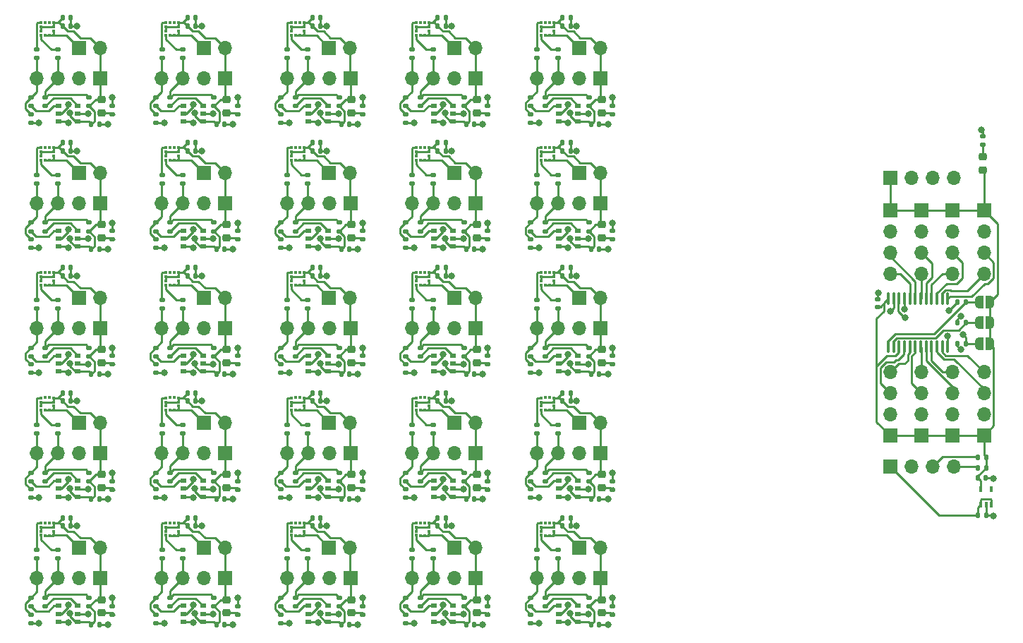
<source format=gbr>
%TF.GenerationSoftware,KiCad,Pcbnew,7.0.1*%
%TF.CreationDate,2025-01-23T23:42:58-05:00*%
%TF.ProjectId,Combined_Stencil2,436f6d62-696e-4656-945f-5374656e6369,rev?*%
%TF.SameCoordinates,Original*%
%TF.FileFunction,Copper,L1,Top*%
%TF.FilePolarity,Positive*%
%FSLAX46Y46*%
G04 Gerber Fmt 4.6, Leading zero omitted, Abs format (unit mm)*
G04 Created by KiCad (PCBNEW 7.0.1) date 2025-01-23 23:42:58*
%MOMM*%
%LPD*%
G01*
G04 APERTURE LIST*
G04 Aperture macros list*
%AMRoundRect*
0 Rectangle with rounded corners*
0 $1 Rounding radius*
0 $2 $3 $4 $5 $6 $7 $8 $9 X,Y pos of 4 corners*
0 Add a 4 corners polygon primitive as box body*
4,1,4,$2,$3,$4,$5,$6,$7,$8,$9,$2,$3,0*
0 Add four circle primitives for the rounded corners*
1,1,$1+$1,$2,$3*
1,1,$1+$1,$4,$5*
1,1,$1+$1,$6,$7*
1,1,$1+$1,$8,$9*
0 Add four rect primitives between the rounded corners*
20,1,$1+$1,$2,$3,$4,$5,0*
20,1,$1+$1,$4,$5,$6,$7,0*
20,1,$1+$1,$6,$7,$8,$9,0*
20,1,$1+$1,$8,$9,$2,$3,0*%
%AMFreePoly0*
4,1,19,0.500000,-0.750000,0.000000,-0.750000,0.000000,-0.744911,-0.071157,-0.744911,-0.207708,-0.704816,-0.327430,-0.627875,-0.420627,-0.520320,-0.479746,-0.390866,-0.500000,-0.250000,-0.500000,0.250000,-0.479746,0.390866,-0.420627,0.520320,-0.327430,0.627875,-0.207708,0.704816,-0.071157,0.744911,0.000000,0.744911,0.000000,0.750000,0.500000,0.750000,0.500000,-0.750000,0.500000,-0.750000,
$1*%
%AMFreePoly1*
4,1,19,0.000000,0.744911,0.071157,0.744911,0.207708,0.704816,0.327430,0.627875,0.420627,0.520320,0.479746,0.390866,0.500000,0.250000,0.500000,-0.250000,0.479746,-0.390866,0.420627,-0.520320,0.327430,-0.627875,0.207708,-0.704816,0.071157,-0.744911,0.000000,-0.744911,0.000000,-0.750000,-0.500000,-0.750000,-0.500000,0.750000,0.000000,0.750000,0.000000,0.744911,0.000000,0.744911,
$1*%
G04 Aperture macros list end*
%TA.AperFunction,ComponentPad*%
%ADD10R,1.700000X1.700000*%
%TD*%
%TA.AperFunction,ComponentPad*%
%ADD11O,1.700000X1.700000*%
%TD*%
%TA.AperFunction,SMDPad,CuDef*%
%ADD12FreePoly0,180.000000*%
%TD*%
%TA.AperFunction,SMDPad,CuDef*%
%ADD13FreePoly1,180.000000*%
%TD*%
%TA.AperFunction,SMDPad,CuDef*%
%ADD14RoundRect,0.135000X-0.135000X-0.185000X0.135000X-0.185000X0.135000X0.185000X-0.135000X0.185000X0*%
%TD*%
%TA.AperFunction,SMDPad,CuDef*%
%ADD15RoundRect,0.140000X-0.140000X-0.170000X0.140000X-0.170000X0.140000X0.170000X-0.140000X0.170000X0*%
%TD*%
%TA.AperFunction,SMDPad,CuDef*%
%ADD16RoundRect,0.135000X0.135000X0.185000X-0.135000X0.185000X-0.135000X-0.185000X0.135000X-0.185000X0*%
%TD*%
%TA.AperFunction,SMDPad,CuDef*%
%ADD17RoundRect,0.218750X-0.256250X0.218750X-0.256250X-0.218750X0.256250X-0.218750X0.256250X0.218750X0*%
%TD*%
%TA.AperFunction,SMDPad,CuDef*%
%ADD18RoundRect,0.100000X0.100000X-0.637500X0.100000X0.637500X-0.100000X0.637500X-0.100000X-0.637500X0*%
%TD*%
%TA.AperFunction,SMDPad,CuDef*%
%ADD19RoundRect,0.140000X-0.170000X0.140000X-0.170000X-0.140000X0.170000X-0.140000X0.170000X0.140000X0*%
%TD*%
%TA.AperFunction,SMDPad,CuDef*%
%ADD20R,0.400000X0.650000*%
%TD*%
%TA.AperFunction,SMDPad,CuDef*%
%ADD21RoundRect,0.135000X0.185000X-0.135000X0.185000X0.135000X-0.185000X0.135000X-0.185000X-0.135000X0*%
%TD*%
%TA.AperFunction,SMDPad,CuDef*%
%ADD22RoundRect,0.140000X0.140000X0.170000X-0.140000X0.170000X-0.140000X-0.170000X0.140000X-0.170000X0*%
%TD*%
%TA.AperFunction,SMDPad,CuDef*%
%ADD23RoundRect,0.135000X-0.185000X0.135000X-0.185000X-0.135000X0.185000X-0.135000X0.185000X0.135000X0*%
%TD*%
%TA.AperFunction,SMDPad,CuDef*%
%ADD24R,0.375000X0.350000*%
%TD*%
%TA.AperFunction,SMDPad,CuDef*%
%ADD25R,0.350000X0.375000*%
%TD*%
%TA.AperFunction,SMDPad,CuDef*%
%ADD26R,0.700000X0.510000*%
%TD*%
%TA.AperFunction,SMDPad,CuDef*%
%ADD27RoundRect,0.218750X0.256250X-0.218750X0.256250X0.218750X-0.256250X0.218750X-0.256250X-0.218750X0*%
%TD*%
%TA.AperFunction,ViaPad*%
%ADD28C,0.800000*%
%TD*%
%TA.AperFunction,Conductor*%
%ADD29C,0.250000*%
%TD*%
G04 APERTURE END LIST*
D10*
%TO.P,J4,1,Pin_1*%
%TO.N,N/C*%
X141880000Y-81750000D03*
D11*
%TO.P,J4,2,Pin_2*%
X141880000Y-79210000D03*
%TO.P,J4,3,Pin_3*%
X141880000Y-76670000D03*
%TO.P,J4,4,Pin_4*%
X141880000Y-74130000D03*
%TD*%
D12*
%TO.P,JP1,1,A*%
%TO.N,N/C*%
X146380000Y-70750000D03*
D13*
%TO.P,JP1,2,B*%
X145080000Y-70750000D03*
%TD*%
D14*
%TO.P,R7,1*%
%TO.N,N/C*%
X142470000Y-70750000D03*
%TO.P,R7,2*%
X143490000Y-70750000D03*
%TD*%
%TO.P,R6,1*%
%TO.N,N/C*%
X142480000Y-68250000D03*
%TO.P,R6,2*%
X143500000Y-68250000D03*
%TD*%
D15*
%TO.P,C2,1*%
%TO.N,N/C*%
X144900000Y-86880000D03*
%TO.P,C2,2*%
X145860000Y-86880000D03*
%TD*%
D10*
%TO.P,J10,1,Pin_1*%
%TO.N,N/C*%
X134380000Y-50875000D03*
D11*
%TO.P,J10,2,Pin_2*%
X136920000Y-50875000D03*
%TO.P,J10,3,Pin_3*%
X139460000Y-50875000D03*
%TO.P,J10,4,Pin_4*%
X142000000Y-50875000D03*
%TD*%
D10*
%TO.P,J6,1,Pin_1*%
%TO.N,N/C*%
X145630000Y-54750000D03*
D11*
%TO.P,J6,2,Pin_2*%
X145630000Y-57290000D03*
%TO.P,J6,3,Pin_3*%
X145630000Y-59830000D03*
%TO.P,J6,4,Pin_4*%
X145630000Y-62370000D03*
%TD*%
D10*
%TO.P,J9,1,Pin_1*%
%TO.N,N/C*%
X134380000Y-54750000D03*
D11*
%TO.P,J9,2,Pin_2*%
X134380000Y-57290000D03*
%TO.P,J9,3,Pin_3*%
X134380000Y-59830000D03*
%TO.P,J9,4,Pin_4*%
X134380000Y-62370000D03*
%TD*%
D16*
%TO.P,R1,1*%
%TO.N,N/C*%
X145900000Y-85630000D03*
%TO.P,R1,2*%
X144880000Y-85630000D03*
%TD*%
D10*
%TO.P,J1,1,Pin_1*%
%TO.N,N/C*%
X134380000Y-85500000D03*
D11*
%TO.P,J1,2,Pin_2*%
X136920000Y-85500000D03*
%TO.P,J1,3,Pin_3*%
X139460000Y-85500000D03*
%TO.P,J1,4,Pin_4*%
X142000000Y-85500000D03*
%TD*%
D12*
%TO.P,JP3,1,A*%
%TO.N,N/C*%
X146380000Y-65750000D03*
D13*
%TO.P,JP3,2,B*%
X145080000Y-65750000D03*
%TD*%
D12*
%TO.P,JP2,1,A*%
%TO.N,N/C*%
X146380000Y-68250000D03*
D13*
%TO.P,JP2,2,B*%
X145080000Y-68250000D03*
%TD*%
D17*
%TO.P,D1,1,K*%
%TO.N,N/C*%
X145480000Y-48342500D03*
%TO.P,D1,2,A*%
X145480000Y-49917500D03*
%TD*%
D18*
%TO.P,U6,1,A0*%
%TO.N,N/C*%
X134155000Y-71112500D03*
%TO.P,U6,2,A1*%
X134805000Y-71112500D03*
%TO.P,U6,3,~{RESET}*%
X135455000Y-71112500D03*
%TO.P,U6,4,SD0*%
X136105000Y-71112500D03*
%TO.P,U6,5,SC0*%
X136755000Y-71112500D03*
%TO.P,U6,6,SD1*%
X137405000Y-71112500D03*
%TO.P,U6,7,SC1*%
X138055000Y-71112500D03*
%TO.P,U6,8,SD2*%
X138705000Y-71112500D03*
%TO.P,U6,9,SC2*%
X139355000Y-71112500D03*
%TO.P,U6,10,SD3*%
X140005000Y-71112500D03*
%TO.P,U6,11,SC3*%
X140655000Y-71112500D03*
%TO.P,U6,12,GND*%
X141305000Y-71112500D03*
%TO.P,U6,13,SD4*%
X141305000Y-65387500D03*
%TO.P,U6,14,SC4*%
X140655000Y-65387500D03*
%TO.P,U6,15,SD5*%
X140005000Y-65387500D03*
%TO.P,U6,16,SC5*%
X139355000Y-65387500D03*
%TO.P,U6,17,SD6*%
X138705000Y-65387500D03*
%TO.P,U6,18,SC6*%
X138055000Y-65387500D03*
%TO.P,U6,19,SD7*%
X137405000Y-65387500D03*
%TO.P,U6,20,SC7*%
X136755000Y-65387500D03*
%TO.P,U6,21,A2*%
X136105000Y-65387500D03*
%TO.P,U6,22,SCL*%
X135455000Y-65387500D03*
%TO.P,U6,23,SDA*%
X134805000Y-65387500D03*
%TO.P,U6,24,VCC*%
X134155000Y-65387500D03*
%TD*%
D10*
%TO.P,J3,1,Pin_1*%
%TO.N,N/C*%
X138130000Y-81750000D03*
D11*
%TO.P,J3,2,Pin_2*%
X138130000Y-79210000D03*
%TO.P,J3,3,Pin_3*%
X138130000Y-76670000D03*
%TO.P,J3,4,Pin_4*%
X138130000Y-74130000D03*
%TD*%
D15*
%TO.P,C1,1*%
%TO.N,N/C*%
X144920000Y-91380000D03*
%TO.P,C1,2*%
X145880000Y-91380000D03*
%TD*%
D10*
%TO.P,J2,1,Pin_1*%
%TO.N,N/C*%
X134380000Y-81750000D03*
D11*
%TO.P,J2,2,Pin_2*%
X134380000Y-79210000D03*
%TO.P,J2,3,Pin_3*%
X134380000Y-76670000D03*
%TO.P,J2,4,Pin_4*%
X134380000Y-74130000D03*
%TD*%
D14*
%TO.P,R5,1*%
%TO.N,N/C*%
X142480000Y-65750000D03*
%TO.P,R5,2*%
X143500000Y-65750000D03*
%TD*%
D19*
%TO.P,C5,1*%
%TO.N,N/C*%
X132880000Y-65400000D03*
%TO.P,C5,2*%
X132880000Y-66360000D03*
%TD*%
D10*
%TO.P,J7,1,Pin_1*%
%TO.N,N/C*%
X141880000Y-54750000D03*
D11*
%TO.P,J7,2,Pin_2*%
X141880000Y-57290000D03*
%TO.P,J7,3,Pin_3*%
X141880000Y-59830000D03*
%TO.P,J7,4,Pin_4*%
X141880000Y-62370000D03*
%TD*%
D16*
%TO.P,R2,1*%
%TO.N,N/C*%
X145900000Y-84380000D03*
%TO.P,R2,2*%
X144880000Y-84380000D03*
%TD*%
D10*
%TO.P,J5,1,Pin_1*%
%TO.N,N/C*%
X145630000Y-81750000D03*
D11*
%TO.P,J5,2,Pin_2*%
X145630000Y-79210000D03*
%TO.P,J5,3,Pin_3*%
X145630000Y-76670000D03*
%TO.P,J5,4,Pin_4*%
X145630000Y-74130000D03*
%TD*%
D20*
%TO.P,U2,1,VIN*%
%TO.N,N/C*%
X145230000Y-90080000D03*
%TO.P,U2,2,GND*%
X145880000Y-90080000D03*
%TO.P,U2,3,EN*%
X146530000Y-90080000D03*
%TO.P,U2,4,NC*%
X146530000Y-88180000D03*
%TO.P,U2,5,VOUT*%
X145230000Y-88180000D03*
%TD*%
D10*
%TO.P,J8,1,Pin_1*%
%TO.N,N/C*%
X138130000Y-54750000D03*
D11*
%TO.P,J8,2,Pin_2*%
X138130000Y-57290000D03*
%TO.P,J8,3,Pin_3*%
X138130000Y-59830000D03*
%TO.P,J8,4,Pin_4*%
X138130000Y-62370000D03*
%TD*%
D21*
%TO.P,R3,1*%
%TO.N,N/C*%
X145480000Y-46910000D03*
%TO.P,R3,2*%
X145480000Y-45890000D03*
%TD*%
D10*
%TO.P,J1,1,Pin_1*%
%TO.N,N/C*%
X54600000Y-53900000D03*
D11*
%TO.P,J1,2,Pin_2*%
X52060000Y-53900000D03*
%TO.P,J1,3,Pin_3*%
X49520000Y-53900000D03*
%TO.P,J1,4,Pin_4*%
X46980000Y-53900000D03*
%TD*%
D10*
%TO.P,J1,1,Pin_1*%
%TO.N,N/C*%
X69600000Y-98900000D03*
D11*
%TO.P,J1,2,Pin_2*%
X67060000Y-98900000D03*
%TO.P,J1,3,Pin_3*%
X64520000Y-98900000D03*
%TO.P,J1,4,Pin_4*%
X61980000Y-98900000D03*
%TD*%
D10*
%TO.P,J1,1,Pin_1*%
%TO.N,N/C*%
X99600000Y-53900000D03*
D11*
%TO.P,J1,2,Pin_2*%
X97060000Y-53900000D03*
%TO.P,J1,3,Pin_3*%
X94520000Y-53900000D03*
%TO.P,J1,4,Pin_4*%
X91980000Y-53900000D03*
%TD*%
D21*
%TO.P,R4,1*%
%TO.N,N/C*%
X61260000Y-89260000D03*
%TO.P,R4,2*%
X61260000Y-88240000D03*
%TD*%
D22*
%TO.P,C2,1*%
%TO.N,N/C*%
X96030000Y-92650000D03*
%TO.P,C2,2*%
X95070000Y-92650000D03*
%TD*%
D10*
%TO.P,J1,1,Pin_1*%
%TO.N,N/C*%
X39600000Y-53900000D03*
D11*
%TO.P,J1,2,Pin_2*%
X37060000Y-53900000D03*
%TO.P,J1,3,Pin_3*%
X34520000Y-53900000D03*
%TO.P,J1,4,Pin_4*%
X31980000Y-53900000D03*
%TD*%
D10*
%TO.P,J1,1,Pin_1*%
%TO.N,N/C*%
X69600000Y-83900000D03*
D11*
%TO.P,J1,2,Pin_2*%
X67060000Y-83900000D03*
%TO.P,J1,3,Pin_3*%
X64520000Y-83900000D03*
%TO.P,J1,4,Pin_4*%
X61980000Y-83900000D03*
%TD*%
D21*
%TO.P,R4,1*%
%TO.N,N/C*%
X46260000Y-89260000D03*
%TO.P,R4,2*%
X46260000Y-88240000D03*
%TD*%
D10*
%TO.P,J1,1,Pin_1*%
%TO.N,N/C*%
X39600000Y-83900000D03*
D11*
%TO.P,J1,2,Pin_2*%
X37060000Y-83900000D03*
%TO.P,J1,3,Pin_3*%
X34520000Y-83900000D03*
%TO.P,J1,4,Pin_4*%
X31980000Y-83900000D03*
%TD*%
D23*
%TO.P,R2,1*%
%TO.N,N/C*%
X91250000Y-101240000D03*
%TO.P,R2,2*%
X91250000Y-102260000D03*
%TD*%
D21*
%TO.P,R6,1*%
%TO.N,N/C*%
X64500000Y-81510000D03*
%TO.P,R6,2*%
X64500000Y-80490000D03*
%TD*%
D23*
%TO.P,R2,1*%
%TO.N,N/C*%
X61250000Y-56240000D03*
%TO.P,R2,2*%
X61250000Y-57260000D03*
%TD*%
D24*
%TO.P,U2,1,SCL/SPC*%
%TO.N,N/C*%
X32487500Y-62250000D03*
%TO.P,U2,2,~{CS}*%
X32487500Y-62750000D03*
%TO.P,U2,3,SDO/SA0*%
X32487500Y-63250000D03*
%TO.P,U2,4,SDA/SDI/SDO*%
X32487500Y-63750000D03*
D25*
%TO.P,U2,5,NC*%
X33000000Y-63762500D03*
%TO.P,U2,6,GND*%
X33500000Y-63762500D03*
D24*
%TO.P,U2,7,RES*%
X34012500Y-63750000D03*
%TO.P,U2,8,GND*%
X34012500Y-63250000D03*
%TO.P,U2,9,Vdd*%
X34012500Y-62750000D03*
%TO.P,U2,10,Vdd_IO*%
X34012500Y-62250000D03*
D25*
%TO.P,U2,11,INT2*%
X33500000Y-62237500D03*
%TO.P,U2,12,INT1*%
X33000000Y-62237500D03*
%TD*%
D22*
%TO.P,C1,1*%
%TO.N,N/C*%
X54480000Y-104425000D03*
%TO.P,C1,2*%
X53520000Y-104425000D03*
%TD*%
D24*
%TO.P,U2,1,SCL/SPC*%
%TO.N,N/C*%
X32487500Y-32250000D03*
%TO.P,U2,2,~{CS}*%
X32487500Y-32750000D03*
%TO.P,U2,3,SDO/SA0*%
X32487500Y-33250000D03*
%TO.P,U2,4,SDA/SDI/SDO*%
X32487500Y-33750000D03*
D25*
%TO.P,U2,5,NC*%
X33000000Y-33762500D03*
%TO.P,U2,6,GND*%
X33500000Y-33762500D03*
D24*
%TO.P,U2,7,RES*%
X34012500Y-33750000D03*
%TO.P,U2,8,GND*%
X34012500Y-33250000D03*
%TO.P,U2,9,Vdd*%
X34012500Y-32750000D03*
%TO.P,U2,10,Vdd_IO*%
X34012500Y-32250000D03*
D25*
%TO.P,U2,11,INT2*%
X33500000Y-32237500D03*
%TO.P,U2,12,INT1*%
X33000000Y-32237500D03*
%TD*%
D22*
%TO.P,C2,1*%
%TO.N,N/C*%
X66030000Y-92650000D03*
%TO.P,C2,2*%
X65070000Y-92650000D03*
%TD*%
D21*
%TO.P,R5,1*%
%TO.N,N/C*%
X86050000Y-43260000D03*
%TO.P,R5,2*%
X86050000Y-42240000D03*
%TD*%
D24*
%TO.P,U2,1,SCL/SPC*%
%TO.N,N/C*%
X32487500Y-47250000D03*
%TO.P,U2,2,~{CS}*%
X32487500Y-47750000D03*
%TO.P,U2,3,SDO/SA0*%
X32487500Y-48250000D03*
%TO.P,U2,4,SDA/SDI/SDO*%
X32487500Y-48750000D03*
D25*
%TO.P,U2,5,NC*%
X33000000Y-48762500D03*
%TO.P,U2,6,GND*%
X33500000Y-48762500D03*
D24*
%TO.P,U2,7,RES*%
X34012500Y-48750000D03*
%TO.P,U2,8,GND*%
X34012500Y-48250000D03*
%TO.P,U2,9,Vdd*%
X34012500Y-47750000D03*
%TO.P,U2,10,Vdd_IO*%
X34012500Y-47250000D03*
D25*
%TO.P,U2,11,INT2*%
X33500000Y-47237500D03*
%TO.P,U2,12,INT1*%
X33000000Y-47237500D03*
%TD*%
D21*
%TO.P,R4,1*%
%TO.N,N/C*%
X46260000Y-59260000D03*
%TO.P,R4,2*%
X46260000Y-58240000D03*
%TD*%
%TO.P,R3,1*%
%TO.N,N/C*%
X98250000Y-42260000D03*
%TO.P,R3,2*%
X98250000Y-41240000D03*
%TD*%
%TO.P,R3,1*%
%TO.N,N/C*%
X98250000Y-102260000D03*
%TO.P,R3,2*%
X98250000Y-101240000D03*
%TD*%
D22*
%TO.P,C2,1*%
%TO.N,N/C*%
X51030000Y-32650000D03*
%TO.P,C2,2*%
X50070000Y-32650000D03*
%TD*%
D23*
%TO.P,R1,1*%
%TO.N,N/C*%
X63000000Y-71240000D03*
%TO.P,R1,2*%
X63000000Y-72260000D03*
%TD*%
D22*
%TO.P,C3,1*%
%TO.N,N/C*%
X81030000Y-46650000D03*
%TO.P,C3,2*%
X80070000Y-46650000D03*
%TD*%
D26*
%TO.P,U1,1,SCL*%
%TO.N,N/C*%
X94590000Y-72200000D03*
%TO.P,U1,2,GND*%
X94590000Y-73150000D03*
%TO.P,U1,3,GND*%
X94590000Y-74100000D03*
%TO.P,U1,4,VCC*%
X96910000Y-74100000D03*
%TO.P,U1,5,GND*%
X96910000Y-73150000D03*
%TO.P,U1,6,SDA*%
X96910000Y-72200000D03*
%TD*%
%TO.P,U1,1,SCL*%
%TO.N,N/C*%
X34590000Y-87200000D03*
%TO.P,U1,2,GND*%
X34590000Y-88150000D03*
%TO.P,U1,3,GND*%
X34590000Y-89100000D03*
%TO.P,U1,4,VCC*%
X36910000Y-89100000D03*
%TO.P,U1,5,GND*%
X36910000Y-88150000D03*
%TO.P,U1,6,SDA*%
X36910000Y-87200000D03*
%TD*%
D24*
%TO.P,U2,1,SCL/SPC*%
%TO.N,N/C*%
X32487500Y-77250000D03*
%TO.P,U2,2,~{CS}*%
X32487500Y-77750000D03*
%TO.P,U2,3,SDO/SA0*%
X32487500Y-78250000D03*
%TO.P,U2,4,SDA/SDI/SDO*%
X32487500Y-78750000D03*
D25*
%TO.P,U2,5,NC*%
X33000000Y-78762500D03*
%TO.P,U2,6,GND*%
X33500000Y-78762500D03*
D24*
%TO.P,U2,7,RES*%
X34012500Y-78750000D03*
%TO.P,U2,8,GND*%
X34012500Y-78250000D03*
%TO.P,U2,9,Vdd*%
X34012500Y-77750000D03*
%TO.P,U2,10,Vdd_IO*%
X34012500Y-77250000D03*
D25*
%TO.P,U2,11,INT2*%
X33500000Y-77237500D03*
%TO.P,U2,12,INT1*%
X33000000Y-77237500D03*
%TD*%
D21*
%TO.P,R7,1*%
%TO.N,N/C*%
X32000000Y-66510000D03*
%TO.P,R7,2*%
X32000000Y-65490000D03*
%TD*%
D24*
%TO.P,U2,1,SCL/SPC*%
%TO.N,N/C*%
X92487500Y-92250000D03*
%TO.P,U2,2,~{CS}*%
X92487500Y-92750000D03*
%TO.P,U2,3,SDO/SA0*%
X92487500Y-93250000D03*
%TO.P,U2,4,SDA/SDI/SDO*%
X92487500Y-93750000D03*
D25*
%TO.P,U2,5,NC*%
X93000000Y-93762500D03*
%TO.P,U2,6,GND*%
X93500000Y-93762500D03*
D24*
%TO.P,U2,7,RES*%
X94012500Y-93750000D03*
%TO.P,U2,8,GND*%
X94012500Y-93250000D03*
%TO.P,U2,9,Vdd*%
X94012500Y-92750000D03*
%TO.P,U2,10,Vdd_IO*%
X94012500Y-92250000D03*
D25*
%TO.P,U2,11,INT2*%
X93500000Y-92237500D03*
%TO.P,U2,12,INT1*%
X93000000Y-92237500D03*
%TD*%
D23*
%TO.P,R2,1*%
%TO.N,N/C*%
X61250000Y-86240000D03*
%TO.P,R2,2*%
X61250000Y-87260000D03*
%TD*%
%TO.P,R2,1*%
%TO.N,N/C*%
X76250000Y-56240000D03*
%TO.P,R2,2*%
X76250000Y-57260000D03*
%TD*%
D10*
%TO.P,J2,1,Pin_1*%
%TO.N,N/C*%
X37040000Y-35250000D03*
D11*
%TO.P,J2,2,Pin_2*%
X39580000Y-35250000D03*
%TD*%
D21*
%TO.P,R4,1*%
%TO.N,N/C*%
X31260000Y-44260000D03*
%TO.P,R4,2*%
X31260000Y-43240000D03*
%TD*%
%TO.P,R4,1*%
%TO.N,N/C*%
X91260000Y-89260000D03*
%TO.P,R4,2*%
X91260000Y-88240000D03*
%TD*%
D27*
%TO.P,D1,1,K*%
%TO.N,N/C*%
X54750000Y-58037500D03*
%TO.P,D1,2,A*%
X54750000Y-56462500D03*
%TD*%
D21*
%TO.P,R6,1*%
%TO.N,N/C*%
X94500000Y-81510000D03*
%TO.P,R6,2*%
X94500000Y-80490000D03*
%TD*%
D23*
%TO.P,R1,1*%
%TO.N,N/C*%
X78000000Y-56240000D03*
%TO.P,R1,2*%
X78000000Y-57260000D03*
%TD*%
D10*
%TO.P,J2,1,Pin_1*%
%TO.N,N/C*%
X97040000Y-35250000D03*
D11*
%TO.P,J2,2,Pin_2*%
X99580000Y-35250000D03*
%TD*%
D10*
%TO.P,J2,1,Pin_1*%
%TO.N,N/C*%
X67040000Y-80250000D03*
D11*
%TO.P,J2,2,Pin_2*%
X69580000Y-80250000D03*
%TD*%
D21*
%TO.P,R4,1*%
%TO.N,N/C*%
X46260000Y-44260000D03*
%TO.P,R4,2*%
X46260000Y-43240000D03*
%TD*%
D23*
%TO.P,R1,1*%
%TO.N,N/C*%
X78000000Y-41240000D03*
%TO.P,R1,2*%
X78000000Y-42260000D03*
%TD*%
D21*
%TO.P,R5,1*%
%TO.N,N/C*%
X71050000Y-58260000D03*
%TO.P,R5,2*%
X71050000Y-57240000D03*
%TD*%
D22*
%TO.P,C1,1*%
%TO.N,N/C*%
X39480000Y-44425000D03*
%TO.P,C1,2*%
X38520000Y-44425000D03*
%TD*%
D21*
%TO.P,R6,1*%
%TO.N,N/C*%
X79500000Y-96510000D03*
%TO.P,R6,2*%
X79500000Y-95490000D03*
%TD*%
D10*
%TO.P,J2,1,Pin_1*%
%TO.N,N/C*%
X82040000Y-95250000D03*
D11*
%TO.P,J2,2,Pin_2*%
X84580000Y-95250000D03*
%TD*%
D22*
%TO.P,C3,1*%
%TO.N,N/C*%
X36030000Y-61650000D03*
%TO.P,C3,2*%
X35070000Y-61650000D03*
%TD*%
D21*
%TO.P,R4,1*%
%TO.N,N/C*%
X76260000Y-104260000D03*
%TO.P,R4,2*%
X76260000Y-103240000D03*
%TD*%
D22*
%TO.P,C3,1*%
%TO.N,N/C*%
X36030000Y-91650000D03*
%TO.P,C3,2*%
X35070000Y-91650000D03*
%TD*%
%TO.P,C2,1*%
%TO.N,N/C*%
X51030000Y-92650000D03*
%TO.P,C2,2*%
X50070000Y-92650000D03*
%TD*%
%TO.P,C3,1*%
%TO.N,N/C*%
X96030000Y-76650000D03*
%TO.P,C3,2*%
X95070000Y-76650000D03*
%TD*%
%TO.P,C2,1*%
%TO.N,N/C*%
X36030000Y-62650000D03*
%TO.P,C2,2*%
X35070000Y-62650000D03*
%TD*%
%TO.P,C1,1*%
%TO.N,N/C*%
X84480000Y-89425000D03*
%TO.P,C1,2*%
X83520000Y-89425000D03*
%TD*%
D21*
%TO.P,R4,1*%
%TO.N,N/C*%
X31260000Y-74260000D03*
%TO.P,R4,2*%
X31260000Y-73240000D03*
%TD*%
D27*
%TO.P,D1,1,K*%
%TO.N,N/C*%
X99750000Y-73037500D03*
%TO.P,D1,2,A*%
X99750000Y-71462500D03*
%TD*%
D26*
%TO.P,U1,1,SCL*%
%TO.N,N/C*%
X34590000Y-57200000D03*
%TO.P,U1,2,GND*%
X34590000Y-58150000D03*
%TO.P,U1,3,GND*%
X34590000Y-59100000D03*
%TO.P,U1,4,VCC*%
X36910000Y-59100000D03*
%TO.P,U1,5,GND*%
X36910000Y-58150000D03*
%TO.P,U1,6,SDA*%
X36910000Y-57200000D03*
%TD*%
D22*
%TO.P,C2,1*%
%TO.N,N/C*%
X81030000Y-62650000D03*
%TO.P,C2,2*%
X80070000Y-62650000D03*
%TD*%
D21*
%TO.P,R4,1*%
%TO.N,N/C*%
X31260000Y-59260000D03*
%TO.P,R4,2*%
X31260000Y-58240000D03*
%TD*%
D27*
%TO.P,D1,1,K*%
%TO.N,N/C*%
X69750000Y-73037500D03*
%TO.P,D1,2,A*%
X69750000Y-71462500D03*
%TD*%
D23*
%TO.P,R2,1*%
%TO.N,N/C*%
X91250000Y-86240000D03*
%TO.P,R2,2*%
X91250000Y-87260000D03*
%TD*%
D24*
%TO.P,U2,1,SCL/SPC*%
%TO.N,N/C*%
X77487500Y-47250000D03*
%TO.P,U2,2,~{CS}*%
X77487500Y-47750000D03*
%TO.P,U2,3,SDO/SA0*%
X77487500Y-48250000D03*
%TO.P,U2,4,SDA/SDI/SDO*%
X77487500Y-48750000D03*
D25*
%TO.P,U2,5,NC*%
X78000000Y-48762500D03*
%TO.P,U2,6,GND*%
X78500000Y-48762500D03*
D24*
%TO.P,U2,7,RES*%
X79012500Y-48750000D03*
%TO.P,U2,8,GND*%
X79012500Y-48250000D03*
%TO.P,U2,9,Vdd*%
X79012500Y-47750000D03*
%TO.P,U2,10,Vdd_IO*%
X79012500Y-47250000D03*
D25*
%TO.P,U2,11,INT2*%
X78500000Y-47237500D03*
%TO.P,U2,12,INT1*%
X78000000Y-47237500D03*
%TD*%
D21*
%TO.P,R6,1*%
%TO.N,N/C*%
X49500000Y-36510000D03*
%TO.P,R6,2*%
X49500000Y-35490000D03*
%TD*%
%TO.P,R4,1*%
%TO.N,N/C*%
X46260000Y-74260000D03*
%TO.P,R4,2*%
X46260000Y-73240000D03*
%TD*%
D22*
%TO.P,C3,1*%
%TO.N,N/C*%
X66030000Y-31650000D03*
%TO.P,C3,2*%
X65070000Y-31650000D03*
%TD*%
D24*
%TO.P,U2,1,SCL/SPC*%
%TO.N,N/C*%
X47487500Y-77250000D03*
%TO.P,U2,2,~{CS}*%
X47487500Y-77750000D03*
%TO.P,U2,3,SDO/SA0*%
X47487500Y-78250000D03*
%TO.P,U2,4,SDA/SDI/SDO*%
X47487500Y-78750000D03*
D25*
%TO.P,U2,5,NC*%
X48000000Y-78762500D03*
%TO.P,U2,6,GND*%
X48500000Y-78762500D03*
D24*
%TO.P,U2,7,RES*%
X49012500Y-78750000D03*
%TO.P,U2,8,GND*%
X49012500Y-78250000D03*
%TO.P,U2,9,Vdd*%
X49012500Y-77750000D03*
%TO.P,U2,10,Vdd_IO*%
X49012500Y-77250000D03*
D25*
%TO.P,U2,11,INT2*%
X48500000Y-77237500D03*
%TO.P,U2,12,INT1*%
X48000000Y-77237500D03*
%TD*%
D21*
%TO.P,R6,1*%
%TO.N,N/C*%
X94500000Y-36510000D03*
%TO.P,R6,2*%
X94500000Y-35490000D03*
%TD*%
D22*
%TO.P,C3,1*%
%TO.N,N/C*%
X81030000Y-31650000D03*
%TO.P,C3,2*%
X80070000Y-31650000D03*
%TD*%
D21*
%TO.P,R3,1*%
%TO.N,N/C*%
X83250000Y-102260000D03*
%TO.P,R3,2*%
X83250000Y-101240000D03*
%TD*%
%TO.P,R6,1*%
%TO.N,N/C*%
X49500000Y-51510000D03*
%TO.P,R6,2*%
X49500000Y-50490000D03*
%TD*%
D24*
%TO.P,U2,1,SCL/SPC*%
%TO.N,N/C*%
X92487500Y-77250000D03*
%TO.P,U2,2,~{CS}*%
X92487500Y-77750000D03*
%TO.P,U2,3,SDO/SA0*%
X92487500Y-78250000D03*
%TO.P,U2,4,SDA/SDI/SDO*%
X92487500Y-78750000D03*
D25*
%TO.P,U2,5,NC*%
X93000000Y-78762500D03*
%TO.P,U2,6,GND*%
X93500000Y-78762500D03*
D24*
%TO.P,U2,7,RES*%
X94012500Y-78750000D03*
%TO.P,U2,8,GND*%
X94012500Y-78250000D03*
%TO.P,U2,9,Vdd*%
X94012500Y-77750000D03*
%TO.P,U2,10,Vdd_IO*%
X94012500Y-77250000D03*
D25*
%TO.P,U2,11,INT2*%
X93500000Y-77237500D03*
%TO.P,U2,12,INT1*%
X93000000Y-77237500D03*
%TD*%
D23*
%TO.P,R2,1*%
%TO.N,N/C*%
X91250000Y-56240000D03*
%TO.P,R2,2*%
X91250000Y-57260000D03*
%TD*%
D10*
%TO.P,J2,1,Pin_1*%
%TO.N,N/C*%
X37040000Y-80250000D03*
D11*
%TO.P,J2,2,Pin_2*%
X39580000Y-80250000D03*
%TD*%
D22*
%TO.P,C1,1*%
%TO.N,N/C*%
X54480000Y-89425000D03*
%TO.P,C1,2*%
X53520000Y-89425000D03*
%TD*%
D21*
%TO.P,R4,1*%
%TO.N,N/C*%
X31260000Y-89260000D03*
%TO.P,R4,2*%
X31260000Y-88240000D03*
%TD*%
D22*
%TO.P,C3,1*%
%TO.N,N/C*%
X96030000Y-91650000D03*
%TO.P,C3,2*%
X95070000Y-91650000D03*
%TD*%
D26*
%TO.P,U1,1,SCL*%
%TO.N,N/C*%
X49590000Y-42200000D03*
%TO.P,U1,2,GND*%
X49590000Y-43150000D03*
%TO.P,U1,3,GND*%
X49590000Y-44100000D03*
%TO.P,U1,4,VCC*%
X51910000Y-44100000D03*
%TO.P,U1,5,GND*%
X51910000Y-43150000D03*
%TO.P,U1,6,SDA*%
X51910000Y-42200000D03*
%TD*%
D21*
%TO.P,R5,1*%
%TO.N,N/C*%
X41050000Y-73260000D03*
%TO.P,R5,2*%
X41050000Y-72240000D03*
%TD*%
D10*
%TO.P,J2,1,Pin_1*%
%TO.N,N/C*%
X67040000Y-50250000D03*
D11*
%TO.P,J2,2,Pin_2*%
X69580000Y-50250000D03*
%TD*%
D22*
%TO.P,C2,1*%
%TO.N,N/C*%
X81030000Y-47650000D03*
%TO.P,C2,2*%
X80070000Y-47650000D03*
%TD*%
D21*
%TO.P,R7,1*%
%TO.N,N/C*%
X77000000Y-36510000D03*
%TO.P,R7,2*%
X77000000Y-35490000D03*
%TD*%
D27*
%TO.P,D1,1,K*%
%TO.N,N/C*%
X54750000Y-103037500D03*
%TO.P,D1,2,A*%
X54750000Y-101462500D03*
%TD*%
D21*
%TO.P,R3,1*%
%TO.N,N/C*%
X68250000Y-87260000D03*
%TO.P,R3,2*%
X68250000Y-86240000D03*
%TD*%
D23*
%TO.P,R2,1*%
%TO.N,N/C*%
X46250000Y-86240000D03*
%TO.P,R2,2*%
X46250000Y-87260000D03*
%TD*%
D22*
%TO.P,C1,1*%
%TO.N,N/C*%
X39480000Y-104425000D03*
%TO.P,C1,2*%
X38520000Y-104425000D03*
%TD*%
D10*
%TO.P,J1,1,Pin_1*%
%TO.N,N/C*%
X54600000Y-38900000D03*
D11*
%TO.P,J1,2,Pin_2*%
X52060000Y-38900000D03*
%TO.P,J1,3,Pin_3*%
X49520000Y-38900000D03*
%TO.P,J1,4,Pin_4*%
X46980000Y-38900000D03*
%TD*%
D10*
%TO.P,J1,1,Pin_1*%
%TO.N,N/C*%
X99600000Y-98900000D03*
D11*
%TO.P,J1,2,Pin_2*%
X97060000Y-98900000D03*
%TO.P,J1,3,Pin_3*%
X94520000Y-98900000D03*
%TO.P,J1,4,Pin_4*%
X91980000Y-98900000D03*
%TD*%
D10*
%TO.P,J1,1,Pin_1*%
%TO.N,N/C*%
X84600000Y-83900000D03*
D11*
%TO.P,J1,2,Pin_2*%
X82060000Y-83900000D03*
%TO.P,J1,3,Pin_3*%
X79520000Y-83900000D03*
%TO.P,J1,4,Pin_4*%
X76980000Y-83900000D03*
%TD*%
D10*
%TO.P,J1,1,Pin_1*%
%TO.N,N/C*%
X84600000Y-38900000D03*
D11*
%TO.P,J1,2,Pin_2*%
X82060000Y-38900000D03*
%TO.P,J1,3,Pin_3*%
X79520000Y-38900000D03*
%TO.P,J1,4,Pin_4*%
X76980000Y-38900000D03*
%TD*%
D10*
%TO.P,J1,1,Pin_1*%
%TO.N,N/C*%
X54600000Y-68900000D03*
D11*
%TO.P,J1,2,Pin_2*%
X52060000Y-68900000D03*
%TO.P,J1,3,Pin_3*%
X49520000Y-68900000D03*
%TO.P,J1,4,Pin_4*%
X46980000Y-68900000D03*
%TD*%
D10*
%TO.P,J1,1,Pin_1*%
%TO.N,N/C*%
X54600000Y-83900000D03*
D11*
%TO.P,J1,2,Pin_2*%
X52060000Y-83900000D03*
%TO.P,J1,3,Pin_3*%
X49520000Y-83900000D03*
%TO.P,J1,4,Pin_4*%
X46980000Y-83900000D03*
%TD*%
D10*
%TO.P,J1,1,Pin_1*%
%TO.N,N/C*%
X84600000Y-98900000D03*
D11*
%TO.P,J1,2,Pin_2*%
X82060000Y-98900000D03*
%TO.P,J1,3,Pin_3*%
X79520000Y-98900000D03*
%TO.P,J1,4,Pin_4*%
X76980000Y-98900000D03*
%TD*%
D10*
%TO.P,J1,1,Pin_1*%
%TO.N,N/C*%
X39600000Y-68900000D03*
D11*
%TO.P,J1,2,Pin_2*%
X37060000Y-68900000D03*
%TO.P,J1,3,Pin_3*%
X34520000Y-68900000D03*
%TO.P,J1,4,Pin_4*%
X31980000Y-68900000D03*
%TD*%
D10*
%TO.P,J1,1,Pin_1*%
%TO.N,N/C*%
X54600000Y-98900000D03*
D11*
%TO.P,J1,2,Pin_2*%
X52060000Y-98900000D03*
%TO.P,J1,3,Pin_3*%
X49520000Y-98900000D03*
%TO.P,J1,4,Pin_4*%
X46980000Y-98900000D03*
%TD*%
D10*
%TO.P,J1,1,Pin_1*%
%TO.N,N/C*%
X69600000Y-53900000D03*
D11*
%TO.P,J1,2,Pin_2*%
X67060000Y-53900000D03*
%TO.P,J1,3,Pin_3*%
X64520000Y-53900000D03*
%TO.P,J1,4,Pin_4*%
X61980000Y-53900000D03*
%TD*%
D10*
%TO.P,J1,1,Pin_1*%
%TO.N,N/C*%
X99600000Y-68900000D03*
D11*
%TO.P,J1,2,Pin_2*%
X97060000Y-68900000D03*
%TO.P,J1,3,Pin_3*%
X94520000Y-68900000D03*
%TO.P,J1,4,Pin_4*%
X91980000Y-68900000D03*
%TD*%
D10*
%TO.P,J1,1,Pin_1*%
%TO.N,N/C*%
X39600000Y-38900000D03*
D11*
%TO.P,J1,2,Pin_2*%
X37060000Y-38900000D03*
%TO.P,J1,3,Pin_3*%
X34520000Y-38900000D03*
%TO.P,J1,4,Pin_4*%
X31980000Y-38900000D03*
%TD*%
D10*
%TO.P,J1,1,Pin_1*%
%TO.N,N/C*%
X69600000Y-68900000D03*
D11*
%TO.P,J1,2,Pin_2*%
X67060000Y-68900000D03*
%TO.P,J1,3,Pin_3*%
X64520000Y-68900000D03*
%TO.P,J1,4,Pin_4*%
X61980000Y-68900000D03*
%TD*%
D10*
%TO.P,J1,1,Pin_1*%
%TO.N,N/C*%
X84600000Y-53900000D03*
D11*
%TO.P,J1,2,Pin_2*%
X82060000Y-53900000D03*
%TO.P,J1,3,Pin_3*%
X79520000Y-53900000D03*
%TO.P,J1,4,Pin_4*%
X76980000Y-53900000D03*
%TD*%
D10*
%TO.P,J1,1,Pin_1*%
%TO.N,N/C*%
X99600000Y-83900000D03*
D11*
%TO.P,J1,2,Pin_2*%
X97060000Y-83900000D03*
%TO.P,J1,3,Pin_3*%
X94520000Y-83900000D03*
%TO.P,J1,4,Pin_4*%
X91980000Y-83900000D03*
%TD*%
D10*
%TO.P,J1,1,Pin_1*%
%TO.N,N/C*%
X84600000Y-68900000D03*
D11*
%TO.P,J1,2,Pin_2*%
X82060000Y-68900000D03*
%TO.P,J1,3,Pin_3*%
X79520000Y-68900000D03*
%TO.P,J1,4,Pin_4*%
X76980000Y-68900000D03*
%TD*%
D10*
%TO.P,J1,1,Pin_1*%
%TO.N,N/C*%
X99600000Y-38900000D03*
D11*
%TO.P,J1,2,Pin_2*%
X97060000Y-38900000D03*
%TO.P,J1,3,Pin_3*%
X94520000Y-38900000D03*
%TO.P,J1,4,Pin_4*%
X91980000Y-38900000D03*
%TD*%
D10*
%TO.P,J1,1,Pin_1*%
%TO.N,N/C*%
X39600000Y-98900000D03*
D11*
%TO.P,J1,2,Pin_2*%
X37060000Y-98900000D03*
%TO.P,J1,3,Pin_3*%
X34520000Y-98900000D03*
%TO.P,J1,4,Pin_4*%
X31980000Y-98900000D03*
%TD*%
D10*
%TO.P,J1,1,Pin_1*%
%TO.N,N/C*%
X69600000Y-38900000D03*
D11*
%TO.P,J1,2,Pin_2*%
X67060000Y-38900000D03*
%TO.P,J1,3,Pin_3*%
X64520000Y-38900000D03*
%TO.P,J1,4,Pin_4*%
X61980000Y-38900000D03*
%TD*%
D22*
%TO.P,C2,1*%
%TO.N,N/C*%
X96030000Y-62650000D03*
%TO.P,C2,2*%
X95070000Y-62650000D03*
%TD*%
D23*
%TO.P,R1,1*%
%TO.N,N/C*%
X63000000Y-101240000D03*
%TO.P,R1,2*%
X63000000Y-102260000D03*
%TD*%
%TO.P,R2,1*%
%TO.N,N/C*%
X76250000Y-101240000D03*
%TO.P,R2,2*%
X76250000Y-102260000D03*
%TD*%
%TO.P,R1,1*%
%TO.N,N/C*%
X93000000Y-71240000D03*
%TO.P,R1,2*%
X93000000Y-72260000D03*
%TD*%
D21*
%TO.P,R6,1*%
%TO.N,N/C*%
X79500000Y-81510000D03*
%TO.P,R6,2*%
X79500000Y-80490000D03*
%TD*%
%TO.P,R3,1*%
%TO.N,N/C*%
X53250000Y-42260000D03*
%TO.P,R3,2*%
X53250000Y-41240000D03*
%TD*%
%TO.P,R5,1*%
%TO.N,N/C*%
X101050000Y-73260000D03*
%TO.P,R5,2*%
X101050000Y-72240000D03*
%TD*%
D27*
%TO.P,D1,1,K*%
%TO.N,N/C*%
X69750000Y-103037500D03*
%TO.P,D1,2,A*%
X69750000Y-101462500D03*
%TD*%
D21*
%TO.P,R6,1*%
%TO.N,N/C*%
X34500000Y-66510000D03*
%TO.P,R6,2*%
X34500000Y-65490000D03*
%TD*%
%TO.P,R6,1*%
%TO.N,N/C*%
X79500000Y-51510000D03*
%TO.P,R6,2*%
X79500000Y-50490000D03*
%TD*%
D23*
%TO.P,R2,1*%
%TO.N,N/C*%
X61250000Y-41240000D03*
%TO.P,R2,2*%
X61250000Y-42260000D03*
%TD*%
D21*
%TO.P,R3,1*%
%TO.N,N/C*%
X53250000Y-102260000D03*
%TO.P,R3,2*%
X53250000Y-101240000D03*
%TD*%
D26*
%TO.P,U1,1,SCL*%
%TO.N,N/C*%
X64590000Y-57200000D03*
%TO.P,U1,2,GND*%
X64590000Y-58150000D03*
%TO.P,U1,3,GND*%
X64590000Y-59100000D03*
%TO.P,U1,4,VCC*%
X66910000Y-59100000D03*
%TO.P,U1,5,GND*%
X66910000Y-58150000D03*
%TO.P,U1,6,SDA*%
X66910000Y-57200000D03*
%TD*%
D10*
%TO.P,J2,1,Pin_1*%
%TO.N,N/C*%
X52040000Y-35250000D03*
D11*
%TO.P,J2,2,Pin_2*%
X54580000Y-35250000D03*
%TD*%
D21*
%TO.P,R3,1*%
%TO.N,N/C*%
X68250000Y-42260000D03*
%TO.P,R3,2*%
X68250000Y-41240000D03*
%TD*%
D22*
%TO.P,C3,1*%
%TO.N,N/C*%
X96030000Y-31650000D03*
%TO.P,C3,2*%
X95070000Y-31650000D03*
%TD*%
D10*
%TO.P,J2,1,Pin_1*%
%TO.N,N/C*%
X97040000Y-50250000D03*
D11*
%TO.P,J2,2,Pin_2*%
X99580000Y-50250000D03*
%TD*%
D21*
%TO.P,R7,1*%
%TO.N,N/C*%
X92000000Y-36510000D03*
%TO.P,R7,2*%
X92000000Y-35490000D03*
%TD*%
%TO.P,R5,1*%
%TO.N,N/C*%
X56050000Y-43260000D03*
%TO.P,R5,2*%
X56050000Y-42240000D03*
%TD*%
D22*
%TO.P,C3,1*%
%TO.N,N/C*%
X96030000Y-61650000D03*
%TO.P,C3,2*%
X95070000Y-61650000D03*
%TD*%
D26*
%TO.P,U1,1,SCL*%
%TO.N,N/C*%
X79590000Y-72200000D03*
%TO.P,U1,2,GND*%
X79590000Y-73150000D03*
%TO.P,U1,3,GND*%
X79590000Y-74100000D03*
%TO.P,U1,4,VCC*%
X81910000Y-74100000D03*
%TO.P,U1,5,GND*%
X81910000Y-73150000D03*
%TO.P,U1,6,SDA*%
X81910000Y-72200000D03*
%TD*%
D22*
%TO.P,C3,1*%
%TO.N,N/C*%
X66030000Y-76650000D03*
%TO.P,C3,2*%
X65070000Y-76650000D03*
%TD*%
D21*
%TO.P,R7,1*%
%TO.N,N/C*%
X77000000Y-96510000D03*
%TO.P,R7,2*%
X77000000Y-95490000D03*
%TD*%
D10*
%TO.P,J2,1,Pin_1*%
%TO.N,N/C*%
X52040000Y-80250000D03*
D11*
%TO.P,J2,2,Pin_2*%
X54580000Y-80250000D03*
%TD*%
D23*
%TO.P,R1,1*%
%TO.N,N/C*%
X63000000Y-56240000D03*
%TO.P,R1,2*%
X63000000Y-57260000D03*
%TD*%
D21*
%TO.P,R6,1*%
%TO.N,N/C*%
X34500000Y-96510000D03*
%TO.P,R6,2*%
X34500000Y-95490000D03*
%TD*%
D22*
%TO.P,C1,1*%
%TO.N,N/C*%
X39480000Y-89425000D03*
%TO.P,C1,2*%
X38520000Y-89425000D03*
%TD*%
D21*
%TO.P,R6,1*%
%TO.N,N/C*%
X64500000Y-51510000D03*
%TO.P,R6,2*%
X64500000Y-50490000D03*
%TD*%
%TO.P,R3,1*%
%TO.N,N/C*%
X98250000Y-57260000D03*
%TO.P,R3,2*%
X98250000Y-56240000D03*
%TD*%
D23*
%TO.P,R2,1*%
%TO.N,N/C*%
X46250000Y-56240000D03*
%TO.P,R2,2*%
X46250000Y-57260000D03*
%TD*%
D21*
%TO.P,R5,1*%
%TO.N,N/C*%
X86050000Y-58260000D03*
%TO.P,R5,2*%
X86050000Y-57240000D03*
%TD*%
D23*
%TO.P,R1,1*%
%TO.N,N/C*%
X33000000Y-41240000D03*
%TO.P,R1,2*%
X33000000Y-42260000D03*
%TD*%
D21*
%TO.P,R7,1*%
%TO.N,N/C*%
X32000000Y-51510000D03*
%TO.P,R7,2*%
X32000000Y-50490000D03*
%TD*%
%TO.P,R3,1*%
%TO.N,N/C*%
X83250000Y-57260000D03*
%TO.P,R3,2*%
X83250000Y-56240000D03*
%TD*%
D22*
%TO.P,C2,1*%
%TO.N,N/C*%
X96030000Y-47650000D03*
%TO.P,C2,2*%
X95070000Y-47650000D03*
%TD*%
%TO.P,C1,1*%
%TO.N,N/C*%
X99480000Y-89425000D03*
%TO.P,C1,2*%
X98520000Y-89425000D03*
%TD*%
D26*
%TO.P,U1,1,SCL*%
%TO.N,N/C*%
X34590000Y-102200000D03*
%TO.P,U1,2,GND*%
X34590000Y-103150000D03*
%TO.P,U1,3,GND*%
X34590000Y-104100000D03*
%TO.P,U1,4,VCC*%
X36910000Y-104100000D03*
%TO.P,U1,5,GND*%
X36910000Y-103150000D03*
%TO.P,U1,6,SDA*%
X36910000Y-102200000D03*
%TD*%
D21*
%TO.P,R4,1*%
%TO.N,N/C*%
X61260000Y-74260000D03*
%TO.P,R4,2*%
X61260000Y-73240000D03*
%TD*%
D24*
%TO.P,U2,1,SCL/SPC*%
%TO.N,N/C*%
X92487500Y-62250000D03*
%TO.P,U2,2,~{CS}*%
X92487500Y-62750000D03*
%TO.P,U2,3,SDO/SA0*%
X92487500Y-63250000D03*
%TO.P,U2,4,SDA/SDI/SDO*%
X92487500Y-63750000D03*
D25*
%TO.P,U2,5,NC*%
X93000000Y-63762500D03*
%TO.P,U2,6,GND*%
X93500000Y-63762500D03*
D24*
%TO.P,U2,7,RES*%
X94012500Y-63750000D03*
%TO.P,U2,8,GND*%
X94012500Y-63250000D03*
%TO.P,U2,9,Vdd*%
X94012500Y-62750000D03*
%TO.P,U2,10,Vdd_IO*%
X94012500Y-62250000D03*
D25*
%TO.P,U2,11,INT2*%
X93500000Y-62237500D03*
%TO.P,U2,12,INT1*%
X93000000Y-62237500D03*
%TD*%
D26*
%TO.P,U1,1,SCL*%
%TO.N,N/C*%
X64590000Y-102200000D03*
%TO.P,U1,2,GND*%
X64590000Y-103150000D03*
%TO.P,U1,3,GND*%
X64590000Y-104100000D03*
%TO.P,U1,4,VCC*%
X66910000Y-104100000D03*
%TO.P,U1,5,GND*%
X66910000Y-103150000D03*
%TO.P,U1,6,SDA*%
X66910000Y-102200000D03*
%TD*%
%TO.P,U1,1,SCL*%
%TO.N,N/C*%
X79590000Y-57200000D03*
%TO.P,U1,2,GND*%
X79590000Y-58150000D03*
%TO.P,U1,3,GND*%
X79590000Y-59100000D03*
%TO.P,U1,4,VCC*%
X81910000Y-59100000D03*
%TO.P,U1,5,GND*%
X81910000Y-58150000D03*
%TO.P,U1,6,SDA*%
X81910000Y-57200000D03*
%TD*%
D10*
%TO.P,J2,1,Pin_1*%
%TO.N,N/C*%
X82040000Y-35250000D03*
D11*
%TO.P,J2,2,Pin_2*%
X84580000Y-35250000D03*
%TD*%
D22*
%TO.P,C2,1*%
%TO.N,N/C*%
X96030000Y-32650000D03*
%TO.P,C2,2*%
X95070000Y-32650000D03*
%TD*%
D26*
%TO.P,U1,1,SCL*%
%TO.N,N/C*%
X94590000Y-42200000D03*
%TO.P,U1,2,GND*%
X94590000Y-43150000D03*
%TO.P,U1,3,GND*%
X94590000Y-44100000D03*
%TO.P,U1,4,VCC*%
X96910000Y-44100000D03*
%TO.P,U1,5,GND*%
X96910000Y-43150000D03*
%TO.P,U1,6,SDA*%
X96910000Y-42200000D03*
%TD*%
D22*
%TO.P,C1,1*%
%TO.N,N/C*%
X39480000Y-59425000D03*
%TO.P,C1,2*%
X38520000Y-59425000D03*
%TD*%
D26*
%TO.P,U1,1,SCL*%
%TO.N,N/C*%
X49590000Y-72200000D03*
%TO.P,U1,2,GND*%
X49590000Y-73150000D03*
%TO.P,U1,3,GND*%
X49590000Y-74100000D03*
%TO.P,U1,4,VCC*%
X51910000Y-74100000D03*
%TO.P,U1,5,GND*%
X51910000Y-73150000D03*
%TO.P,U1,6,SDA*%
X51910000Y-72200000D03*
%TD*%
D21*
%TO.P,R7,1*%
%TO.N,N/C*%
X92000000Y-51510000D03*
%TO.P,R7,2*%
X92000000Y-50490000D03*
%TD*%
%TO.P,R5,1*%
%TO.N,N/C*%
X101050000Y-43260000D03*
%TO.P,R5,2*%
X101050000Y-42240000D03*
%TD*%
D23*
%TO.P,R2,1*%
%TO.N,N/C*%
X61250000Y-101240000D03*
%TO.P,R2,2*%
X61250000Y-102260000D03*
%TD*%
D27*
%TO.P,D1,1,K*%
%TO.N,N/C*%
X84750000Y-103037500D03*
%TO.P,D1,2,A*%
X84750000Y-101462500D03*
%TD*%
D26*
%TO.P,U1,1,SCL*%
%TO.N,N/C*%
X94590000Y-102200000D03*
%TO.P,U1,2,GND*%
X94590000Y-103150000D03*
%TO.P,U1,3,GND*%
X94590000Y-104100000D03*
%TO.P,U1,4,VCC*%
X96910000Y-104100000D03*
%TO.P,U1,5,GND*%
X96910000Y-103150000D03*
%TO.P,U1,6,SDA*%
X96910000Y-102200000D03*
%TD*%
D21*
%TO.P,R4,1*%
%TO.N,N/C*%
X76260000Y-74260000D03*
%TO.P,R4,2*%
X76260000Y-73240000D03*
%TD*%
%TO.P,R6,1*%
%TO.N,N/C*%
X94500000Y-96510000D03*
%TO.P,R6,2*%
X94500000Y-95490000D03*
%TD*%
D23*
%TO.P,R1,1*%
%TO.N,N/C*%
X48000000Y-56240000D03*
%TO.P,R1,2*%
X48000000Y-57260000D03*
%TD*%
D21*
%TO.P,R3,1*%
%TO.N,N/C*%
X38250000Y-87260000D03*
%TO.P,R3,2*%
X38250000Y-86240000D03*
%TD*%
D22*
%TO.P,C3,1*%
%TO.N,N/C*%
X81030000Y-61650000D03*
%TO.P,C3,2*%
X80070000Y-61650000D03*
%TD*%
D21*
%TO.P,R5,1*%
%TO.N,N/C*%
X71050000Y-88260000D03*
%TO.P,R5,2*%
X71050000Y-87240000D03*
%TD*%
%TO.P,R4,1*%
%TO.N,N/C*%
X76260000Y-44260000D03*
%TO.P,R4,2*%
X76260000Y-43240000D03*
%TD*%
%TO.P,R5,1*%
%TO.N,N/C*%
X71050000Y-103260000D03*
%TO.P,R5,2*%
X71050000Y-102240000D03*
%TD*%
%TO.P,R3,1*%
%TO.N,N/C*%
X98250000Y-72260000D03*
%TO.P,R3,2*%
X98250000Y-71240000D03*
%TD*%
%TO.P,R6,1*%
%TO.N,N/C*%
X64500000Y-36510000D03*
%TO.P,R6,2*%
X64500000Y-35490000D03*
%TD*%
D27*
%TO.P,D1,1,K*%
%TO.N,N/C*%
X99750000Y-43037500D03*
%TO.P,D1,2,A*%
X99750000Y-41462500D03*
%TD*%
D23*
%TO.P,R2,1*%
%TO.N,N/C*%
X91250000Y-41240000D03*
%TO.P,R2,2*%
X91250000Y-42260000D03*
%TD*%
D22*
%TO.P,C3,1*%
%TO.N,N/C*%
X51030000Y-61650000D03*
%TO.P,C3,2*%
X50070000Y-61650000D03*
%TD*%
D21*
%TO.P,R7,1*%
%TO.N,N/C*%
X77000000Y-66510000D03*
%TO.P,R7,2*%
X77000000Y-65490000D03*
%TD*%
D22*
%TO.P,C3,1*%
%TO.N,N/C*%
X36030000Y-31650000D03*
%TO.P,C3,2*%
X35070000Y-31650000D03*
%TD*%
D10*
%TO.P,J2,1,Pin_1*%
%TO.N,N/C*%
X52040000Y-50250000D03*
D11*
%TO.P,J2,2,Pin_2*%
X54580000Y-50250000D03*
%TD*%
D21*
%TO.P,R3,1*%
%TO.N,N/C*%
X38250000Y-72260000D03*
%TO.P,R3,2*%
X38250000Y-71240000D03*
%TD*%
%TO.P,R5,1*%
%TO.N,N/C*%
X56050000Y-73260000D03*
%TO.P,R5,2*%
X56050000Y-72240000D03*
%TD*%
%TO.P,R7,1*%
%TO.N,N/C*%
X47000000Y-96510000D03*
%TO.P,R7,2*%
X47000000Y-95490000D03*
%TD*%
%TO.P,R5,1*%
%TO.N,N/C*%
X41050000Y-103260000D03*
%TO.P,R5,2*%
X41050000Y-102240000D03*
%TD*%
%TO.P,R6,1*%
%TO.N,N/C*%
X79500000Y-36510000D03*
%TO.P,R6,2*%
X79500000Y-35490000D03*
%TD*%
D27*
%TO.P,D1,1,K*%
%TO.N,N/C*%
X99750000Y-58037500D03*
%TO.P,D1,2,A*%
X99750000Y-56462500D03*
%TD*%
D23*
%TO.P,R1,1*%
%TO.N,N/C*%
X78000000Y-101240000D03*
%TO.P,R1,2*%
X78000000Y-102260000D03*
%TD*%
D22*
%TO.P,C2,1*%
%TO.N,N/C*%
X96030000Y-77650000D03*
%TO.P,C2,2*%
X95070000Y-77650000D03*
%TD*%
D21*
%TO.P,R3,1*%
%TO.N,N/C*%
X68250000Y-72260000D03*
%TO.P,R3,2*%
X68250000Y-71240000D03*
%TD*%
D22*
%TO.P,C1,1*%
%TO.N,N/C*%
X99480000Y-74425000D03*
%TO.P,C1,2*%
X98520000Y-74425000D03*
%TD*%
%TO.P,C1,1*%
%TO.N,N/C*%
X99480000Y-44425000D03*
%TO.P,C1,2*%
X98520000Y-44425000D03*
%TD*%
D21*
%TO.P,R7,1*%
%TO.N,N/C*%
X62000000Y-51510000D03*
%TO.P,R7,2*%
X62000000Y-50490000D03*
%TD*%
D10*
%TO.P,J2,1,Pin_1*%
%TO.N,N/C*%
X97040000Y-95250000D03*
D11*
%TO.P,J2,2,Pin_2*%
X99580000Y-95250000D03*
%TD*%
D21*
%TO.P,R4,1*%
%TO.N,N/C*%
X31260000Y-104260000D03*
%TO.P,R4,2*%
X31260000Y-103240000D03*
%TD*%
D10*
%TO.P,J2,1,Pin_1*%
%TO.N,N/C*%
X67040000Y-35250000D03*
D11*
%TO.P,J2,2,Pin_2*%
X69580000Y-35250000D03*
%TD*%
D22*
%TO.P,C1,1*%
%TO.N,N/C*%
X84480000Y-74425000D03*
%TO.P,C1,2*%
X83520000Y-74425000D03*
%TD*%
D24*
%TO.P,U2,1,SCL/SPC*%
%TO.N,N/C*%
X77487500Y-62250000D03*
%TO.P,U2,2,~{CS}*%
X77487500Y-62750000D03*
%TO.P,U2,3,SDO/SA0*%
X77487500Y-63250000D03*
%TO.P,U2,4,SDA/SDI/SDO*%
X77487500Y-63750000D03*
D25*
%TO.P,U2,5,NC*%
X78000000Y-63762500D03*
%TO.P,U2,6,GND*%
X78500000Y-63762500D03*
D24*
%TO.P,U2,7,RES*%
X79012500Y-63750000D03*
%TO.P,U2,8,GND*%
X79012500Y-63250000D03*
%TO.P,U2,9,Vdd*%
X79012500Y-62750000D03*
%TO.P,U2,10,Vdd_IO*%
X79012500Y-62250000D03*
D25*
%TO.P,U2,11,INT2*%
X78500000Y-62237500D03*
%TO.P,U2,12,INT1*%
X78000000Y-62237500D03*
%TD*%
D21*
%TO.P,R7,1*%
%TO.N,N/C*%
X32000000Y-81510000D03*
%TO.P,R7,2*%
X32000000Y-80490000D03*
%TD*%
D22*
%TO.P,C2,1*%
%TO.N,N/C*%
X66030000Y-77650000D03*
%TO.P,C2,2*%
X65070000Y-77650000D03*
%TD*%
D21*
%TO.P,R7,1*%
%TO.N,N/C*%
X62000000Y-66510000D03*
%TO.P,R7,2*%
X62000000Y-65490000D03*
%TD*%
%TO.P,R4,1*%
%TO.N,N/C*%
X91260000Y-104260000D03*
%TO.P,R4,2*%
X91260000Y-103240000D03*
%TD*%
D10*
%TO.P,J2,1,Pin_1*%
%TO.N,N/C*%
X67040000Y-95250000D03*
D11*
%TO.P,J2,2,Pin_2*%
X69580000Y-95250000D03*
%TD*%
D26*
%TO.P,U1,1,SCL*%
%TO.N,N/C*%
X94590000Y-87200000D03*
%TO.P,U1,2,GND*%
X94590000Y-88150000D03*
%TO.P,U1,3,GND*%
X94590000Y-89100000D03*
%TO.P,U1,4,VCC*%
X96910000Y-89100000D03*
%TO.P,U1,5,GND*%
X96910000Y-88150000D03*
%TO.P,U1,6,SDA*%
X96910000Y-87200000D03*
%TD*%
D21*
%TO.P,R4,1*%
%TO.N,N/C*%
X61260000Y-59260000D03*
%TO.P,R4,2*%
X61260000Y-58240000D03*
%TD*%
D22*
%TO.P,C1,1*%
%TO.N,N/C*%
X39480000Y-74425000D03*
%TO.P,C1,2*%
X38520000Y-74425000D03*
%TD*%
D24*
%TO.P,U2,1,SCL/SPC*%
%TO.N,N/C*%
X62487500Y-77250000D03*
%TO.P,U2,2,~{CS}*%
X62487500Y-77750000D03*
%TO.P,U2,3,SDO/SA0*%
X62487500Y-78250000D03*
%TO.P,U2,4,SDA/SDI/SDO*%
X62487500Y-78750000D03*
D25*
%TO.P,U2,5,NC*%
X63000000Y-78762500D03*
%TO.P,U2,6,GND*%
X63500000Y-78762500D03*
D24*
%TO.P,U2,7,RES*%
X64012500Y-78750000D03*
%TO.P,U2,8,GND*%
X64012500Y-78250000D03*
%TO.P,U2,9,Vdd*%
X64012500Y-77750000D03*
%TO.P,U2,10,Vdd_IO*%
X64012500Y-77250000D03*
D25*
%TO.P,U2,11,INT2*%
X63500000Y-77237500D03*
%TO.P,U2,12,INT1*%
X63000000Y-77237500D03*
%TD*%
D23*
%TO.P,R1,1*%
%TO.N,N/C*%
X78000000Y-71240000D03*
%TO.P,R1,2*%
X78000000Y-72260000D03*
%TD*%
%TO.P,R2,1*%
%TO.N,N/C*%
X31250000Y-101240000D03*
%TO.P,R2,2*%
X31250000Y-102260000D03*
%TD*%
D22*
%TO.P,C2,1*%
%TO.N,N/C*%
X81030000Y-77650000D03*
%TO.P,C2,2*%
X80070000Y-77650000D03*
%TD*%
D23*
%TO.P,R2,1*%
%TO.N,N/C*%
X46250000Y-101240000D03*
%TO.P,R2,2*%
X46250000Y-102260000D03*
%TD*%
D21*
%TO.P,R7,1*%
%TO.N,N/C*%
X77000000Y-81510000D03*
%TO.P,R7,2*%
X77000000Y-80490000D03*
%TD*%
D27*
%TO.P,D1,1,K*%
%TO.N,N/C*%
X39750000Y-73037500D03*
%TO.P,D1,2,A*%
X39750000Y-71462500D03*
%TD*%
D21*
%TO.P,R7,1*%
%TO.N,N/C*%
X47000000Y-51510000D03*
%TO.P,R7,2*%
X47000000Y-50490000D03*
%TD*%
D24*
%TO.P,U2,1,SCL/SPC*%
%TO.N,N/C*%
X32487500Y-92250000D03*
%TO.P,U2,2,~{CS}*%
X32487500Y-92750000D03*
%TO.P,U2,3,SDO/SA0*%
X32487500Y-93250000D03*
%TO.P,U2,4,SDA/SDI/SDO*%
X32487500Y-93750000D03*
D25*
%TO.P,U2,5,NC*%
X33000000Y-93762500D03*
%TO.P,U2,6,GND*%
X33500000Y-93762500D03*
D24*
%TO.P,U2,7,RES*%
X34012500Y-93750000D03*
%TO.P,U2,8,GND*%
X34012500Y-93250000D03*
%TO.P,U2,9,Vdd*%
X34012500Y-92750000D03*
%TO.P,U2,10,Vdd_IO*%
X34012500Y-92250000D03*
D25*
%TO.P,U2,11,INT2*%
X33500000Y-92237500D03*
%TO.P,U2,12,INT1*%
X33000000Y-92237500D03*
%TD*%
D21*
%TO.P,R7,1*%
%TO.N,N/C*%
X92000000Y-81510000D03*
%TO.P,R7,2*%
X92000000Y-80490000D03*
%TD*%
D26*
%TO.P,U1,1,SCL*%
%TO.N,N/C*%
X49590000Y-57200000D03*
%TO.P,U1,2,GND*%
X49590000Y-58150000D03*
%TO.P,U1,3,GND*%
X49590000Y-59100000D03*
%TO.P,U1,4,VCC*%
X51910000Y-59100000D03*
%TO.P,U1,5,GND*%
X51910000Y-58150000D03*
%TO.P,U1,6,SDA*%
X51910000Y-57200000D03*
%TD*%
D21*
%TO.P,R6,1*%
%TO.N,N/C*%
X94500000Y-66510000D03*
%TO.P,R6,2*%
X94500000Y-65490000D03*
%TD*%
D22*
%TO.P,C3,1*%
%TO.N,N/C*%
X51030000Y-46650000D03*
%TO.P,C3,2*%
X50070000Y-46650000D03*
%TD*%
D10*
%TO.P,J2,1,Pin_1*%
%TO.N,N/C*%
X37040000Y-65250000D03*
D11*
%TO.P,J2,2,Pin_2*%
X39580000Y-65250000D03*
%TD*%
D27*
%TO.P,D1,1,K*%
%TO.N,N/C*%
X69750000Y-43037500D03*
%TO.P,D1,2,A*%
X69750000Y-41462500D03*
%TD*%
D22*
%TO.P,C3,1*%
%TO.N,N/C*%
X96030000Y-46650000D03*
%TO.P,C3,2*%
X95070000Y-46650000D03*
%TD*%
D23*
%TO.P,R1,1*%
%TO.N,N/C*%
X93000000Y-56240000D03*
%TO.P,R1,2*%
X93000000Y-57260000D03*
%TD*%
D21*
%TO.P,R5,1*%
%TO.N,N/C*%
X86050000Y-73260000D03*
%TO.P,R5,2*%
X86050000Y-72240000D03*
%TD*%
%TO.P,R7,1*%
%TO.N,N/C*%
X62000000Y-36510000D03*
%TO.P,R7,2*%
X62000000Y-35490000D03*
%TD*%
D24*
%TO.P,U2,1,SCL/SPC*%
%TO.N,N/C*%
X77487500Y-32250000D03*
%TO.P,U2,2,~{CS}*%
X77487500Y-32750000D03*
%TO.P,U2,3,SDO/SA0*%
X77487500Y-33250000D03*
%TO.P,U2,4,SDA/SDI/SDO*%
X77487500Y-33750000D03*
D25*
%TO.P,U2,5,NC*%
X78000000Y-33762500D03*
%TO.P,U2,6,GND*%
X78500000Y-33762500D03*
D24*
%TO.P,U2,7,RES*%
X79012500Y-33750000D03*
%TO.P,U2,8,GND*%
X79012500Y-33250000D03*
%TO.P,U2,9,Vdd*%
X79012500Y-32750000D03*
%TO.P,U2,10,Vdd_IO*%
X79012500Y-32250000D03*
D25*
%TO.P,U2,11,INT2*%
X78500000Y-32237500D03*
%TO.P,U2,12,INT1*%
X78000000Y-32237500D03*
%TD*%
D23*
%TO.P,R2,1*%
%TO.N,N/C*%
X76250000Y-86240000D03*
%TO.P,R2,2*%
X76250000Y-87260000D03*
%TD*%
D21*
%TO.P,R5,1*%
%TO.N,N/C*%
X41050000Y-88260000D03*
%TO.P,R5,2*%
X41050000Y-87240000D03*
%TD*%
D23*
%TO.P,R1,1*%
%TO.N,N/C*%
X48000000Y-71240000D03*
%TO.P,R1,2*%
X48000000Y-72260000D03*
%TD*%
D21*
%TO.P,R4,1*%
%TO.N,N/C*%
X76260000Y-59260000D03*
%TO.P,R4,2*%
X76260000Y-58240000D03*
%TD*%
%TO.P,R3,1*%
%TO.N,N/C*%
X53250000Y-87260000D03*
%TO.P,R3,2*%
X53250000Y-86240000D03*
%TD*%
D27*
%TO.P,D1,1,K*%
%TO.N,N/C*%
X54750000Y-43037500D03*
%TO.P,D1,2,A*%
X54750000Y-41462500D03*
%TD*%
D21*
%TO.P,R7,1*%
%TO.N,N/C*%
X47000000Y-36510000D03*
%TO.P,R7,2*%
X47000000Y-35490000D03*
%TD*%
%TO.P,R3,1*%
%TO.N,N/C*%
X83250000Y-42260000D03*
%TO.P,R3,2*%
X83250000Y-41240000D03*
%TD*%
%TO.P,R6,1*%
%TO.N,N/C*%
X94500000Y-51510000D03*
%TO.P,R6,2*%
X94500000Y-50490000D03*
%TD*%
%TO.P,R5,1*%
%TO.N,N/C*%
X101050000Y-103260000D03*
%TO.P,R5,2*%
X101050000Y-102240000D03*
%TD*%
D27*
%TO.P,D1,1,K*%
%TO.N,N/C*%
X39750000Y-103037500D03*
%TO.P,D1,2,A*%
X39750000Y-101462500D03*
%TD*%
D23*
%TO.P,R1,1*%
%TO.N,N/C*%
X63000000Y-86240000D03*
%TO.P,R1,2*%
X63000000Y-87260000D03*
%TD*%
D27*
%TO.P,D1,1,K*%
%TO.N,N/C*%
X69750000Y-58037500D03*
%TO.P,D1,2,A*%
X69750000Y-56462500D03*
%TD*%
%TO.P,D1,1,K*%
%TO.N,N/C*%
X54750000Y-73037500D03*
%TO.P,D1,2,A*%
X54750000Y-71462500D03*
%TD*%
D21*
%TO.P,R7,1*%
%TO.N,N/C*%
X32000000Y-36510000D03*
%TO.P,R7,2*%
X32000000Y-35490000D03*
%TD*%
%TO.P,R3,1*%
%TO.N,N/C*%
X38250000Y-42260000D03*
%TO.P,R3,2*%
X38250000Y-41240000D03*
%TD*%
D22*
%TO.P,C1,1*%
%TO.N,N/C*%
X69480000Y-74425000D03*
%TO.P,C1,2*%
X68520000Y-74425000D03*
%TD*%
D10*
%TO.P,J2,1,Pin_1*%
%TO.N,N/C*%
X52040000Y-95250000D03*
D11*
%TO.P,J2,2,Pin_2*%
X54580000Y-95250000D03*
%TD*%
D22*
%TO.P,C2,1*%
%TO.N,N/C*%
X51030000Y-47650000D03*
%TO.P,C2,2*%
X50070000Y-47650000D03*
%TD*%
D23*
%TO.P,R1,1*%
%TO.N,N/C*%
X33000000Y-71240000D03*
%TO.P,R1,2*%
X33000000Y-72260000D03*
%TD*%
%TO.P,R1,1*%
%TO.N,N/C*%
X33000000Y-56240000D03*
%TO.P,R1,2*%
X33000000Y-57260000D03*
%TD*%
D10*
%TO.P,J2,1,Pin_1*%
%TO.N,N/C*%
X37040000Y-95250000D03*
D11*
%TO.P,J2,2,Pin_2*%
X39580000Y-95250000D03*
%TD*%
D21*
%TO.P,R4,1*%
%TO.N,N/C*%
X91260000Y-74260000D03*
%TO.P,R4,2*%
X91260000Y-73240000D03*
%TD*%
D26*
%TO.P,U1,1,SCL*%
%TO.N,N/C*%
X64590000Y-42200000D03*
%TO.P,U1,2,GND*%
X64590000Y-43150000D03*
%TO.P,U1,3,GND*%
X64590000Y-44100000D03*
%TO.P,U1,4,VCC*%
X66910000Y-44100000D03*
%TO.P,U1,5,GND*%
X66910000Y-43150000D03*
%TO.P,U1,6,SDA*%
X66910000Y-42200000D03*
%TD*%
D22*
%TO.P,C3,1*%
%TO.N,N/C*%
X36030000Y-46650000D03*
%TO.P,C3,2*%
X35070000Y-46650000D03*
%TD*%
D27*
%TO.P,D1,1,K*%
%TO.N,N/C*%
X84750000Y-88037500D03*
%TO.P,D1,2,A*%
X84750000Y-86462500D03*
%TD*%
D21*
%TO.P,R5,1*%
%TO.N,N/C*%
X41050000Y-43260000D03*
%TO.P,R5,2*%
X41050000Y-42240000D03*
%TD*%
D22*
%TO.P,C2,1*%
%TO.N,N/C*%
X66030000Y-47650000D03*
%TO.P,C2,2*%
X65070000Y-47650000D03*
%TD*%
D27*
%TO.P,D1,1,K*%
%TO.N,N/C*%
X84750000Y-43037500D03*
%TO.P,D1,2,A*%
X84750000Y-41462500D03*
%TD*%
D21*
%TO.P,R4,1*%
%TO.N,N/C*%
X91260000Y-59260000D03*
%TO.P,R4,2*%
X91260000Y-58240000D03*
%TD*%
D22*
%TO.P,C1,1*%
%TO.N,N/C*%
X54480000Y-74425000D03*
%TO.P,C1,2*%
X53520000Y-74425000D03*
%TD*%
D23*
%TO.P,R1,1*%
%TO.N,N/C*%
X33000000Y-86240000D03*
%TO.P,R1,2*%
X33000000Y-87260000D03*
%TD*%
D22*
%TO.P,C2,1*%
%TO.N,N/C*%
X81030000Y-92650000D03*
%TO.P,C2,2*%
X80070000Y-92650000D03*
%TD*%
D21*
%TO.P,R4,1*%
%TO.N,N/C*%
X76260000Y-89260000D03*
%TO.P,R4,2*%
X76260000Y-88240000D03*
%TD*%
%TO.P,R7,1*%
%TO.N,N/C*%
X62000000Y-96510000D03*
%TO.P,R7,2*%
X62000000Y-95490000D03*
%TD*%
D22*
%TO.P,C1,1*%
%TO.N,N/C*%
X99480000Y-59425000D03*
%TO.P,C1,2*%
X98520000Y-59425000D03*
%TD*%
D21*
%TO.P,R7,1*%
%TO.N,N/C*%
X92000000Y-66510000D03*
%TO.P,R7,2*%
X92000000Y-65490000D03*
%TD*%
D27*
%TO.P,D1,1,K*%
%TO.N,N/C*%
X39750000Y-43037500D03*
%TO.P,D1,2,A*%
X39750000Y-41462500D03*
%TD*%
D26*
%TO.P,U1,1,SCL*%
%TO.N,N/C*%
X79590000Y-42200000D03*
%TO.P,U1,2,GND*%
X79590000Y-43150000D03*
%TO.P,U1,3,GND*%
X79590000Y-44100000D03*
%TO.P,U1,4,VCC*%
X81910000Y-44100000D03*
%TO.P,U1,5,GND*%
X81910000Y-43150000D03*
%TO.P,U1,6,SDA*%
X81910000Y-42200000D03*
%TD*%
D21*
%TO.P,R4,1*%
%TO.N,N/C*%
X91260000Y-44260000D03*
%TO.P,R4,2*%
X91260000Y-43240000D03*
%TD*%
%TO.P,R5,1*%
%TO.N,N/C*%
X101050000Y-58260000D03*
%TO.P,R5,2*%
X101050000Y-57240000D03*
%TD*%
D23*
%TO.P,R2,1*%
%TO.N,N/C*%
X31250000Y-86240000D03*
%TO.P,R2,2*%
X31250000Y-87260000D03*
%TD*%
D26*
%TO.P,U1,1,SCL*%
%TO.N,N/C*%
X64590000Y-72200000D03*
%TO.P,U1,2,GND*%
X64590000Y-73150000D03*
%TO.P,U1,3,GND*%
X64590000Y-74100000D03*
%TO.P,U1,4,VCC*%
X66910000Y-74100000D03*
%TO.P,U1,5,GND*%
X66910000Y-73150000D03*
%TO.P,U1,6,SDA*%
X66910000Y-72200000D03*
%TD*%
D22*
%TO.P,C2,1*%
%TO.N,N/C*%
X36030000Y-92650000D03*
%TO.P,C2,2*%
X35070000Y-92650000D03*
%TD*%
D21*
%TO.P,R3,1*%
%TO.N,N/C*%
X68250000Y-102260000D03*
%TO.P,R3,2*%
X68250000Y-101240000D03*
%TD*%
D24*
%TO.P,U2,1,SCL/SPC*%
%TO.N,N/C*%
X62487500Y-32250000D03*
%TO.P,U2,2,~{CS}*%
X62487500Y-32750000D03*
%TO.P,U2,3,SDO/SA0*%
X62487500Y-33250000D03*
%TO.P,U2,4,SDA/SDI/SDO*%
X62487500Y-33750000D03*
D25*
%TO.P,U2,5,NC*%
X63000000Y-33762500D03*
%TO.P,U2,6,GND*%
X63500000Y-33762500D03*
D24*
%TO.P,U2,7,RES*%
X64012500Y-33750000D03*
%TO.P,U2,8,GND*%
X64012500Y-33250000D03*
%TO.P,U2,9,Vdd*%
X64012500Y-32750000D03*
%TO.P,U2,10,Vdd_IO*%
X64012500Y-32250000D03*
D25*
%TO.P,U2,11,INT2*%
X63500000Y-32237500D03*
%TO.P,U2,12,INT1*%
X63000000Y-32237500D03*
%TD*%
D23*
%TO.P,R1,1*%
%TO.N,N/C*%
X48000000Y-86240000D03*
%TO.P,R1,2*%
X48000000Y-87260000D03*
%TD*%
D26*
%TO.P,U1,1,SCL*%
%TO.N,N/C*%
X64590000Y-87200000D03*
%TO.P,U1,2,GND*%
X64590000Y-88150000D03*
%TO.P,U1,3,GND*%
X64590000Y-89100000D03*
%TO.P,U1,4,VCC*%
X66910000Y-89100000D03*
%TO.P,U1,5,GND*%
X66910000Y-88150000D03*
%TO.P,U1,6,SDA*%
X66910000Y-87200000D03*
%TD*%
D23*
%TO.P,R1,1*%
%TO.N,N/C*%
X48000000Y-101240000D03*
%TO.P,R1,2*%
X48000000Y-102260000D03*
%TD*%
D27*
%TO.P,D1,1,K*%
%TO.N,N/C*%
X99750000Y-103037500D03*
%TO.P,D1,2,A*%
X99750000Y-101462500D03*
%TD*%
D21*
%TO.P,R6,1*%
%TO.N,N/C*%
X49500000Y-66510000D03*
%TO.P,R6,2*%
X49500000Y-65490000D03*
%TD*%
%TO.P,R7,1*%
%TO.N,N/C*%
X32000000Y-96510000D03*
%TO.P,R7,2*%
X32000000Y-95490000D03*
%TD*%
D27*
%TO.P,D1,1,K*%
%TO.N,N/C*%
X69750000Y-88037500D03*
%TO.P,D1,2,A*%
X69750000Y-86462500D03*
%TD*%
D10*
%TO.P,J2,1,Pin_1*%
%TO.N,N/C*%
X82040000Y-80250000D03*
D11*
%TO.P,J2,2,Pin_2*%
X84580000Y-80250000D03*
%TD*%
D27*
%TO.P,D1,1,K*%
%TO.N,N/C*%
X84750000Y-73037500D03*
%TO.P,D1,2,A*%
X84750000Y-71462500D03*
%TD*%
D26*
%TO.P,U1,1,SCL*%
%TO.N,N/C*%
X79590000Y-87200000D03*
%TO.P,U1,2,GND*%
X79590000Y-88150000D03*
%TO.P,U1,3,GND*%
X79590000Y-89100000D03*
%TO.P,U1,4,VCC*%
X81910000Y-89100000D03*
%TO.P,U1,5,GND*%
X81910000Y-88150000D03*
%TO.P,U1,6,SDA*%
X81910000Y-87200000D03*
%TD*%
D21*
%TO.P,R5,1*%
%TO.N,N/C*%
X41050000Y-58260000D03*
%TO.P,R5,2*%
X41050000Y-57240000D03*
%TD*%
%TO.P,R5,1*%
%TO.N,N/C*%
X56050000Y-58260000D03*
%TO.P,R5,2*%
X56050000Y-57240000D03*
%TD*%
%TO.P,R6,1*%
%TO.N,N/C*%
X64500000Y-96510000D03*
%TO.P,R6,2*%
X64500000Y-95490000D03*
%TD*%
D10*
%TO.P,J2,1,Pin_1*%
%TO.N,N/C*%
X67040000Y-65250000D03*
D11*
%TO.P,J2,2,Pin_2*%
X69580000Y-65250000D03*
%TD*%
D22*
%TO.P,C2,1*%
%TO.N,N/C*%
X66030000Y-32650000D03*
%TO.P,C2,2*%
X65070000Y-32650000D03*
%TD*%
D23*
%TO.P,R2,1*%
%TO.N,N/C*%
X31250000Y-71240000D03*
%TO.P,R2,2*%
X31250000Y-72260000D03*
%TD*%
D21*
%TO.P,R7,1*%
%TO.N,N/C*%
X92000000Y-96510000D03*
%TO.P,R7,2*%
X92000000Y-95490000D03*
%TD*%
%TO.P,R6,1*%
%TO.N,N/C*%
X49500000Y-81510000D03*
%TO.P,R6,2*%
X49500000Y-80490000D03*
%TD*%
D24*
%TO.P,U2,1,SCL/SPC*%
%TO.N,N/C*%
X47487500Y-32250000D03*
%TO.P,U2,2,~{CS}*%
X47487500Y-32750000D03*
%TO.P,U2,3,SDO/SA0*%
X47487500Y-33250000D03*
%TO.P,U2,4,SDA/SDI/SDO*%
X47487500Y-33750000D03*
D25*
%TO.P,U2,5,NC*%
X48000000Y-33762500D03*
%TO.P,U2,6,GND*%
X48500000Y-33762500D03*
D24*
%TO.P,U2,7,RES*%
X49012500Y-33750000D03*
%TO.P,U2,8,GND*%
X49012500Y-33250000D03*
%TO.P,U2,9,Vdd*%
X49012500Y-32750000D03*
%TO.P,U2,10,Vdd_IO*%
X49012500Y-32250000D03*
D25*
%TO.P,U2,11,INT2*%
X48500000Y-32237500D03*
%TO.P,U2,12,INT1*%
X48000000Y-32237500D03*
%TD*%
D22*
%TO.P,C3,1*%
%TO.N,N/C*%
X81030000Y-91650000D03*
%TO.P,C3,2*%
X80070000Y-91650000D03*
%TD*%
D27*
%TO.P,D1,1,K*%
%TO.N,N/C*%
X54750000Y-88037500D03*
%TO.P,D1,2,A*%
X54750000Y-86462500D03*
%TD*%
D21*
%TO.P,R7,1*%
%TO.N,N/C*%
X77000000Y-51510000D03*
%TO.P,R7,2*%
X77000000Y-50490000D03*
%TD*%
%TO.P,R5,1*%
%TO.N,N/C*%
X86050000Y-88260000D03*
%TO.P,R5,2*%
X86050000Y-87240000D03*
%TD*%
%TO.P,R5,1*%
%TO.N,N/C*%
X56050000Y-103260000D03*
%TO.P,R5,2*%
X56050000Y-102240000D03*
%TD*%
%TO.P,R3,1*%
%TO.N,N/C*%
X83250000Y-72260000D03*
%TO.P,R3,2*%
X83250000Y-71240000D03*
%TD*%
D22*
%TO.P,C2,1*%
%TO.N,N/C*%
X36030000Y-47650000D03*
%TO.P,C2,2*%
X35070000Y-47650000D03*
%TD*%
D23*
%TO.P,R1,1*%
%TO.N,N/C*%
X33000000Y-101240000D03*
%TO.P,R1,2*%
X33000000Y-102260000D03*
%TD*%
D26*
%TO.P,U1,1,SCL*%
%TO.N,N/C*%
X79590000Y-102200000D03*
%TO.P,U1,2,GND*%
X79590000Y-103150000D03*
%TO.P,U1,3,GND*%
X79590000Y-104100000D03*
%TO.P,U1,4,VCC*%
X81910000Y-104100000D03*
%TO.P,U1,5,GND*%
X81910000Y-103150000D03*
%TO.P,U1,6,SDA*%
X81910000Y-102200000D03*
%TD*%
D24*
%TO.P,U2,1,SCL/SPC*%
%TO.N,N/C*%
X47487500Y-47250000D03*
%TO.P,U2,2,~{CS}*%
X47487500Y-47750000D03*
%TO.P,U2,3,SDO/SA0*%
X47487500Y-48250000D03*
%TO.P,U2,4,SDA/SDI/SDO*%
X47487500Y-48750000D03*
D25*
%TO.P,U2,5,NC*%
X48000000Y-48762500D03*
%TO.P,U2,6,GND*%
X48500000Y-48762500D03*
D24*
%TO.P,U2,7,RES*%
X49012500Y-48750000D03*
%TO.P,U2,8,GND*%
X49012500Y-48250000D03*
%TO.P,U2,9,Vdd*%
X49012500Y-47750000D03*
%TO.P,U2,10,Vdd_IO*%
X49012500Y-47250000D03*
D25*
%TO.P,U2,11,INT2*%
X48500000Y-47237500D03*
%TO.P,U2,12,INT1*%
X48000000Y-47237500D03*
%TD*%
D21*
%TO.P,R3,1*%
%TO.N,N/C*%
X53250000Y-72260000D03*
%TO.P,R3,2*%
X53250000Y-71240000D03*
%TD*%
%TO.P,R3,1*%
%TO.N,N/C*%
X83250000Y-87260000D03*
%TO.P,R3,2*%
X83250000Y-86240000D03*
%TD*%
D22*
%TO.P,C2,1*%
%TO.N,N/C*%
X66030000Y-62650000D03*
%TO.P,C2,2*%
X65070000Y-62650000D03*
%TD*%
D10*
%TO.P,J2,1,Pin_1*%
%TO.N,N/C*%
X37040000Y-50250000D03*
D11*
%TO.P,J2,2,Pin_2*%
X39580000Y-50250000D03*
%TD*%
D21*
%TO.P,R4,1*%
%TO.N,N/C*%
X61260000Y-44260000D03*
%TO.P,R4,2*%
X61260000Y-43240000D03*
%TD*%
D22*
%TO.P,C3,1*%
%TO.N,N/C*%
X51030000Y-76650000D03*
%TO.P,C3,2*%
X50070000Y-76650000D03*
%TD*%
D10*
%TO.P,J2,1,Pin_1*%
%TO.N,N/C*%
X97040000Y-65250000D03*
D11*
%TO.P,J2,2,Pin_2*%
X99580000Y-65250000D03*
%TD*%
D22*
%TO.P,C1,1*%
%TO.N,N/C*%
X84480000Y-59425000D03*
%TO.P,C1,2*%
X83520000Y-59425000D03*
%TD*%
D24*
%TO.P,U2,1,SCL/SPC*%
%TO.N,N/C*%
X62487500Y-62250000D03*
%TO.P,U2,2,~{CS}*%
X62487500Y-62750000D03*
%TO.P,U2,3,SDO/SA0*%
X62487500Y-63250000D03*
%TO.P,U2,4,SDA/SDI/SDO*%
X62487500Y-63750000D03*
D25*
%TO.P,U2,5,NC*%
X63000000Y-63762500D03*
%TO.P,U2,6,GND*%
X63500000Y-63762500D03*
D24*
%TO.P,U2,7,RES*%
X64012500Y-63750000D03*
%TO.P,U2,8,GND*%
X64012500Y-63250000D03*
%TO.P,U2,9,Vdd*%
X64012500Y-62750000D03*
%TO.P,U2,10,Vdd_IO*%
X64012500Y-62250000D03*
D25*
%TO.P,U2,11,INT2*%
X63500000Y-62237500D03*
%TO.P,U2,12,INT1*%
X63000000Y-62237500D03*
%TD*%
D27*
%TO.P,D1,1,K*%
%TO.N,N/C*%
X84750000Y-58037500D03*
%TO.P,D1,2,A*%
X84750000Y-56462500D03*
%TD*%
D22*
%TO.P,C3,1*%
%TO.N,N/C*%
X66030000Y-91650000D03*
%TO.P,C3,2*%
X65070000Y-91650000D03*
%TD*%
D27*
%TO.P,D1,1,K*%
%TO.N,N/C*%
X99750000Y-88037500D03*
%TO.P,D1,2,A*%
X99750000Y-86462500D03*
%TD*%
D22*
%TO.P,C3,1*%
%TO.N,N/C*%
X51030000Y-91650000D03*
%TO.P,C3,2*%
X50070000Y-91650000D03*
%TD*%
D23*
%TO.P,R2,1*%
%TO.N,N/C*%
X61250000Y-71240000D03*
%TO.P,R2,2*%
X61250000Y-72260000D03*
%TD*%
%TO.P,R2,1*%
%TO.N,N/C*%
X76250000Y-71240000D03*
%TO.P,R2,2*%
X76250000Y-72260000D03*
%TD*%
D24*
%TO.P,U2,1,SCL/SPC*%
%TO.N,N/C*%
X62487500Y-47250000D03*
%TO.P,U2,2,~{CS}*%
X62487500Y-47750000D03*
%TO.P,U2,3,SDO/SA0*%
X62487500Y-48250000D03*
%TO.P,U2,4,SDA/SDI/SDO*%
X62487500Y-48750000D03*
D25*
%TO.P,U2,5,NC*%
X63000000Y-48762500D03*
%TO.P,U2,6,GND*%
X63500000Y-48762500D03*
D24*
%TO.P,U2,7,RES*%
X64012500Y-48750000D03*
%TO.P,U2,8,GND*%
X64012500Y-48250000D03*
%TO.P,U2,9,Vdd*%
X64012500Y-47750000D03*
%TO.P,U2,10,Vdd_IO*%
X64012500Y-47250000D03*
D25*
%TO.P,U2,11,INT2*%
X63500000Y-47237500D03*
%TO.P,U2,12,INT1*%
X63000000Y-47237500D03*
%TD*%
D10*
%TO.P,J2,1,Pin_1*%
%TO.N,N/C*%
X97040000Y-80250000D03*
D11*
%TO.P,J2,2,Pin_2*%
X99580000Y-80250000D03*
%TD*%
D22*
%TO.P,C2,1*%
%TO.N,N/C*%
X51030000Y-77650000D03*
%TO.P,C2,2*%
X50070000Y-77650000D03*
%TD*%
D10*
%TO.P,J2,1,Pin_1*%
%TO.N,N/C*%
X82040000Y-65250000D03*
D11*
%TO.P,J2,2,Pin_2*%
X84580000Y-65250000D03*
%TD*%
D23*
%TO.P,R2,1*%
%TO.N,N/C*%
X31250000Y-41240000D03*
%TO.P,R2,2*%
X31250000Y-42260000D03*
%TD*%
D22*
%TO.P,C1,1*%
%TO.N,N/C*%
X54480000Y-44425000D03*
%TO.P,C1,2*%
X53520000Y-44425000D03*
%TD*%
D21*
%TO.P,R5,1*%
%TO.N,N/C*%
X71050000Y-73260000D03*
%TO.P,R5,2*%
X71050000Y-72240000D03*
%TD*%
D23*
%TO.P,R2,1*%
%TO.N,N/C*%
X31250000Y-56240000D03*
%TO.P,R2,2*%
X31250000Y-57260000D03*
%TD*%
D24*
%TO.P,U2,1,SCL/SPC*%
%TO.N,N/C*%
X92487500Y-47250000D03*
%TO.P,U2,2,~{CS}*%
X92487500Y-47750000D03*
%TO.P,U2,3,SDO/SA0*%
X92487500Y-48250000D03*
%TO.P,U2,4,SDA/SDI/SDO*%
X92487500Y-48750000D03*
D25*
%TO.P,U2,5,NC*%
X93000000Y-48762500D03*
%TO.P,U2,6,GND*%
X93500000Y-48762500D03*
D24*
%TO.P,U2,7,RES*%
X94012500Y-48750000D03*
%TO.P,U2,8,GND*%
X94012500Y-48250000D03*
%TO.P,U2,9,Vdd*%
X94012500Y-47750000D03*
%TO.P,U2,10,Vdd_IO*%
X94012500Y-47250000D03*
D25*
%TO.P,U2,11,INT2*%
X93500000Y-47237500D03*
%TO.P,U2,12,INT1*%
X93000000Y-47237500D03*
%TD*%
D23*
%TO.P,R1,1*%
%TO.N,N/C*%
X48000000Y-41240000D03*
%TO.P,R1,2*%
X48000000Y-42260000D03*
%TD*%
D21*
%TO.P,R3,1*%
%TO.N,N/C*%
X98250000Y-87260000D03*
%TO.P,R3,2*%
X98250000Y-86240000D03*
%TD*%
D23*
%TO.P,R1,1*%
%TO.N,N/C*%
X93000000Y-101240000D03*
%TO.P,R1,2*%
X93000000Y-102260000D03*
%TD*%
D21*
%TO.P,R6,1*%
%TO.N,N/C*%
X49500000Y-96510000D03*
%TO.P,R6,2*%
X49500000Y-95490000D03*
%TD*%
D23*
%TO.P,R2,1*%
%TO.N,N/C*%
X76250000Y-41240000D03*
%TO.P,R2,2*%
X76250000Y-42260000D03*
%TD*%
D21*
%TO.P,R3,1*%
%TO.N,N/C*%
X38250000Y-102260000D03*
%TO.P,R3,2*%
X38250000Y-101240000D03*
%TD*%
D26*
%TO.P,U1,1,SCL*%
%TO.N,N/C*%
X49590000Y-87200000D03*
%TO.P,U1,2,GND*%
X49590000Y-88150000D03*
%TO.P,U1,3,GND*%
X49590000Y-89100000D03*
%TO.P,U1,4,VCC*%
X51910000Y-89100000D03*
%TO.P,U1,5,GND*%
X51910000Y-88150000D03*
%TO.P,U1,6,SDA*%
X51910000Y-87200000D03*
%TD*%
D23*
%TO.P,R1,1*%
%TO.N,N/C*%
X63000000Y-41240000D03*
%TO.P,R1,2*%
X63000000Y-42260000D03*
%TD*%
D24*
%TO.P,U2,1,SCL/SPC*%
%TO.N,N/C*%
X92487500Y-32250000D03*
%TO.P,U2,2,~{CS}*%
X92487500Y-32750000D03*
%TO.P,U2,3,SDO/SA0*%
X92487500Y-33250000D03*
%TO.P,U2,4,SDA/SDI/SDO*%
X92487500Y-33750000D03*
D25*
%TO.P,U2,5,NC*%
X93000000Y-33762500D03*
%TO.P,U2,6,GND*%
X93500000Y-33762500D03*
D24*
%TO.P,U2,7,RES*%
X94012500Y-33750000D03*
%TO.P,U2,8,GND*%
X94012500Y-33250000D03*
%TO.P,U2,9,Vdd*%
X94012500Y-32750000D03*
%TO.P,U2,10,Vdd_IO*%
X94012500Y-32250000D03*
D25*
%TO.P,U2,11,INT2*%
X93500000Y-32237500D03*
%TO.P,U2,12,INT1*%
X93000000Y-32237500D03*
%TD*%
D21*
%TO.P,R7,1*%
%TO.N,N/C*%
X62000000Y-81510000D03*
%TO.P,R7,2*%
X62000000Y-80490000D03*
%TD*%
D23*
%TO.P,R1,1*%
%TO.N,N/C*%
X78000000Y-86240000D03*
%TO.P,R1,2*%
X78000000Y-87260000D03*
%TD*%
%TO.P,R2,1*%
%TO.N,N/C*%
X46250000Y-41240000D03*
%TO.P,R2,2*%
X46250000Y-42260000D03*
%TD*%
D26*
%TO.P,U1,1,SCL*%
%TO.N,N/C*%
X34590000Y-42200000D03*
%TO.P,U1,2,GND*%
X34590000Y-43150000D03*
%TO.P,U1,3,GND*%
X34590000Y-44100000D03*
%TO.P,U1,4,VCC*%
X36910000Y-44100000D03*
%TO.P,U1,5,GND*%
X36910000Y-43150000D03*
%TO.P,U1,6,SDA*%
X36910000Y-42200000D03*
%TD*%
D23*
%TO.P,R2,1*%
%TO.N,N/C*%
X91250000Y-71240000D03*
%TO.P,R2,2*%
X91250000Y-72260000D03*
%TD*%
%TO.P,R2,1*%
%TO.N,N/C*%
X46250000Y-71240000D03*
%TO.P,R2,2*%
X46250000Y-72260000D03*
%TD*%
D21*
%TO.P,R3,1*%
%TO.N,N/C*%
X53250000Y-57260000D03*
%TO.P,R3,2*%
X53250000Y-56240000D03*
%TD*%
%TO.P,R7,1*%
%TO.N,N/C*%
X47000000Y-81510000D03*
%TO.P,R7,2*%
X47000000Y-80490000D03*
%TD*%
%TO.P,R5,1*%
%TO.N,N/C*%
X56050000Y-88260000D03*
%TO.P,R5,2*%
X56050000Y-87240000D03*
%TD*%
%TO.P,R3,1*%
%TO.N,N/C*%
X68250000Y-57260000D03*
%TO.P,R3,2*%
X68250000Y-56240000D03*
%TD*%
D24*
%TO.P,U2,1,SCL/SPC*%
%TO.N,N/C*%
X47487500Y-62250000D03*
%TO.P,U2,2,~{CS}*%
X47487500Y-62750000D03*
%TO.P,U2,3,SDO/SA0*%
X47487500Y-63250000D03*
%TO.P,U2,4,SDA/SDI/SDO*%
X47487500Y-63750000D03*
D25*
%TO.P,U2,5,NC*%
X48000000Y-63762500D03*
%TO.P,U2,6,GND*%
X48500000Y-63762500D03*
D24*
%TO.P,U2,7,RES*%
X49012500Y-63750000D03*
%TO.P,U2,8,GND*%
X49012500Y-63250000D03*
%TO.P,U2,9,Vdd*%
X49012500Y-62750000D03*
%TO.P,U2,10,Vdd_IO*%
X49012500Y-62250000D03*
D25*
%TO.P,U2,11,INT2*%
X48500000Y-62237500D03*
%TO.P,U2,12,INT1*%
X48000000Y-62237500D03*
%TD*%
D21*
%TO.P,R6,1*%
%TO.N,N/C*%
X34500000Y-36510000D03*
%TO.P,R6,2*%
X34500000Y-35490000D03*
%TD*%
D22*
%TO.P,C2,1*%
%TO.N,N/C*%
X36030000Y-32650000D03*
%TO.P,C2,2*%
X35070000Y-32650000D03*
%TD*%
D21*
%TO.P,R4,1*%
%TO.N,N/C*%
X61260000Y-104260000D03*
%TO.P,R4,2*%
X61260000Y-103240000D03*
%TD*%
%TO.P,R7,1*%
%TO.N,N/C*%
X47000000Y-66510000D03*
%TO.P,R7,2*%
X47000000Y-65490000D03*
%TD*%
D10*
%TO.P,J2,1,Pin_1*%
%TO.N,N/C*%
X52040000Y-65250000D03*
D11*
%TO.P,J2,2,Pin_2*%
X54580000Y-65250000D03*
%TD*%
D24*
%TO.P,U2,1,SCL/SPC*%
%TO.N,N/C*%
X77487500Y-77250000D03*
%TO.P,U2,2,~{CS}*%
X77487500Y-77750000D03*
%TO.P,U2,3,SDO/SA0*%
X77487500Y-78250000D03*
%TO.P,U2,4,SDA/SDI/SDO*%
X77487500Y-78750000D03*
D25*
%TO.P,U2,5,NC*%
X78000000Y-78762500D03*
%TO.P,U2,6,GND*%
X78500000Y-78762500D03*
D24*
%TO.P,U2,7,RES*%
X79012500Y-78750000D03*
%TO.P,U2,8,GND*%
X79012500Y-78250000D03*
%TO.P,U2,9,Vdd*%
X79012500Y-77750000D03*
%TO.P,U2,10,Vdd_IO*%
X79012500Y-77250000D03*
D25*
%TO.P,U2,11,INT2*%
X78500000Y-77237500D03*
%TO.P,U2,12,INT1*%
X78000000Y-77237500D03*
%TD*%
D22*
%TO.P,C1,1*%
%TO.N,N/C*%
X69480000Y-104425000D03*
%TO.P,C1,2*%
X68520000Y-104425000D03*
%TD*%
D23*
%TO.P,R1,1*%
%TO.N,N/C*%
X93000000Y-86240000D03*
%TO.P,R1,2*%
X93000000Y-87260000D03*
%TD*%
D22*
%TO.P,C1,1*%
%TO.N,N/C*%
X99480000Y-104425000D03*
%TO.P,C1,2*%
X98520000Y-104425000D03*
%TD*%
D26*
%TO.P,U1,1,SCL*%
%TO.N,N/C*%
X94590000Y-57200000D03*
%TO.P,U1,2,GND*%
X94590000Y-58150000D03*
%TO.P,U1,3,GND*%
X94590000Y-59100000D03*
%TO.P,U1,4,VCC*%
X96910000Y-59100000D03*
%TO.P,U1,5,GND*%
X96910000Y-58150000D03*
%TO.P,U1,6,SDA*%
X96910000Y-57200000D03*
%TD*%
D21*
%TO.P,R3,1*%
%TO.N,N/C*%
X38250000Y-57260000D03*
%TO.P,R3,2*%
X38250000Y-56240000D03*
%TD*%
D22*
%TO.P,C1,1*%
%TO.N,N/C*%
X69480000Y-44425000D03*
%TO.P,C1,2*%
X68520000Y-44425000D03*
%TD*%
%TO.P,C2,1*%
%TO.N,N/C*%
X51030000Y-62650000D03*
%TO.P,C2,2*%
X50070000Y-62650000D03*
%TD*%
%TO.P,C3,1*%
%TO.N,N/C*%
X51030000Y-31650000D03*
%TO.P,C3,2*%
X50070000Y-31650000D03*
%TD*%
%TO.P,C3,1*%
%TO.N,N/C*%
X66030000Y-61650000D03*
%TO.P,C3,2*%
X65070000Y-61650000D03*
%TD*%
D21*
%TO.P,R5,1*%
%TO.N,N/C*%
X71050000Y-43260000D03*
%TO.P,R5,2*%
X71050000Y-42240000D03*
%TD*%
D26*
%TO.P,U1,1,SCL*%
%TO.N,N/C*%
X34590000Y-72200000D03*
%TO.P,U1,2,GND*%
X34590000Y-73150000D03*
%TO.P,U1,3,GND*%
X34590000Y-74100000D03*
%TO.P,U1,4,VCC*%
X36910000Y-74100000D03*
%TO.P,U1,5,GND*%
X36910000Y-73150000D03*
%TO.P,U1,6,SDA*%
X36910000Y-72200000D03*
%TD*%
D22*
%TO.P,C1,1*%
%TO.N,N/C*%
X54480000Y-59425000D03*
%TO.P,C1,2*%
X53520000Y-59425000D03*
%TD*%
%TO.P,C1,1*%
%TO.N,N/C*%
X84480000Y-104425000D03*
%TO.P,C1,2*%
X83520000Y-104425000D03*
%TD*%
D21*
%TO.P,R6,1*%
%TO.N,N/C*%
X64500000Y-66510000D03*
%TO.P,R6,2*%
X64500000Y-65490000D03*
%TD*%
D23*
%TO.P,R1,1*%
%TO.N,N/C*%
X93000000Y-41240000D03*
%TO.P,R1,2*%
X93000000Y-42260000D03*
%TD*%
D22*
%TO.P,C1,1*%
%TO.N,N/C*%
X69480000Y-89425000D03*
%TO.P,C1,2*%
X68520000Y-89425000D03*
%TD*%
%TO.P,C3,1*%
%TO.N,N/C*%
X66030000Y-46650000D03*
%TO.P,C3,2*%
X65070000Y-46650000D03*
%TD*%
D21*
%TO.P,R6,1*%
%TO.N,N/C*%
X34500000Y-51510000D03*
%TO.P,R6,2*%
X34500000Y-50490000D03*
%TD*%
D22*
%TO.P,C3,1*%
%TO.N,N/C*%
X36030000Y-76650000D03*
%TO.P,C3,2*%
X35070000Y-76650000D03*
%TD*%
%TO.P,C1,1*%
%TO.N,N/C*%
X69480000Y-59425000D03*
%TO.P,C1,2*%
X68520000Y-59425000D03*
%TD*%
D24*
%TO.P,U2,1,SCL/SPC*%
%TO.N,N/C*%
X62487500Y-92250000D03*
%TO.P,U2,2,~{CS}*%
X62487500Y-92750000D03*
%TO.P,U2,3,SDO/SA0*%
X62487500Y-93250000D03*
%TO.P,U2,4,SDA/SDI/SDO*%
X62487500Y-93750000D03*
D25*
%TO.P,U2,5,NC*%
X63000000Y-93762500D03*
%TO.P,U2,6,GND*%
X63500000Y-93762500D03*
D24*
%TO.P,U2,7,RES*%
X64012500Y-93750000D03*
%TO.P,U2,8,GND*%
X64012500Y-93250000D03*
%TO.P,U2,9,Vdd*%
X64012500Y-92750000D03*
%TO.P,U2,10,Vdd_IO*%
X64012500Y-92250000D03*
D25*
%TO.P,U2,11,INT2*%
X63500000Y-92237500D03*
%TO.P,U2,12,INT1*%
X63000000Y-92237500D03*
%TD*%
D27*
%TO.P,D1,1,K*%
%TO.N,N/C*%
X39750000Y-88037500D03*
%TO.P,D1,2,A*%
X39750000Y-86462500D03*
%TD*%
D22*
%TO.P,C2,1*%
%TO.N,N/C*%
X36030000Y-77650000D03*
%TO.P,C2,2*%
X35070000Y-77650000D03*
%TD*%
D24*
%TO.P,U2,1,SCL/SPC*%
%TO.N,N/C*%
X77487500Y-92250000D03*
%TO.P,U2,2,~{CS}*%
X77487500Y-92750000D03*
%TO.P,U2,3,SDO/SA0*%
X77487500Y-93250000D03*
%TO.P,U2,4,SDA/SDI/SDO*%
X77487500Y-93750000D03*
D25*
%TO.P,U2,5,NC*%
X78000000Y-93762500D03*
%TO.P,U2,6,GND*%
X78500000Y-93762500D03*
D24*
%TO.P,U2,7,RES*%
X79012500Y-93750000D03*
%TO.P,U2,8,GND*%
X79012500Y-93250000D03*
%TO.P,U2,9,Vdd*%
X79012500Y-92750000D03*
%TO.P,U2,10,Vdd_IO*%
X79012500Y-92250000D03*
D25*
%TO.P,U2,11,INT2*%
X78500000Y-92237500D03*
%TO.P,U2,12,INT1*%
X78000000Y-92237500D03*
%TD*%
D21*
%TO.P,R4,1*%
%TO.N,N/C*%
X46260000Y-104260000D03*
%TO.P,R4,2*%
X46260000Y-103240000D03*
%TD*%
%TO.P,R5,1*%
%TO.N,N/C*%
X101050000Y-88260000D03*
%TO.P,R5,2*%
X101050000Y-87240000D03*
%TD*%
D22*
%TO.P,C3,1*%
%TO.N,N/C*%
X81030000Y-76650000D03*
%TO.P,C3,2*%
X80070000Y-76650000D03*
%TD*%
%TO.P,C1,1*%
%TO.N,N/C*%
X84480000Y-44425000D03*
%TO.P,C1,2*%
X83520000Y-44425000D03*
%TD*%
D21*
%TO.P,R6,1*%
%TO.N,N/C*%
X79500000Y-66510000D03*
%TO.P,R6,2*%
X79500000Y-65490000D03*
%TD*%
D24*
%TO.P,U2,1,SCL/SPC*%
%TO.N,N/C*%
X47487500Y-92250000D03*
%TO.P,U2,2,~{CS}*%
X47487500Y-92750000D03*
%TO.P,U2,3,SDO/SA0*%
X47487500Y-93250000D03*
%TO.P,U2,4,SDA/SDI/SDO*%
X47487500Y-93750000D03*
D25*
%TO.P,U2,5,NC*%
X48000000Y-93762500D03*
%TO.P,U2,6,GND*%
X48500000Y-93762500D03*
D24*
%TO.P,U2,7,RES*%
X49012500Y-93750000D03*
%TO.P,U2,8,GND*%
X49012500Y-93250000D03*
%TO.P,U2,9,Vdd*%
X49012500Y-92750000D03*
%TO.P,U2,10,Vdd_IO*%
X49012500Y-92250000D03*
D25*
%TO.P,U2,11,INT2*%
X48500000Y-92237500D03*
%TO.P,U2,12,INT1*%
X48000000Y-92237500D03*
%TD*%
D27*
%TO.P,D1,1,K*%
%TO.N,N/C*%
X39750000Y-58037500D03*
%TO.P,D1,2,A*%
X39750000Y-56462500D03*
%TD*%
D22*
%TO.P,C2,1*%
%TO.N,N/C*%
X81030000Y-32650000D03*
%TO.P,C2,2*%
X80070000Y-32650000D03*
%TD*%
D26*
%TO.P,U1,1,SCL*%
%TO.N,N/C*%
X49590000Y-102200000D03*
%TO.P,U1,2,GND*%
X49590000Y-103150000D03*
%TO.P,U1,3,GND*%
X49590000Y-104100000D03*
%TO.P,U1,4,VCC*%
X51910000Y-104100000D03*
%TO.P,U1,5,GND*%
X51910000Y-103150000D03*
%TO.P,U1,6,SDA*%
X51910000Y-102200000D03*
%TD*%
D10*
%TO.P,J2,1,Pin_1*%
%TO.N,N/C*%
X82040000Y-50250000D03*
D11*
%TO.P,J2,2,Pin_2*%
X84580000Y-50250000D03*
%TD*%
D21*
%TO.P,R5,1*%
%TO.N,N/C*%
X86050000Y-103260000D03*
%TO.P,R5,2*%
X86050000Y-102240000D03*
%TD*%
%TO.P,R6,1*%
%TO.N,N/C*%
X34500000Y-81510000D03*
%TO.P,R6,2*%
X34500000Y-80490000D03*
%TD*%
D28*
%TO.N,*%
X134380000Y-66880000D03*
X136153815Y-67629217D03*
X136130000Y-66630000D03*
X143137299Y-69637299D03*
X142831788Y-71450500D03*
X141245497Y-69874500D03*
X146730000Y-86900000D03*
X146730000Y-91400000D03*
X142852299Y-67422299D03*
X132980000Y-64650000D03*
X145330000Y-45150000D03*
X141427700Y-66797700D03*
X80737182Y-87051780D03*
X80960500Y-88109098D03*
X55500000Y-104425000D03*
X85500000Y-89425000D03*
X53155523Y-103190121D03*
X77250000Y-89250000D03*
X50727701Y-104247299D03*
X86050000Y-86250000D03*
X56050000Y-101250000D03*
X50737182Y-102051780D03*
X98155523Y-88190121D03*
X50960500Y-103109098D03*
X38155523Y-103190121D03*
X35727701Y-104247299D03*
X41050000Y-101250000D03*
X35960500Y-103109098D03*
X32250000Y-104250000D03*
X101050000Y-86250000D03*
X70500000Y-89425000D03*
X95737182Y-87051780D03*
X96750000Y-77650000D03*
X95960500Y-88109098D03*
X83155523Y-88190121D03*
X100500000Y-89425000D03*
X81750000Y-77650000D03*
X65727701Y-89247299D03*
X66750000Y-77650000D03*
X36750000Y-92650000D03*
X95727701Y-89247299D03*
X80727701Y-89247299D03*
X92250000Y-89250000D03*
X40500000Y-104425000D03*
X47250000Y-104250000D03*
X35737182Y-102051780D03*
X65737182Y-87051780D03*
X68155523Y-88190121D03*
X71050000Y-86250000D03*
X65960500Y-88109098D03*
X62250000Y-89250000D03*
X51750000Y-77650000D03*
X50727701Y-89247299D03*
X55500000Y-89425000D03*
X56050000Y-86250000D03*
X53155523Y-88190121D03*
X47250000Y-89250000D03*
X38155523Y-88190121D03*
X35737182Y-87051780D03*
X40500000Y-89425000D03*
X100500000Y-74425000D03*
X41050000Y-86250000D03*
X98155523Y-73190121D03*
X80727701Y-74247299D03*
X83155523Y-73190121D03*
X65727701Y-74247299D03*
X35737182Y-72051780D03*
X35727701Y-74247299D03*
X53155523Y-73190121D03*
X47250000Y-74250000D03*
X100500000Y-59425000D03*
X36750000Y-62650000D03*
X65737182Y-72051780D03*
X101050000Y-56250000D03*
X40500000Y-74425000D03*
X50737182Y-72051780D03*
X35727701Y-89247299D03*
X41050000Y-71250000D03*
X35960500Y-73109098D03*
X36750000Y-77650000D03*
X35960500Y-88109098D03*
X95737182Y-72051780D03*
X71050000Y-71250000D03*
X92250000Y-74250000D03*
X80960500Y-73109098D03*
X56050000Y-71250000D03*
X51750000Y-62650000D03*
X66750000Y-62650000D03*
X50960500Y-73109098D03*
X32250000Y-89250000D03*
X50727701Y-74247299D03*
X101050000Y-71250000D03*
X86050000Y-71250000D03*
X95727701Y-74247299D03*
X70500000Y-74425000D03*
X77250000Y-74250000D03*
X32250000Y-74250000D03*
X50737182Y-87051780D03*
X65960500Y-73109098D03*
X62250000Y-74250000D03*
X38155523Y-73190121D03*
X68155523Y-73190121D03*
X50960500Y-88109098D03*
X95960500Y-73109098D03*
X81750000Y-62650000D03*
X85500000Y-74425000D03*
X96750000Y-47650000D03*
X98155523Y-58190121D03*
X96750000Y-62650000D03*
X55500000Y-74425000D03*
X80737182Y-72051780D03*
X95737182Y-57051780D03*
X95727701Y-59247299D03*
X95960500Y-58109098D03*
X92250000Y-59250000D03*
X86050000Y-56250000D03*
X83155523Y-58190121D03*
X85500000Y-59425000D03*
X80727701Y-59247299D03*
X81750000Y-47650000D03*
X80960500Y-58109098D03*
X77250000Y-59250000D03*
X66750000Y-47650000D03*
X71050000Y-56250000D03*
X65737182Y-57051780D03*
X68155523Y-58190121D03*
X65727701Y-59247299D03*
X70500000Y-59425000D03*
X50727701Y-59247299D03*
X101050000Y-41250000D03*
X51750000Y-47650000D03*
X56050000Y-56250000D03*
X32250000Y-59250000D03*
X50960500Y-58109098D03*
X80960500Y-43109098D03*
X95960500Y-43109098D03*
X65960500Y-43109098D03*
X50727701Y-44247299D03*
X83155523Y-43190121D03*
X55500000Y-59425000D03*
X95727701Y-44247299D03*
X36750000Y-47650000D03*
X96750000Y-32650000D03*
X98155523Y-43190121D03*
X41050000Y-56250000D03*
X38155523Y-58190121D03*
X62250000Y-44250000D03*
X53155523Y-43190121D03*
X95737182Y-42051780D03*
X85500000Y-44425000D03*
X53155523Y-58190121D03*
X86050000Y-41250000D03*
X81750000Y-32650000D03*
X47250000Y-59250000D03*
X40500000Y-59425000D03*
X62250000Y-59250000D03*
X100500000Y-44425000D03*
X77250000Y-44250000D03*
X65737182Y-42051780D03*
X65727701Y-44247299D03*
X70500000Y-44425000D03*
X80737182Y-57051780D03*
X92250000Y-44250000D03*
X71050000Y-41250000D03*
X80727701Y-44247299D03*
X66750000Y-32650000D03*
X50737182Y-42051780D03*
X35737182Y-57051780D03*
X35960500Y-58109098D03*
X68155523Y-43190121D03*
X51750000Y-32650000D03*
X80737182Y-42051780D03*
X35727701Y-59247299D03*
X65960500Y-58109098D03*
X50737182Y-57051780D03*
X95727701Y-104247299D03*
X92250000Y-104250000D03*
X81750000Y-92650000D03*
X62250000Y-104250000D03*
X98155523Y-103190121D03*
X80960500Y-103109098D03*
X80737182Y-102051780D03*
X77250000Y-104250000D03*
X71050000Y-101250000D03*
X65727701Y-104247299D03*
X65960500Y-103109098D03*
X51750000Y-92650000D03*
X66750000Y-92650000D03*
X95737182Y-102051780D03*
X100500000Y-104425000D03*
X68155523Y-103190121D03*
X86050000Y-101250000D03*
X101050000Y-101250000D03*
X70500000Y-104425000D03*
X96750000Y-92650000D03*
X80727701Y-104247299D03*
X65737182Y-102051780D03*
X83155523Y-103190121D03*
X95960500Y-103109098D03*
X85500000Y-104425000D03*
X38155523Y-43190121D03*
X56050000Y-41250000D03*
X55500000Y-44425000D03*
X35737182Y-42051780D03*
X47250000Y-44250000D03*
X50960500Y-43109098D03*
X40500000Y-44425000D03*
X36750000Y-32650000D03*
X41050000Y-41250000D03*
X35727701Y-44247299D03*
X35960500Y-43109098D03*
X32250000Y-44250000D03*
%TD*%
D29*
%TO.N,*%
X145480000Y-48342500D02*
X145480000Y-46910000D01*
X132755000Y-67755000D02*
X133655000Y-66855000D01*
X144880000Y-84380000D02*
X144825000Y-84325000D01*
X136103912Y-67629217D02*
X135330000Y-66855305D01*
X135455000Y-71805000D02*
X135030000Y-72230000D01*
X144880000Y-85630000D02*
X144750000Y-85500000D01*
X132755000Y-80125000D02*
X132755000Y-67755000D01*
X146805000Y-80575000D02*
X146805000Y-71175000D01*
X145900000Y-84380000D02*
X145630000Y-84110000D01*
X134805000Y-66455000D02*
X134805000Y-65387500D01*
X136153815Y-67629217D02*
X136103912Y-67629217D01*
X146380000Y-65750000D02*
X147255000Y-64875000D01*
X147255000Y-64875000D02*
X147255000Y-56375000D01*
X134380000Y-66880000D02*
X134805000Y-66455000D01*
X132755000Y-73456903D02*
X132755000Y-80125000D01*
X145900000Y-85630000D02*
X145900000Y-84380000D01*
X141880000Y-81750000D02*
X138130000Y-81750000D01*
X135330000Y-66855305D02*
X135330000Y-65512500D01*
X140635000Y-84325000D02*
X139460000Y-85500000D01*
X144750000Y-85500000D02*
X142000000Y-85500000D01*
X133655000Y-65887500D02*
X134155000Y-65387500D01*
X135330000Y-65512500D02*
X135455000Y-65387500D01*
X144825000Y-84325000D02*
X140635000Y-84325000D01*
X144920000Y-90390000D02*
X145230000Y-90080000D01*
X138705000Y-63456701D02*
X139380000Y-62781701D01*
X134155000Y-70423959D02*
X134155000Y-71112500D01*
X136755000Y-63542919D02*
X135582081Y-62370000D01*
X135582081Y-62370000D02*
X134380000Y-62370000D01*
X143500000Y-68250000D02*
X142600000Y-69150000D01*
X145080000Y-70750000D02*
X143490000Y-70750000D01*
X135455000Y-71112500D02*
X135455000Y-71805000D01*
X145305000Y-89430000D02*
X146455000Y-89430000D01*
X134380000Y-60281701D02*
X134380000Y-59830000D01*
X146455000Y-89430000D02*
X146530000Y-89505000D01*
X134380000Y-85500000D02*
X140260000Y-91380000D01*
X145230000Y-89505000D02*
X145305000Y-89430000D01*
X134805000Y-70423959D02*
X134805000Y-71112500D01*
X139380000Y-62781701D02*
X139380000Y-61080000D01*
X145080000Y-68250000D02*
X143500000Y-68250000D01*
X139650000Y-69600000D02*
X134978959Y-69600000D01*
X145480000Y-49917500D02*
X145630000Y-50067500D01*
X146380000Y-70750000D02*
X146380000Y-68250000D01*
X146805000Y-71175000D02*
X146380000Y-70750000D01*
X147255000Y-56375000D02*
X145630000Y-54750000D01*
X134978959Y-69600000D02*
X134155000Y-70423959D01*
X135178959Y-70050000D02*
X134805000Y-70423959D01*
X145630000Y-50067500D02*
X145630000Y-54750000D01*
X145230000Y-87210000D02*
X144900000Y-86880000D01*
X143500000Y-65750000D02*
X139650000Y-69600000D01*
X145630000Y-54750000D02*
X141880000Y-54750000D01*
X141880000Y-54750000D02*
X138130000Y-54750000D01*
X145080000Y-65750000D02*
X143500000Y-65750000D01*
X136130000Y-65412500D02*
X136105000Y-65387500D01*
X135030000Y-72230000D02*
X133981903Y-72230000D01*
X133981903Y-72230000D02*
X132755000Y-73456903D01*
X146380000Y-68250000D02*
X146380000Y-65750000D01*
X140260000Y-91380000D02*
X144920000Y-91380000D01*
X144920000Y-91380000D02*
X144920000Y-90390000D01*
X137405000Y-63306701D02*
X134380000Y-60281701D01*
X137405000Y-65387500D02*
X137405000Y-63306701D01*
X136130000Y-66630000D02*
X136130000Y-65412500D01*
X138705000Y-65387500D02*
X138705000Y-63456701D01*
X139836396Y-70050000D02*
X135178959Y-70050000D01*
X139380000Y-61080000D02*
X138130000Y-59830000D01*
X145230000Y-88180000D02*
X145230000Y-87210000D01*
X144900000Y-86880000D02*
X144900000Y-86630000D01*
X145230000Y-90080000D02*
X145230000Y-89505000D01*
X138130000Y-54750000D02*
X134380000Y-54750000D01*
X133182500Y-66360000D02*
X132880000Y-66360000D01*
X145630000Y-81750000D02*
X146805000Y-80575000D01*
X140736396Y-69150000D02*
X139836396Y-70050000D01*
X143490000Y-70750000D02*
X143490000Y-69990000D01*
X145630000Y-84110000D02*
X145630000Y-81750000D01*
X143490000Y-69990000D02*
X143137299Y-69637299D01*
X134380000Y-54750000D02*
X134380000Y-50875000D01*
X142600000Y-69150000D02*
X140736396Y-69150000D01*
X145630000Y-81750000D02*
X141880000Y-81750000D01*
X146530000Y-89505000D02*
X146530000Y-90080000D01*
X144900000Y-86630000D02*
X145900000Y-85630000D01*
X134380000Y-81750000D02*
X132755000Y-80125000D01*
X138130000Y-65312500D02*
X138130000Y-62370000D01*
X138130000Y-81750000D02*
X134380000Y-81750000D01*
X134155000Y-65387500D02*
X133182500Y-66360000D01*
X136755000Y-65387500D02*
X136755000Y-63542919D01*
X133655000Y-66855000D02*
X133655000Y-65887500D01*
X140655000Y-65387500D02*
X140655000Y-64698959D01*
X139355000Y-72807081D02*
X139355000Y-71112500D01*
X141880000Y-75968477D02*
X138705000Y-72793477D01*
X133205000Y-73643299D02*
X133893299Y-72955000D01*
X141880000Y-74130000D02*
X140677919Y-74130000D01*
X138130000Y-74130000D02*
X138130000Y-71187500D01*
X135980000Y-72030000D02*
X135980000Y-71237500D01*
X145880000Y-91380000D02*
X146710000Y-91380000D01*
X140005000Y-71801041D02*
X140005000Y-71112500D01*
X137405000Y-71801041D02*
X137405000Y-71112500D01*
X134380000Y-76670000D02*
X133205000Y-75495000D01*
X145630000Y-74130000D02*
X143675000Y-72175000D01*
X143675000Y-72175000D02*
X141028959Y-72175000D01*
X142480000Y-67794598D02*
X142852299Y-67422299D01*
X138130000Y-76670000D02*
X136955000Y-75495000D01*
X134426041Y-74130000D02*
X135426041Y-73130000D01*
X138705000Y-72793477D02*
X138705000Y-71112500D01*
X146116701Y-63545000D02*
X146805000Y-62856701D01*
X138055000Y-65387500D02*
X138130000Y-65312500D01*
X141028959Y-72175000D02*
X140655000Y-71801041D01*
X143055000Y-62856701D02*
X143055000Y-61005000D01*
X143055000Y-61005000D02*
X141880000Y-59830000D01*
X145715000Y-63545000D02*
X146116701Y-63545000D01*
X136955000Y-75495000D02*
X136955000Y-72251041D01*
X141607500Y-64325000D02*
X141662500Y-64380000D01*
X141028959Y-64325000D02*
X141607500Y-64325000D01*
X136955000Y-72251041D02*
X137405000Y-71801041D01*
X143620000Y-64380000D02*
X145630000Y-62370000D01*
X140828959Y-72625000D02*
X140005000Y-71801041D01*
X134380000Y-74130000D02*
X134426041Y-74130000D01*
X133893299Y-72955000D02*
X134805000Y-72955000D01*
X142366701Y-63545000D02*
X143055000Y-62856701D01*
X140005000Y-65387500D02*
X140005000Y-64698959D01*
X140005000Y-64698959D02*
X141158959Y-63545000D01*
X140677919Y-74130000D02*
X139355000Y-72807081D01*
X144155000Y-65105000D02*
X145715000Y-63545000D01*
X133205000Y-75495000D02*
X133205000Y-73643299D01*
X135330000Y-72680000D02*
X135980000Y-72030000D01*
X135080000Y-72680000D02*
X135330000Y-72680000D01*
X136130000Y-73130000D02*
X136505000Y-72755000D01*
X141158959Y-63545000D02*
X142366701Y-63545000D01*
X136505000Y-72755000D02*
X136505000Y-72064645D01*
X138130000Y-71187500D02*
X138055000Y-71112500D01*
X139355000Y-65387500D02*
X139355000Y-63692919D01*
X140677919Y-62370000D02*
X141880000Y-62370000D01*
X141880000Y-76670000D02*
X141880000Y-75968477D01*
X141662500Y-64380000D02*
X143620000Y-64380000D01*
X139355000Y-63692919D02*
X140677919Y-62370000D01*
X145630000Y-76218299D02*
X142036701Y-72625000D01*
X134805000Y-72955000D02*
X135080000Y-72680000D01*
X146805000Y-62856701D02*
X146805000Y-61005000D01*
X135980000Y-71237500D02*
X136105000Y-71112500D01*
X145880000Y-90080000D02*
X145880000Y-91380000D01*
X142036701Y-72625000D02*
X140828959Y-72625000D01*
X140655000Y-71801041D02*
X140655000Y-71112500D01*
X141305000Y-65387500D02*
X141587500Y-65105000D01*
X141587500Y-65105000D02*
X144155000Y-65105000D01*
X140655000Y-64698959D02*
X141028959Y-64325000D01*
X142470000Y-71088712D02*
X142831788Y-71450500D01*
X136505000Y-72064645D02*
X136755000Y-71814645D01*
X145630000Y-76670000D02*
X145630000Y-76218299D01*
X135426041Y-73130000D02*
X136130000Y-73130000D01*
X136755000Y-71814645D02*
X136755000Y-71112500D01*
X146805000Y-61005000D02*
X145630000Y-59830000D01*
X141305000Y-69934003D02*
X141245497Y-69874500D01*
X142480000Y-68250000D02*
X142480000Y-67794598D01*
X146710000Y-91380000D02*
X146730000Y-91400000D01*
X146710000Y-86880000D02*
X146730000Y-86900000D01*
X132880000Y-64750000D02*
X132980000Y-64650000D01*
X142470000Y-70750000D02*
X142470000Y-71088712D01*
X132880000Y-65400000D02*
X132880000Y-64750000D01*
X141305000Y-71112500D02*
X141305000Y-69934003D01*
X145860000Y-86880000D02*
X146710000Y-86880000D01*
X142480000Y-65750000D02*
X142475400Y-65750000D01*
X145480000Y-45887500D02*
X145480000Y-45300000D01*
X142475400Y-65750000D02*
X141427700Y-66797700D01*
X96605000Y-89100000D02*
X96910000Y-89100000D01*
X94012500Y-77250000D02*
X94670000Y-77250000D01*
X98250000Y-87260000D02*
X98880523Y-87890523D01*
X92240000Y-89260000D02*
X92250000Y-89250000D01*
X98880523Y-89064477D02*
X98520000Y-89425000D01*
X95070000Y-77657609D02*
X95697391Y-78285000D01*
X95960500Y-88455500D02*
X96605000Y-89100000D01*
X99047500Y-86462500D02*
X98250000Y-87260000D01*
X99580000Y-80250000D02*
X99580000Y-83880000D01*
X99600000Y-83900000D02*
X99600000Y-86312500D01*
X95960500Y-88109098D02*
X95960500Y-88455500D01*
X94470000Y-77250000D02*
X95070000Y-76650000D01*
X84600000Y-86312500D02*
X84750000Y-86462500D01*
X94670000Y-77250000D02*
X95070000Y-77650000D01*
X97175000Y-79075000D02*
X98405000Y-79075000D01*
X94500000Y-81510000D02*
X94500000Y-83880000D01*
X86050000Y-87240000D02*
X86050000Y-86250000D01*
X94012500Y-77750000D02*
X94012500Y-77250000D01*
X91980000Y-83900000D02*
X91980000Y-81530000D01*
X79030538Y-87200000D02*
X78375538Y-87855000D01*
X79590000Y-87200000D02*
X79030538Y-87200000D01*
X80580402Y-89100000D02*
X79590000Y-89100000D01*
X93390000Y-85850000D02*
X97860000Y-85850000D01*
X81030000Y-77650000D02*
X81750000Y-77650000D01*
X82175000Y-79075000D02*
X83405000Y-79075000D01*
X93000000Y-86240000D02*
X93000000Y-85420000D01*
X93000000Y-85420000D02*
X94520000Y-83900000D01*
X91250000Y-86240000D02*
X91980000Y-85510000D01*
X90605000Y-87585000D02*
X91260000Y-88240000D01*
X91980000Y-85510000D02*
X91980000Y-83900000D01*
X84580000Y-83880000D02*
X84600000Y-83900000D01*
X76975000Y-77325000D02*
X77050000Y-77250000D01*
X84750000Y-88037500D02*
X85827500Y-88037500D01*
X90605000Y-86885000D02*
X90605000Y-87585000D01*
X81010000Y-86300000D02*
X81910000Y-87200000D01*
X76845000Y-87855000D02*
X76250000Y-87260000D01*
X81030000Y-76650000D02*
X81030000Y-77650000D01*
X83250000Y-87260000D02*
X83880523Y-87890523D01*
X84480000Y-89425000D02*
X85500000Y-89425000D01*
X79012500Y-77250000D02*
X79670000Y-77250000D01*
X91980000Y-81530000D02*
X92000000Y-81510000D01*
X79500000Y-80490000D02*
X78715000Y-80490000D01*
X79670000Y-77250000D02*
X80070000Y-77650000D01*
X78715000Y-80490000D02*
X77487500Y-79262500D01*
X79000000Y-78762500D02*
X79012500Y-78750000D01*
X79895000Y-88150000D02*
X79590000Y-88150000D01*
X79012500Y-78250000D02*
X79012500Y-78750000D01*
X77487500Y-78250000D02*
X77487500Y-77750000D01*
X77050000Y-77250000D02*
X77487500Y-77250000D01*
X76975000Y-80465000D02*
X76975000Y-77325000D01*
X78960000Y-86300000D02*
X78000000Y-87260000D01*
X80727701Y-89247299D02*
X80580402Y-89100000D01*
X80737182Y-87307818D02*
X79895000Y-88150000D01*
X81950121Y-88190121D02*
X81910000Y-88150000D01*
X80960500Y-88455500D02*
X81605000Y-89100000D01*
X78375538Y-87855000D02*
X76845000Y-87855000D01*
X85827500Y-88037500D02*
X86050000Y-88260000D01*
X86027500Y-88037500D02*
X86250000Y-88260000D01*
X79012500Y-78750000D02*
X80540000Y-78750000D01*
X83155523Y-88190121D02*
X81950121Y-88190121D01*
X84047500Y-86462500D02*
X83250000Y-87260000D01*
X80540000Y-78750000D02*
X82040000Y-80250000D01*
X80737182Y-87051780D02*
X80737182Y-87307818D01*
X80960500Y-88109098D02*
X80960500Y-88455500D01*
X77000000Y-80490000D02*
X76975000Y-80465000D01*
X93000000Y-86240000D02*
X93390000Y-85850000D01*
X77487500Y-79262500D02*
X77487500Y-78750000D01*
X97860000Y-85850000D02*
X98250000Y-86240000D01*
X79012500Y-77750000D02*
X79012500Y-77250000D01*
X91250000Y-86240000D02*
X90605000Y-86885000D01*
X78960000Y-86300000D02*
X81010000Y-86300000D01*
X95697391Y-78285000D02*
X96385000Y-78285000D01*
X78000000Y-78762500D02*
X79000000Y-78762500D01*
X99750000Y-86462500D02*
X99047500Y-86462500D01*
X62050000Y-77250000D02*
X62487500Y-77250000D01*
X62487500Y-79262500D02*
X62487500Y-78750000D01*
X71050000Y-87240000D02*
X71050000Y-86250000D01*
X83880523Y-87890523D02*
X83880523Y-89064477D01*
X63375538Y-87855000D02*
X61845000Y-87855000D01*
X66030000Y-76650000D02*
X66030000Y-77650000D01*
X66030000Y-77650000D02*
X66750000Y-77650000D01*
X76250000Y-86240000D02*
X76980000Y-85510000D01*
X68155523Y-88190121D02*
X66950121Y-88190121D01*
X79470000Y-77250000D02*
X80070000Y-76650000D01*
X78000000Y-86240000D02*
X78000000Y-85420000D01*
X65727701Y-89247299D02*
X65580402Y-89100000D01*
X76980000Y-85510000D02*
X76980000Y-83900000D01*
X78390000Y-85850000D02*
X82860000Y-85850000D01*
X64590000Y-87200000D02*
X64030538Y-87200000D01*
X76250000Y-86240000D02*
X75605000Y-86885000D01*
X82860000Y-85850000D02*
X83250000Y-86240000D01*
X61975000Y-77325000D02*
X62050000Y-77250000D01*
X76260000Y-89260000D02*
X77240000Y-89260000D01*
X84750000Y-86462500D02*
X84047500Y-86462500D01*
X79012500Y-77250000D02*
X79470000Y-77250000D01*
X81605000Y-89100000D02*
X81910000Y-89100000D01*
X81910000Y-89100000D02*
X83195000Y-89100000D01*
X79500000Y-81510000D02*
X79500000Y-83880000D01*
X64000000Y-78762500D02*
X64012500Y-78750000D01*
X75605000Y-86885000D02*
X75605000Y-87585000D01*
X66950121Y-88190121D02*
X66910000Y-88150000D01*
X75605000Y-87585000D02*
X76260000Y-88240000D01*
X62000000Y-80490000D02*
X61975000Y-80465000D01*
X78000000Y-85420000D02*
X79520000Y-83900000D01*
X80070000Y-77650000D02*
X80070000Y-77657609D01*
X84580000Y-80250000D02*
X84580000Y-83880000D01*
X61975000Y-80465000D02*
X61975000Y-77325000D01*
X69750000Y-88037500D02*
X70827500Y-88037500D01*
X80070000Y-77657609D02*
X80697391Y-78285000D01*
X65540000Y-78750000D02*
X67040000Y-80250000D01*
X63960000Y-86300000D02*
X66010000Y-86300000D01*
X65580402Y-89100000D02*
X64590000Y-89100000D01*
X65737182Y-87051780D02*
X65737182Y-87307818D01*
X84600000Y-83900000D02*
X84600000Y-86312500D01*
X77240000Y-89260000D02*
X77250000Y-89250000D01*
X65737182Y-87307818D02*
X64895000Y-88150000D01*
X81385000Y-78285000D02*
X82175000Y-79075000D01*
X83405000Y-79075000D02*
X84580000Y-80250000D01*
X78000000Y-86240000D02*
X78390000Y-85850000D01*
X63715000Y-80490000D02*
X62487500Y-79262500D01*
X63960000Y-86300000D02*
X63000000Y-87260000D01*
X76980000Y-83900000D02*
X76980000Y-81530000D01*
X64030538Y-87200000D02*
X63375538Y-87855000D01*
X69480000Y-89425000D02*
X70500000Y-89425000D01*
X64895000Y-88150000D02*
X64590000Y-88150000D01*
X64500000Y-80490000D02*
X63715000Y-80490000D01*
X76980000Y-81530000D02*
X77000000Y-81510000D01*
X80697391Y-78285000D02*
X81385000Y-78285000D01*
X70827500Y-88037500D02*
X71050000Y-88260000D01*
X61845000Y-87855000D02*
X61250000Y-87260000D01*
X63000000Y-78762500D02*
X64000000Y-78762500D01*
X64012500Y-78250000D02*
X64012500Y-78750000D01*
X64012500Y-78750000D02*
X65540000Y-78750000D01*
X66010000Y-86300000D02*
X66910000Y-87200000D01*
X71027500Y-88037500D02*
X71250000Y-88260000D01*
X83195000Y-89100000D02*
X83520000Y-89425000D01*
X83880523Y-89064477D02*
X83520000Y-89425000D01*
X77487500Y-77750000D02*
X79012500Y-77750000D01*
X61980000Y-81530000D02*
X62000000Y-81510000D01*
X69750000Y-86462500D02*
X69047500Y-86462500D01*
X64012500Y-77750000D02*
X64012500Y-77250000D01*
X68880523Y-87890523D02*
X68880523Y-89064477D01*
X48960000Y-86300000D02*
X48000000Y-87260000D01*
X64670000Y-77250000D02*
X65070000Y-77650000D01*
X54750000Y-88037500D02*
X55827500Y-88037500D01*
X64012500Y-77250000D02*
X64470000Y-77250000D01*
X65960500Y-88109098D02*
X65960500Y-88455500D01*
X63000000Y-85420000D02*
X64520000Y-83900000D01*
X65070000Y-77650000D02*
X65070000Y-77657609D01*
X66385000Y-78285000D02*
X67175000Y-79075000D01*
X67175000Y-79075000D02*
X68405000Y-79075000D01*
X69580000Y-83880000D02*
X69600000Y-83900000D01*
X48960000Y-86300000D02*
X51010000Y-86300000D01*
X61980000Y-83900000D02*
X61980000Y-81530000D01*
X68195000Y-89100000D02*
X68520000Y-89425000D01*
X67860000Y-85850000D02*
X68250000Y-86240000D01*
X66605000Y-89100000D02*
X66910000Y-89100000D01*
X69600000Y-86312500D02*
X69750000Y-86462500D01*
X64470000Y-77250000D02*
X65070000Y-76650000D01*
X65070000Y-77657609D02*
X65697391Y-78285000D01*
X68405000Y-79075000D02*
X69580000Y-80250000D01*
X69580000Y-80250000D02*
X69580000Y-83880000D01*
X64500000Y-81510000D02*
X64500000Y-83880000D01*
X61980000Y-85510000D02*
X61980000Y-83900000D01*
X61250000Y-86240000D02*
X61980000Y-85510000D01*
X46975000Y-77325000D02*
X47050000Y-77250000D01*
X56027500Y-88037500D02*
X56250000Y-88260000D01*
X46845000Y-87855000D02*
X46250000Y-87260000D01*
X68250000Y-87260000D02*
X68880523Y-87890523D01*
X65960500Y-88455500D02*
X66605000Y-89100000D01*
X64012500Y-77250000D02*
X64670000Y-77250000D01*
X65697391Y-78285000D02*
X66385000Y-78285000D01*
X63000000Y-86240000D02*
X63000000Y-85420000D01*
X61250000Y-86240000D02*
X60605000Y-86885000D01*
X51010000Y-86300000D02*
X51910000Y-87200000D01*
X68880523Y-89064477D02*
X68520000Y-89425000D01*
X63000000Y-86240000D02*
X63390000Y-85850000D01*
X47050000Y-77250000D02*
X47487500Y-77250000D01*
X48375538Y-87855000D02*
X46845000Y-87855000D01*
X48000000Y-78762500D02*
X49000000Y-78762500D01*
X56050000Y-87240000D02*
X56050000Y-86250000D01*
X69047500Y-86462500D02*
X68250000Y-87260000D01*
X61260000Y-89260000D02*
X62240000Y-89260000D01*
X62240000Y-89260000D02*
X62250000Y-89250000D01*
X63390000Y-85850000D02*
X67860000Y-85850000D01*
X48715000Y-80490000D02*
X47487500Y-79262500D01*
X46975000Y-80465000D02*
X46975000Y-77325000D01*
X60605000Y-86885000D02*
X60605000Y-87585000D01*
X69600000Y-83900000D02*
X69600000Y-86312500D01*
X47487500Y-79262500D02*
X47487500Y-78750000D01*
X55827500Y-88037500D02*
X56050000Y-88260000D01*
X49000000Y-78762500D02*
X49012500Y-78750000D01*
X60605000Y-87585000D02*
X61260000Y-88240000D01*
X62487500Y-78250000D02*
X62487500Y-77750000D01*
X47000000Y-80490000D02*
X46975000Y-80465000D01*
X49590000Y-87200000D02*
X49030538Y-87200000D01*
X49030538Y-87200000D02*
X48375538Y-87855000D01*
X66910000Y-89100000D02*
X68195000Y-89100000D01*
X62487500Y-77750000D02*
X64012500Y-77750000D01*
X49500000Y-80490000D02*
X48715000Y-80490000D01*
X49012500Y-77250000D02*
X49670000Y-77250000D01*
X49670000Y-77250000D02*
X50070000Y-77650000D01*
X54750000Y-86462500D02*
X54047500Y-86462500D01*
X45605000Y-86885000D02*
X45605000Y-87585000D01*
X31975000Y-77325000D02*
X32050000Y-77250000D01*
X49500000Y-81510000D02*
X49500000Y-83880000D01*
X50070000Y-77657609D02*
X50697391Y-78285000D01*
X53250000Y-87260000D02*
X53880523Y-87890523D01*
X47240000Y-89260000D02*
X47250000Y-89250000D01*
X50070000Y-77650000D02*
X50070000Y-77657609D01*
X54580000Y-80250000D02*
X54580000Y-83880000D01*
X46980000Y-85510000D02*
X46980000Y-83900000D01*
X51030000Y-76650000D02*
X51030000Y-77650000D01*
X54480000Y-89425000D02*
X55500000Y-89425000D01*
X32000000Y-80490000D02*
X31975000Y-80465000D01*
X46250000Y-86240000D02*
X45605000Y-86885000D01*
X33715000Y-80490000D02*
X32487500Y-79262500D01*
X53880523Y-87890523D02*
X53880523Y-89064477D01*
X49012500Y-78250000D02*
X49012500Y-78750000D01*
X46250000Y-86240000D02*
X46980000Y-85510000D01*
X50580402Y-89100000D02*
X49590000Y-89100000D01*
X48390000Y-85850000D02*
X52860000Y-85850000D01*
X51030000Y-77650000D02*
X51750000Y-77650000D01*
X49012500Y-77750000D02*
X49012500Y-77250000D01*
X49012500Y-77250000D02*
X49470000Y-77250000D01*
X51605000Y-89100000D02*
X51910000Y-89100000D01*
X47487500Y-77750000D02*
X49012500Y-77750000D01*
X31975000Y-80465000D02*
X31975000Y-77325000D01*
X47487500Y-78250000D02*
X47487500Y-77750000D01*
X52860000Y-85850000D02*
X53250000Y-86240000D01*
X46260000Y-89260000D02*
X47240000Y-89260000D01*
X54047500Y-86462500D02*
X53250000Y-87260000D01*
X50960500Y-88455500D02*
X51605000Y-89100000D01*
X54600000Y-83900000D02*
X54600000Y-86312500D01*
X48000000Y-85420000D02*
X49520000Y-83900000D01*
X46980000Y-83900000D02*
X46980000Y-81530000D01*
X32487500Y-79262500D02*
X32487500Y-78750000D01*
X50960500Y-88109098D02*
X50960500Y-88455500D01*
X32050000Y-77250000D02*
X32487500Y-77250000D01*
X53195000Y-89100000D02*
X53520000Y-89425000D01*
X34500000Y-80490000D02*
X33715000Y-80490000D01*
X51910000Y-89100000D02*
X53195000Y-89100000D01*
X53155523Y-88190121D02*
X51950121Y-88190121D01*
X50737182Y-87307818D02*
X49895000Y-88150000D01*
X53405000Y-79075000D02*
X54580000Y-80250000D01*
X54580000Y-83880000D02*
X54600000Y-83900000D01*
X53880523Y-89064477D02*
X53520000Y-89425000D01*
X49470000Y-77250000D02*
X50070000Y-76650000D01*
X45605000Y-87585000D02*
X46260000Y-88240000D01*
X52175000Y-79075000D02*
X53405000Y-79075000D01*
X48000000Y-86240000D02*
X48390000Y-85850000D01*
X50727701Y-89247299D02*
X50580402Y-89100000D01*
X50737182Y-87051780D02*
X50737182Y-87307818D01*
X48000000Y-86240000D02*
X48000000Y-85420000D01*
X46980000Y-81530000D02*
X47000000Y-81510000D01*
X54600000Y-86312500D02*
X54750000Y-86462500D01*
X49012500Y-78750000D02*
X50540000Y-78750000D01*
X49895000Y-88150000D02*
X49590000Y-88150000D01*
X51385000Y-78285000D02*
X52175000Y-79075000D01*
X50540000Y-78750000D02*
X52040000Y-80250000D01*
X50697391Y-78285000D02*
X51385000Y-78285000D01*
X51950121Y-88190121D02*
X51910000Y-88150000D01*
X35737182Y-87307818D02*
X34895000Y-88150000D01*
X35580402Y-89100000D02*
X34590000Y-89100000D01*
X35070000Y-77650000D02*
X35070000Y-77657609D01*
X39580000Y-80250000D02*
X39580000Y-83880000D01*
X32487500Y-77750000D02*
X34012500Y-77750000D01*
X36910000Y-89100000D02*
X38195000Y-89100000D01*
X35960500Y-88455500D02*
X36605000Y-89100000D01*
X33960000Y-86300000D02*
X36010000Y-86300000D01*
X34012500Y-77250000D02*
X34470000Y-77250000D01*
X34030538Y-87200000D02*
X33375538Y-87855000D01*
X33375538Y-87855000D02*
X31845000Y-87855000D01*
X38195000Y-89100000D02*
X38520000Y-89425000D01*
X31845000Y-87855000D02*
X31250000Y-87260000D01*
X34590000Y-87200000D02*
X34030538Y-87200000D01*
X34012500Y-78750000D02*
X35540000Y-78750000D01*
X41027500Y-88037500D02*
X41250000Y-88260000D01*
X40827500Y-88037500D02*
X41050000Y-88260000D01*
X36030000Y-77650000D02*
X36750000Y-77650000D01*
X39750000Y-88037500D02*
X40827500Y-88037500D01*
X34012500Y-78250000D02*
X34012500Y-78750000D01*
X37175000Y-79075000D02*
X38405000Y-79075000D01*
X33000000Y-86240000D02*
X33390000Y-85850000D01*
X39600000Y-83900000D02*
X39600000Y-86312500D01*
X39047500Y-86462500D02*
X38250000Y-87260000D01*
X39750000Y-86462500D02*
X39047500Y-86462500D01*
X35727701Y-89247299D02*
X35580402Y-89100000D01*
X32487500Y-78250000D02*
X32487500Y-77750000D01*
X35540000Y-78750000D02*
X37040000Y-80250000D01*
X36385000Y-78285000D02*
X37175000Y-79075000D01*
X34012500Y-77250000D02*
X34670000Y-77250000D01*
X36030000Y-76650000D02*
X36030000Y-77650000D01*
X34000000Y-78762500D02*
X34012500Y-78750000D01*
X36605000Y-89100000D02*
X36910000Y-89100000D01*
X38405000Y-79075000D02*
X39580000Y-80250000D01*
X34012500Y-77750000D02*
X34012500Y-77250000D01*
X32240000Y-89260000D02*
X32250000Y-89250000D01*
X31260000Y-89260000D02*
X32240000Y-89260000D01*
X33000000Y-85420000D02*
X34520000Y-83900000D01*
X34470000Y-77250000D02*
X35070000Y-76650000D01*
X34500000Y-81510000D02*
X34500000Y-83880000D01*
X33000000Y-86240000D02*
X33000000Y-85420000D01*
X30605000Y-86885000D02*
X30605000Y-87585000D01*
X41050000Y-87240000D02*
X41050000Y-86250000D01*
X36950121Y-88190121D02*
X36910000Y-88150000D01*
X38155523Y-88190121D02*
X36950121Y-88190121D01*
X34895000Y-88150000D02*
X34590000Y-88150000D01*
X35737182Y-87051780D02*
X35737182Y-87307818D01*
X35697391Y-78285000D02*
X36385000Y-78285000D01*
X37860000Y-85850000D02*
X38250000Y-86240000D01*
X39600000Y-86312500D02*
X39750000Y-86462500D01*
X38880523Y-87890523D02*
X38880523Y-89064477D01*
X33390000Y-85850000D02*
X37860000Y-85850000D01*
X38880523Y-89064477D02*
X38520000Y-89425000D01*
X35960500Y-88109098D02*
X35960500Y-88455500D01*
X39580000Y-83880000D02*
X39600000Y-83900000D01*
X34670000Y-77250000D02*
X35070000Y-77650000D01*
X38250000Y-87260000D02*
X38880523Y-87890523D01*
X33000000Y-78762500D02*
X34000000Y-78762500D01*
X35070000Y-77657609D02*
X35697391Y-78285000D01*
X33960000Y-86300000D02*
X33000000Y-87260000D01*
X39480000Y-89425000D02*
X40500000Y-89425000D01*
X36010000Y-86300000D02*
X36910000Y-87200000D01*
X96030000Y-61650000D02*
X96030000Y-62650000D01*
X93960000Y-71300000D02*
X96010000Y-71300000D01*
X96010000Y-71300000D02*
X96910000Y-72200000D01*
X94012500Y-63250000D02*
X94012500Y-63750000D01*
X99580000Y-68880000D02*
X99600000Y-68900000D01*
X99600000Y-68900000D02*
X99600000Y-71312500D01*
X99750000Y-73037500D02*
X100827500Y-73037500D01*
X101027500Y-73037500D02*
X101250000Y-73260000D01*
X94012500Y-63750000D02*
X95540000Y-63750000D01*
X94895000Y-73150000D02*
X94590000Y-73150000D01*
X95070000Y-62657609D02*
X95697391Y-63285000D01*
X96910000Y-74100000D02*
X98195000Y-74100000D01*
X91975000Y-65465000D02*
X91975000Y-62325000D01*
X91260000Y-74260000D02*
X92240000Y-74260000D01*
X94012500Y-62250000D02*
X94670000Y-62250000D01*
X92487500Y-63250000D02*
X92487500Y-62750000D01*
X98880523Y-74064477D02*
X98520000Y-74425000D01*
X95737182Y-72051780D02*
X95737182Y-72307818D01*
X93715000Y-65490000D02*
X92487500Y-64262500D01*
X99047500Y-71462500D02*
X98250000Y-72260000D01*
X94500000Y-65490000D02*
X93715000Y-65490000D01*
X95070000Y-62650000D02*
X95070000Y-62657609D01*
X93375538Y-72855000D02*
X91845000Y-72855000D01*
X95737182Y-72307818D02*
X94895000Y-73150000D01*
X99580000Y-65250000D02*
X99580000Y-68880000D01*
X95960500Y-73455500D02*
X96605000Y-74100000D01*
X98155523Y-73190121D02*
X96950121Y-73190121D01*
X94012500Y-62750000D02*
X94012500Y-62250000D01*
X92050000Y-62250000D02*
X92487500Y-62250000D01*
X95580402Y-74100000D02*
X94590000Y-74100000D01*
X93960000Y-71300000D02*
X93000000Y-72260000D01*
X94030538Y-72200000D02*
X93375538Y-72855000D01*
X96950121Y-73190121D02*
X96910000Y-73150000D01*
X95727701Y-74247299D02*
X95580402Y-74100000D01*
X94012500Y-62250000D02*
X94470000Y-62250000D01*
X98405000Y-64075000D02*
X99580000Y-65250000D01*
X95960500Y-73109098D02*
X95960500Y-73455500D01*
X100827500Y-73037500D02*
X101050000Y-73260000D01*
X92487500Y-62750000D02*
X94012500Y-62750000D01*
X95540000Y-63750000D02*
X97040000Y-65250000D01*
X99750000Y-71462500D02*
X99047500Y-71462500D01*
X101050000Y-72240000D02*
X101050000Y-71250000D01*
X91975000Y-62325000D02*
X92050000Y-62250000D01*
X91845000Y-72855000D02*
X91250000Y-72260000D01*
X94590000Y-72200000D02*
X94030538Y-72200000D01*
X94470000Y-62250000D02*
X95070000Y-61650000D01*
X94000000Y-63762500D02*
X94012500Y-63750000D01*
X99480000Y-74425000D02*
X100500000Y-74425000D01*
X98250000Y-72260000D02*
X98880523Y-72890523D01*
X92240000Y-74260000D02*
X92250000Y-74250000D01*
X98195000Y-74100000D02*
X98520000Y-74425000D01*
X31250000Y-86240000D02*
X30605000Y-86885000D01*
X31980000Y-81530000D02*
X32000000Y-81510000D01*
X92000000Y-65490000D02*
X91975000Y-65465000D01*
X95697391Y-63285000D02*
X96385000Y-63285000D01*
X96030000Y-62650000D02*
X96750000Y-62650000D01*
X31980000Y-83900000D02*
X31980000Y-81530000D01*
X31250000Y-86240000D02*
X31980000Y-85510000D01*
X93000000Y-63762500D02*
X94000000Y-63762500D01*
X31980000Y-85510000D02*
X31980000Y-83900000D01*
X30605000Y-87585000D02*
X31260000Y-88240000D01*
X92487500Y-64262500D02*
X92487500Y-63750000D01*
X79012500Y-62750000D02*
X79012500Y-62250000D01*
X97175000Y-64075000D02*
X98405000Y-64075000D01*
X94500000Y-66510000D02*
X94500000Y-68880000D01*
X99600000Y-71312500D02*
X99750000Y-71462500D01*
X94670000Y-62250000D02*
X95070000Y-62650000D01*
X90605000Y-71885000D02*
X90605000Y-72585000D01*
X78375538Y-72855000D02*
X76845000Y-72855000D01*
X96605000Y-74100000D02*
X96910000Y-74100000D01*
X84750000Y-73037500D02*
X85827500Y-73037500D01*
X84600000Y-68900000D02*
X84600000Y-71312500D01*
X79012500Y-63250000D02*
X79012500Y-63750000D01*
X96385000Y-63285000D02*
X97175000Y-64075000D01*
X80580402Y-74100000D02*
X79590000Y-74100000D01*
X80697391Y-63285000D02*
X81385000Y-63285000D01*
X91980000Y-66530000D02*
X92000000Y-66510000D01*
X98880523Y-72890523D02*
X98880523Y-74064477D01*
X93390000Y-70850000D02*
X97860000Y-70850000D01*
X97860000Y-70850000D02*
X98250000Y-71240000D01*
X93000000Y-71240000D02*
X93000000Y-70420000D01*
X93000000Y-71240000D02*
X93390000Y-70850000D01*
X79000000Y-63762500D02*
X79012500Y-63750000D01*
X91980000Y-70510000D02*
X91980000Y-68900000D01*
X85827500Y-73037500D02*
X86050000Y-73260000D01*
X86050000Y-72240000D02*
X86050000Y-71250000D01*
X90605000Y-72585000D02*
X91260000Y-73240000D01*
X79030538Y-72200000D02*
X78375538Y-72855000D01*
X91980000Y-68900000D02*
X91980000Y-66530000D01*
X79500000Y-65490000D02*
X78715000Y-65490000D01*
X77050000Y-62250000D02*
X77487500Y-62250000D01*
X76975000Y-62325000D02*
X77050000Y-62250000D01*
X77000000Y-65490000D02*
X76975000Y-65465000D01*
X78960000Y-71300000D02*
X78000000Y-72260000D01*
X84480000Y-74425000D02*
X85500000Y-74425000D01*
X80737182Y-72307818D02*
X79895000Y-73150000D01*
X84600000Y-71312500D02*
X84750000Y-71462500D01*
X78960000Y-71300000D02*
X81010000Y-71300000D01*
X79590000Y-72200000D02*
X79030538Y-72200000D01*
X78000000Y-63762500D02*
X79000000Y-63762500D01*
X76845000Y-72855000D02*
X76250000Y-72260000D01*
X86027500Y-73037500D02*
X86250000Y-73260000D01*
X80727701Y-74247299D02*
X80580402Y-74100000D01*
X80737182Y-72051780D02*
X80737182Y-72307818D01*
X81030000Y-61650000D02*
X81030000Y-62650000D01*
X79012500Y-63750000D02*
X80540000Y-63750000D01*
X81950121Y-73190121D02*
X81910000Y-73150000D01*
X80960500Y-73455500D02*
X81605000Y-74100000D01*
X79895000Y-73150000D02*
X79590000Y-73150000D01*
X79012500Y-62250000D02*
X79670000Y-62250000D01*
X83155523Y-73190121D02*
X81950121Y-73190121D01*
X93000000Y-70420000D02*
X94520000Y-68900000D01*
X78715000Y-65490000D02*
X77487500Y-64262500D01*
X81010000Y-71300000D02*
X81910000Y-72200000D01*
X81030000Y-62650000D02*
X81750000Y-62650000D01*
X80070000Y-62657609D02*
X80697391Y-63285000D01*
X79012500Y-62250000D02*
X79470000Y-62250000D01*
X91250000Y-71240000D02*
X90605000Y-71885000D01*
X80540000Y-63750000D02*
X82040000Y-65250000D01*
X91250000Y-71240000D02*
X91980000Y-70510000D01*
X77487500Y-64262500D02*
X77487500Y-63750000D01*
X81910000Y-74100000D02*
X83195000Y-74100000D01*
X76975000Y-65465000D02*
X76975000Y-62325000D01*
X76260000Y-74260000D02*
X77240000Y-74260000D01*
X61845000Y-72855000D02*
X61250000Y-72260000D01*
X83880523Y-74064477D02*
X83520000Y-74425000D01*
X64012500Y-63250000D02*
X64012500Y-63750000D01*
X71027500Y-73037500D02*
X71250000Y-73260000D01*
X83405000Y-64075000D02*
X84580000Y-65250000D01*
X79470000Y-62250000D02*
X80070000Y-61650000D01*
X69480000Y-74425000D02*
X70500000Y-74425000D01*
X77487500Y-63250000D02*
X77487500Y-62750000D01*
X63960000Y-71300000D02*
X66010000Y-71300000D01*
X84580000Y-68880000D02*
X84600000Y-68900000D01*
X78000000Y-71240000D02*
X78390000Y-70850000D01*
X81605000Y-74100000D02*
X81910000Y-74100000D01*
X80070000Y-62650000D02*
X80070000Y-62657609D01*
X84047500Y-71462500D02*
X83250000Y-72260000D01*
X83195000Y-74100000D02*
X83520000Y-74425000D01*
X63960000Y-71300000D02*
X63000000Y-72260000D01*
X66010000Y-71300000D02*
X66910000Y-72200000D01*
X62050000Y-62250000D02*
X62487500Y-62250000D01*
X83880523Y-72890523D02*
X83880523Y-74064477D01*
X79500000Y-66510000D02*
X79500000Y-68880000D01*
X77487500Y-62750000D02*
X79012500Y-62750000D01*
X78390000Y-70850000D02*
X82860000Y-70850000D01*
X63715000Y-65490000D02*
X62487500Y-64262500D01*
X64000000Y-63762500D02*
X64012500Y-63750000D01*
X65580402Y-74100000D02*
X64590000Y-74100000D01*
X64590000Y-72200000D02*
X64030538Y-72200000D01*
X65737182Y-72051780D02*
X65737182Y-72307818D01*
X70827500Y-73037500D02*
X71050000Y-73260000D01*
X64500000Y-65490000D02*
X63715000Y-65490000D01*
X76980000Y-68900000D02*
X76980000Y-66530000D01*
X83250000Y-72260000D02*
X83880523Y-72890523D01*
X75605000Y-71885000D02*
X75605000Y-72585000D01*
X77240000Y-74260000D02*
X77250000Y-74250000D01*
X81385000Y-63285000D02*
X82175000Y-64075000D01*
X84580000Y-65250000D02*
X84580000Y-68880000D01*
X62487500Y-64262500D02*
X62487500Y-63750000D01*
X71050000Y-72240000D02*
X71050000Y-71250000D01*
X84750000Y-71462500D02*
X84047500Y-71462500D01*
X66030000Y-62650000D02*
X66750000Y-62650000D01*
X82175000Y-64075000D02*
X83405000Y-64075000D01*
X66030000Y-61650000D02*
X66030000Y-62650000D01*
X65727701Y-74247299D02*
X65580402Y-74100000D01*
X80960500Y-73109098D02*
X80960500Y-73455500D01*
X76980000Y-70510000D02*
X76980000Y-68900000D01*
X63000000Y-63762500D02*
X64000000Y-63762500D01*
X79670000Y-62250000D02*
X80070000Y-62650000D01*
X78000000Y-70420000D02*
X79520000Y-68900000D01*
X76250000Y-71240000D02*
X76980000Y-70510000D01*
X78000000Y-71240000D02*
X78000000Y-70420000D01*
X75605000Y-72585000D02*
X76260000Y-73240000D01*
X82860000Y-70850000D02*
X83250000Y-71240000D01*
X76250000Y-71240000D02*
X75605000Y-71885000D01*
X76980000Y-66530000D02*
X77000000Y-66510000D01*
X65737182Y-72307818D02*
X64895000Y-73150000D01*
X61975000Y-62325000D02*
X62050000Y-62250000D01*
X62000000Y-65490000D02*
X61975000Y-65465000D01*
X61975000Y-65465000D02*
X61975000Y-62325000D01*
X65540000Y-63750000D02*
X67040000Y-65250000D01*
X64030538Y-72200000D02*
X63375538Y-72855000D01*
X64895000Y-73150000D02*
X64590000Y-73150000D01*
X64012500Y-63750000D02*
X65540000Y-63750000D01*
X63375538Y-72855000D02*
X61845000Y-72855000D01*
X69750000Y-73037500D02*
X70827500Y-73037500D01*
X66950121Y-73190121D02*
X66910000Y-73150000D01*
X69750000Y-71462500D02*
X69047500Y-71462500D01*
X64012500Y-62250000D02*
X64670000Y-62250000D01*
X69600000Y-71312500D02*
X69750000Y-71462500D01*
X66605000Y-74100000D02*
X66910000Y-74100000D01*
X69580000Y-65250000D02*
X69580000Y-68880000D01*
X64670000Y-62250000D02*
X65070000Y-62650000D01*
X65070000Y-62657609D02*
X65697391Y-63285000D01*
X65697391Y-63285000D02*
X66385000Y-63285000D01*
X61260000Y-74260000D02*
X62240000Y-74260000D01*
X63000000Y-71240000D02*
X63000000Y-70420000D01*
X48960000Y-71300000D02*
X51010000Y-71300000D01*
X67860000Y-70850000D02*
X68250000Y-71240000D01*
X47487500Y-64262500D02*
X47487500Y-63750000D01*
X68880523Y-72890523D02*
X68880523Y-74064477D01*
X64012500Y-62250000D02*
X64470000Y-62250000D01*
X47050000Y-62250000D02*
X47487500Y-62250000D01*
X48960000Y-71300000D02*
X48000000Y-72260000D01*
X49590000Y-72200000D02*
X49030538Y-72200000D01*
X62487500Y-62750000D02*
X64012500Y-62750000D01*
X60605000Y-71885000D02*
X60605000Y-72585000D01*
X46975000Y-65465000D02*
X46975000Y-62325000D01*
X47000000Y-65490000D02*
X46975000Y-65465000D01*
X66910000Y-74100000D02*
X68195000Y-74100000D01*
X46975000Y-62325000D02*
X47050000Y-62250000D01*
X49500000Y-65490000D02*
X48715000Y-65490000D01*
X64500000Y-66510000D02*
X64500000Y-68880000D01*
X65960500Y-73109098D02*
X65960500Y-73455500D01*
X60605000Y-72585000D02*
X61260000Y-73240000D01*
X61980000Y-66530000D02*
X62000000Y-66510000D01*
X61980000Y-68900000D02*
X61980000Y-66530000D01*
X48715000Y-65490000D02*
X47487500Y-64262500D01*
X63000000Y-70420000D02*
X64520000Y-68900000D01*
X61980000Y-70510000D02*
X61980000Y-68900000D01*
X69580000Y-68880000D02*
X69600000Y-68900000D01*
X68250000Y-72260000D02*
X68880523Y-72890523D01*
X62487500Y-63250000D02*
X62487500Y-62750000D01*
X61250000Y-71240000D02*
X60605000Y-71885000D01*
X69047500Y-71462500D02*
X68250000Y-72260000D01*
X68405000Y-64075000D02*
X69580000Y-65250000D01*
X62240000Y-74260000D02*
X62250000Y-74250000D01*
X64470000Y-62250000D02*
X65070000Y-61650000D01*
X67175000Y-64075000D02*
X68405000Y-64075000D01*
X65070000Y-62650000D02*
X65070000Y-62657609D01*
X48375538Y-72855000D02*
X46845000Y-72855000D01*
X69600000Y-68900000D02*
X69600000Y-71312500D01*
X63000000Y-71240000D02*
X63390000Y-70850000D01*
X68195000Y-74100000D02*
X68520000Y-74425000D01*
X66385000Y-63285000D02*
X67175000Y-64075000D01*
X64012500Y-62750000D02*
X64012500Y-62250000D01*
X65960500Y-73455500D02*
X66605000Y-74100000D01*
X63390000Y-70850000D02*
X67860000Y-70850000D01*
X61250000Y-71240000D02*
X61980000Y-70510000D01*
X68155523Y-73190121D02*
X66950121Y-73190121D01*
X68880523Y-74064477D02*
X68520000Y-74425000D01*
X49895000Y-73150000D02*
X49590000Y-73150000D01*
X50737182Y-72051780D02*
X50737182Y-72307818D01*
X56050000Y-72240000D02*
X56050000Y-71250000D01*
X47240000Y-74260000D02*
X47250000Y-74250000D01*
X51910000Y-74100000D02*
X53195000Y-74100000D01*
X53880523Y-72890523D02*
X53880523Y-74064477D01*
X50070000Y-62657609D02*
X50697391Y-63285000D01*
X51950121Y-73190121D02*
X51910000Y-73150000D01*
X47487500Y-63250000D02*
X47487500Y-62750000D01*
X54480000Y-74425000D02*
X55500000Y-74425000D01*
X54580000Y-65250000D02*
X54580000Y-68880000D01*
X46260000Y-74260000D02*
X47240000Y-74260000D01*
X54600000Y-71312500D02*
X54750000Y-71462500D01*
X46845000Y-72855000D02*
X46250000Y-72260000D01*
X51385000Y-63285000D02*
X52175000Y-64075000D01*
X49030538Y-72200000D02*
X48375538Y-72855000D01*
X49012500Y-63750000D02*
X50540000Y-63750000D01*
X55827500Y-73037500D02*
X56050000Y-73260000D01*
X54750000Y-73037500D02*
X55827500Y-73037500D01*
X51010000Y-71300000D02*
X51910000Y-72200000D01*
X48000000Y-70420000D02*
X49520000Y-68900000D01*
X47487500Y-62750000D02*
X49012500Y-62750000D01*
X50727701Y-74247299D02*
X50580402Y-74100000D01*
X52175000Y-64075000D02*
X53405000Y-64075000D01*
X45605000Y-72585000D02*
X46260000Y-73240000D01*
X49012500Y-62250000D02*
X49670000Y-62250000D01*
X53405000Y-64075000D02*
X54580000Y-65250000D01*
X54600000Y-68900000D02*
X54600000Y-71312500D01*
X46980000Y-68900000D02*
X46980000Y-66530000D01*
X51605000Y-74100000D02*
X51910000Y-74100000D01*
X50070000Y-62650000D02*
X50070000Y-62657609D01*
X52860000Y-70850000D02*
X53250000Y-71240000D01*
X54047500Y-71462500D02*
X53250000Y-72260000D01*
X49500000Y-66510000D02*
X49500000Y-68880000D01*
X51030000Y-61650000D02*
X51030000Y-62650000D01*
X49470000Y-62250000D02*
X50070000Y-61650000D01*
X48000000Y-71240000D02*
X48000000Y-70420000D01*
X50960500Y-73109098D02*
X50960500Y-73455500D01*
X53155523Y-73190121D02*
X51950121Y-73190121D01*
X49670000Y-62250000D02*
X50070000Y-62650000D01*
X50540000Y-63750000D02*
X52040000Y-65250000D01*
X49012500Y-63250000D02*
X49012500Y-63750000D01*
X51030000Y-62650000D02*
X51750000Y-62650000D01*
X50580402Y-74100000D02*
X49590000Y-74100000D01*
X48000000Y-71240000D02*
X48390000Y-70850000D01*
X49012500Y-62250000D02*
X49470000Y-62250000D01*
X49000000Y-63762500D02*
X49012500Y-63750000D01*
X53250000Y-72260000D02*
X53880523Y-72890523D01*
X48390000Y-70850000D02*
X52860000Y-70850000D01*
X50737182Y-72307818D02*
X49895000Y-73150000D01*
X49012500Y-62750000D02*
X49012500Y-62250000D01*
X54580000Y-68880000D02*
X54600000Y-68900000D01*
X50960500Y-73455500D02*
X51605000Y-74100000D01*
X54750000Y-71462500D02*
X54047500Y-71462500D01*
X53880523Y-74064477D02*
X53520000Y-74425000D01*
X50697391Y-63285000D02*
X51385000Y-63285000D01*
X53195000Y-74100000D02*
X53520000Y-74425000D01*
X48000000Y-63762500D02*
X49000000Y-63762500D01*
X56027500Y-73037500D02*
X56250000Y-73260000D01*
X39600000Y-71312500D02*
X39750000Y-71462500D01*
X39750000Y-73037500D02*
X40827500Y-73037500D01*
X46980000Y-66530000D02*
X47000000Y-66510000D01*
X33960000Y-71300000D02*
X36010000Y-71300000D01*
X36950121Y-73190121D02*
X36910000Y-73150000D01*
X39750000Y-71462500D02*
X39047500Y-71462500D01*
X38880523Y-72890523D02*
X38880523Y-74064477D01*
X34030538Y-72200000D02*
X33375538Y-72855000D01*
X35540000Y-63750000D02*
X37040000Y-65250000D01*
X35727701Y-74247299D02*
X35580402Y-74100000D01*
X41050000Y-72240000D02*
X41050000Y-71250000D01*
X33375538Y-72855000D02*
X31845000Y-72855000D01*
X31975000Y-62325000D02*
X32050000Y-62250000D01*
X35960500Y-73109098D02*
X35960500Y-73455500D01*
X34470000Y-62250000D02*
X35070000Y-61650000D01*
X35960500Y-73455500D02*
X36605000Y-74100000D01*
X32487500Y-64262500D02*
X32487500Y-63750000D01*
X36010000Y-71300000D02*
X36910000Y-72200000D01*
X35737182Y-72307818D02*
X34895000Y-73150000D01*
X34012500Y-62250000D02*
X34670000Y-62250000D01*
X31260000Y-74260000D02*
X32240000Y-74260000D01*
X34590000Y-72200000D02*
X34030538Y-72200000D01*
X34000000Y-63762500D02*
X34012500Y-63750000D01*
X33000000Y-63762500D02*
X34000000Y-63762500D01*
X39047500Y-71462500D02*
X38250000Y-72260000D01*
X34012500Y-62250000D02*
X34470000Y-62250000D01*
X32487500Y-63250000D02*
X32487500Y-62750000D01*
X38405000Y-64075000D02*
X39580000Y-65250000D01*
X35737182Y-72051780D02*
X35737182Y-72307818D01*
X46250000Y-71240000D02*
X46980000Y-70510000D01*
X45605000Y-71885000D02*
X45605000Y-72585000D01*
X33715000Y-65490000D02*
X32487500Y-64262500D01*
X46980000Y-70510000D02*
X46980000Y-68900000D01*
X37175000Y-64075000D02*
X38405000Y-64075000D01*
X32000000Y-65490000D02*
X31975000Y-65465000D01*
X36910000Y-74100000D02*
X38195000Y-74100000D01*
X41027500Y-73037500D02*
X41250000Y-73260000D01*
X39480000Y-74425000D02*
X40500000Y-74425000D01*
X34012500Y-63750000D02*
X35540000Y-63750000D01*
X34500000Y-65490000D02*
X33715000Y-65490000D01*
X31975000Y-65465000D02*
X31975000Y-62325000D01*
X39580000Y-68880000D02*
X39600000Y-68900000D01*
X32050000Y-62250000D02*
X32487500Y-62250000D01*
X36030000Y-62650000D02*
X36750000Y-62650000D01*
X36385000Y-63285000D02*
X37175000Y-64075000D01*
X36030000Y-61650000D02*
X36030000Y-62650000D01*
X35580402Y-74100000D02*
X34590000Y-74100000D01*
X38155523Y-73190121D02*
X36950121Y-73190121D01*
X35070000Y-62650000D02*
X35070000Y-62657609D01*
X31845000Y-72855000D02*
X31250000Y-72260000D01*
X34012500Y-62750000D02*
X34012500Y-62250000D01*
X34012500Y-63250000D02*
X34012500Y-63750000D01*
X33960000Y-71300000D02*
X33000000Y-72260000D01*
X40827500Y-73037500D02*
X41050000Y-73260000D01*
X34895000Y-73150000D02*
X34590000Y-73150000D01*
X39600000Y-68900000D02*
X39600000Y-71312500D01*
X46250000Y-71240000D02*
X45605000Y-71885000D01*
X39580000Y-65250000D02*
X39580000Y-68880000D01*
X34670000Y-62250000D02*
X35070000Y-62650000D01*
X36605000Y-74100000D02*
X36910000Y-74100000D01*
X33000000Y-70420000D02*
X34520000Y-68900000D01*
X31980000Y-68900000D02*
X31980000Y-66530000D01*
X93375538Y-57855000D02*
X91845000Y-57855000D01*
X92050000Y-47250000D02*
X92487500Y-47250000D01*
X99750000Y-58037500D02*
X100827500Y-58037500D01*
X96030000Y-46650000D02*
X96030000Y-47650000D01*
X38250000Y-72260000D02*
X38880523Y-72890523D01*
X38880523Y-74064477D02*
X38520000Y-74425000D01*
X94000000Y-48762500D02*
X94012500Y-48750000D01*
X30605000Y-72585000D02*
X31260000Y-73240000D01*
X35070000Y-62657609D02*
X35697391Y-63285000D01*
X33000000Y-71240000D02*
X33000000Y-70420000D01*
X32240000Y-74260000D02*
X32250000Y-74250000D01*
X35697391Y-63285000D02*
X36385000Y-63285000D01*
X95737182Y-57051780D02*
X95737182Y-57307818D01*
X33000000Y-71240000D02*
X33390000Y-70850000D01*
X100827500Y-58037500D02*
X101050000Y-58260000D01*
X94012500Y-48750000D02*
X95540000Y-48750000D01*
X31250000Y-71240000D02*
X31980000Y-70510000D01*
X91845000Y-57855000D02*
X91250000Y-57260000D01*
X92000000Y-50490000D02*
X91975000Y-50465000D01*
X37860000Y-70850000D02*
X38250000Y-71240000D01*
X31250000Y-71240000D02*
X30605000Y-71885000D01*
X96010000Y-56300000D02*
X96910000Y-57200000D01*
X31980000Y-70510000D02*
X31980000Y-68900000D01*
X93960000Y-56300000D02*
X96010000Y-56300000D01*
X92487500Y-49262500D02*
X92487500Y-48750000D01*
X93960000Y-56300000D02*
X93000000Y-57260000D01*
X95727701Y-59247299D02*
X95580402Y-59100000D01*
X95580402Y-59100000D02*
X94590000Y-59100000D01*
X94030538Y-57200000D02*
X93375538Y-57855000D01*
X30605000Y-71885000D02*
X30605000Y-72585000D01*
X31980000Y-66530000D02*
X32000000Y-66510000D01*
X91975000Y-47325000D02*
X92050000Y-47250000D01*
X99480000Y-59425000D02*
X100500000Y-59425000D01*
X94590000Y-57200000D02*
X94030538Y-57200000D01*
X94012500Y-48250000D02*
X94012500Y-48750000D01*
X101027500Y-58037500D02*
X101250000Y-58260000D01*
X94895000Y-58150000D02*
X94590000Y-58150000D01*
X96950121Y-58190121D02*
X96910000Y-58150000D01*
X98155523Y-58190121D02*
X96950121Y-58190121D01*
X101050000Y-57240000D02*
X101050000Y-56250000D01*
X32487500Y-62750000D02*
X34012500Y-62750000D01*
X94500000Y-50490000D02*
X93715000Y-50490000D01*
X33390000Y-70850000D02*
X37860000Y-70850000D01*
X93000000Y-48762500D02*
X94000000Y-48762500D01*
X96030000Y-47650000D02*
X96750000Y-47650000D01*
X93715000Y-50490000D02*
X92487500Y-49262500D01*
X91975000Y-50465000D02*
X91975000Y-47325000D01*
X38195000Y-74100000D02*
X38520000Y-74425000D01*
X34500000Y-66510000D02*
X34500000Y-68880000D01*
X36010000Y-101300000D02*
X36910000Y-102200000D01*
X31975000Y-92325000D02*
X32050000Y-92250000D01*
X34500000Y-95490000D02*
X33715000Y-95490000D01*
X41027500Y-103037500D02*
X41250000Y-103260000D01*
X38155523Y-103190121D02*
X36950121Y-103190121D01*
X33000000Y-93762500D02*
X34000000Y-93762500D01*
X36910000Y-104100000D02*
X38195000Y-104100000D01*
X41050000Y-102240000D02*
X41050000Y-101250000D01*
X32240000Y-104260000D02*
X32250000Y-104250000D01*
X35697391Y-93285000D02*
X36385000Y-93285000D01*
X36950121Y-103190121D02*
X36910000Y-103150000D01*
X46250000Y-101240000D02*
X45605000Y-101885000D01*
X32487500Y-93250000D02*
X32487500Y-92750000D01*
X40827500Y-103037500D02*
X41050000Y-103260000D01*
X33715000Y-95490000D02*
X32487500Y-94262500D01*
X32487500Y-94262500D02*
X32487500Y-93750000D01*
X33960000Y-101300000D02*
X33000000Y-102260000D01*
X31975000Y-95465000D02*
X31975000Y-92325000D01*
X32000000Y-95490000D02*
X31975000Y-95465000D01*
X34012500Y-92750000D02*
X34012500Y-92250000D01*
X32050000Y-92250000D02*
X32487500Y-92250000D01*
X35960500Y-103109098D02*
X35960500Y-103455500D01*
X34012500Y-93250000D02*
X34012500Y-93750000D01*
X38880523Y-104064477D02*
X38520000Y-104425000D01*
X33960000Y-101300000D02*
X36010000Y-101300000D01*
X35737182Y-102307818D02*
X34895000Y-103150000D01*
X36605000Y-104100000D02*
X36910000Y-104100000D01*
X39600000Y-98900000D02*
X39600000Y-101312500D01*
X34012500Y-92250000D02*
X34470000Y-92250000D01*
X34590000Y-102200000D02*
X34030538Y-102200000D01*
X34030538Y-102200000D02*
X33375538Y-102855000D01*
X33375538Y-102855000D02*
X31845000Y-102855000D01*
X35737182Y-102051780D02*
X35737182Y-102307818D01*
X36030000Y-91650000D02*
X36030000Y-92650000D01*
X35540000Y-93750000D02*
X37040000Y-95250000D01*
X34895000Y-103150000D02*
X34590000Y-103150000D01*
X34012500Y-93750000D02*
X35540000Y-93750000D01*
X39480000Y-104425000D02*
X40500000Y-104425000D01*
X38405000Y-94075000D02*
X39580000Y-95250000D01*
X34000000Y-93762500D02*
X34012500Y-93750000D01*
X38880523Y-102890523D02*
X38880523Y-104064477D01*
X35960500Y-103455500D02*
X36605000Y-104100000D01*
X35070000Y-92657609D02*
X35697391Y-93285000D01*
X34470000Y-92250000D02*
X35070000Y-91650000D01*
X34670000Y-92250000D02*
X35070000Y-92650000D01*
X39750000Y-101462500D02*
X39047500Y-101462500D01*
X39600000Y-101312500D02*
X39750000Y-101462500D01*
X36385000Y-93285000D02*
X37175000Y-94075000D01*
X34012500Y-92250000D02*
X34670000Y-92250000D01*
X31260000Y-104260000D02*
X32240000Y-104260000D01*
X39750000Y-103037500D02*
X40827500Y-103037500D01*
X35580402Y-104100000D02*
X34590000Y-104100000D01*
X36030000Y-92650000D02*
X36750000Y-92650000D01*
X37175000Y-94075000D02*
X38405000Y-94075000D01*
X39580000Y-98880000D02*
X39600000Y-98900000D01*
X38250000Y-102260000D02*
X38880523Y-102890523D01*
X35727701Y-104247299D02*
X35580402Y-104100000D01*
X31845000Y-102855000D02*
X31250000Y-102260000D01*
X45605000Y-101885000D02*
X45605000Y-102585000D01*
X46980000Y-96530000D02*
X47000000Y-96510000D01*
X45605000Y-102585000D02*
X46260000Y-103240000D01*
X38195000Y-104100000D02*
X38520000Y-104425000D01*
X35070000Y-92650000D02*
X35070000Y-92657609D01*
X33000000Y-101240000D02*
X33000000Y-100420000D01*
X31980000Y-100510000D02*
X31980000Y-98900000D01*
X94000000Y-78762500D02*
X94012500Y-78750000D01*
X99600000Y-86312500D02*
X99750000Y-86462500D01*
X96950121Y-88190121D02*
X96910000Y-88150000D01*
X39047500Y-101462500D02*
X38250000Y-102260000D01*
X100827500Y-88037500D02*
X101050000Y-88260000D01*
X101027500Y-88037500D02*
X101250000Y-88260000D01*
X96030000Y-77650000D02*
X96750000Y-77650000D01*
X96910000Y-89100000D02*
X98195000Y-89100000D01*
X91260000Y-89260000D02*
X92240000Y-89260000D01*
X94895000Y-88150000D02*
X94590000Y-88150000D01*
X33000000Y-101240000D02*
X33390000Y-100850000D01*
X95540000Y-78750000D02*
X97040000Y-80250000D01*
X34500000Y-96510000D02*
X34500000Y-98880000D01*
X33000000Y-100420000D02*
X34520000Y-98900000D01*
X33390000Y-100850000D02*
X37860000Y-100850000D01*
X31250000Y-101240000D02*
X31980000Y-100510000D01*
X93715000Y-80490000D02*
X92487500Y-79262500D01*
X96010000Y-86300000D02*
X96910000Y-87200000D01*
X94500000Y-80490000D02*
X93715000Y-80490000D01*
X91975000Y-80465000D02*
X91975000Y-77325000D01*
X93375538Y-87855000D02*
X91845000Y-87855000D01*
X98195000Y-89100000D02*
X98520000Y-89425000D01*
X92487500Y-78250000D02*
X92487500Y-77750000D01*
X94012500Y-78250000D02*
X94012500Y-78750000D01*
X98405000Y-79075000D02*
X99580000Y-80250000D01*
X99580000Y-83880000D02*
X99600000Y-83900000D01*
X31980000Y-96530000D02*
X32000000Y-96510000D01*
X30605000Y-102585000D02*
X31260000Y-103240000D01*
X99750000Y-88037500D02*
X100827500Y-88037500D01*
X95737182Y-87051780D02*
X95737182Y-87307818D01*
X96385000Y-78285000D02*
X97175000Y-79075000D01*
X92487500Y-79262500D02*
X92487500Y-78750000D01*
X93960000Y-86300000D02*
X93000000Y-87260000D01*
X92000000Y-80490000D02*
X91975000Y-80465000D01*
X94030538Y-87200000D02*
X93375538Y-87855000D01*
X92050000Y-77250000D02*
X92487500Y-77250000D01*
X94590000Y-87200000D02*
X94030538Y-87200000D01*
X95580402Y-89100000D02*
X94590000Y-89100000D01*
X95070000Y-77650000D02*
X95070000Y-77657609D01*
X92487500Y-77750000D02*
X94012500Y-77750000D01*
X96030000Y-76650000D02*
X96030000Y-77650000D01*
X95737182Y-87307818D02*
X94895000Y-88150000D01*
X93000000Y-78762500D02*
X94000000Y-78762500D01*
X91845000Y-87855000D02*
X91250000Y-87260000D01*
X101050000Y-87240000D02*
X101050000Y-86250000D01*
X94012500Y-77250000D02*
X94470000Y-77250000D01*
X98155523Y-88190121D02*
X96950121Y-88190121D01*
X99480000Y-89425000D02*
X100500000Y-89425000D01*
X95727701Y-89247299D02*
X95580402Y-89100000D01*
X37860000Y-100850000D02*
X38250000Y-101240000D01*
X31980000Y-98900000D02*
X31980000Y-96530000D01*
X91975000Y-77325000D02*
X92050000Y-77250000D01*
X31250000Y-101240000D02*
X30605000Y-101885000D01*
X98880523Y-87890523D02*
X98880523Y-89064477D01*
X39580000Y-95250000D02*
X39580000Y-98880000D01*
X30605000Y-101885000D02*
X30605000Y-102585000D01*
X32487500Y-92750000D02*
X34012500Y-92750000D01*
X94012500Y-78750000D02*
X95540000Y-78750000D01*
X93960000Y-86300000D02*
X96010000Y-86300000D01*
X99580000Y-95250000D02*
X99580000Y-98880000D01*
X93960000Y-101300000D02*
X96010000Y-101300000D01*
X93375538Y-102855000D02*
X91845000Y-102855000D01*
X96385000Y-93285000D02*
X97175000Y-94075000D01*
X94590000Y-102200000D02*
X94030538Y-102200000D01*
X98880523Y-104064477D02*
X98520000Y-104425000D01*
X96950121Y-103190121D02*
X96910000Y-103150000D01*
X91845000Y-102855000D02*
X91250000Y-102260000D01*
X94012500Y-93250000D02*
X94012500Y-93750000D01*
X92487500Y-94262500D02*
X92487500Y-93750000D01*
X93715000Y-95490000D02*
X92487500Y-94262500D01*
X96010000Y-101300000D02*
X96910000Y-102200000D01*
X101050000Y-102240000D02*
X101050000Y-101250000D01*
X92240000Y-104260000D02*
X92250000Y-104250000D01*
X96605000Y-104100000D02*
X96910000Y-104100000D01*
X99580000Y-98880000D02*
X99600000Y-98900000D01*
X95737182Y-102307818D02*
X94895000Y-103150000D01*
X93960000Y-101300000D02*
X93000000Y-102260000D01*
X94895000Y-103150000D02*
X94590000Y-103150000D01*
X96030000Y-92650000D02*
X96750000Y-92650000D01*
X95070000Y-92657609D02*
X95697391Y-93285000D01*
X94670000Y-92250000D02*
X95070000Y-92650000D01*
X94500000Y-95490000D02*
X93715000Y-95490000D01*
X91975000Y-92325000D02*
X92050000Y-92250000D01*
X92487500Y-93250000D02*
X92487500Y-92750000D01*
X92000000Y-95490000D02*
X91975000Y-95465000D01*
X92050000Y-92250000D02*
X92487500Y-92250000D01*
X94030538Y-102200000D02*
X93375538Y-102855000D01*
X99750000Y-103037500D02*
X100827500Y-103037500D01*
X95540000Y-93750000D02*
X97040000Y-95250000D01*
X95580402Y-104100000D02*
X94590000Y-104100000D01*
X99480000Y-104425000D02*
X100500000Y-104425000D01*
X96030000Y-91650000D02*
X96030000Y-92650000D01*
X94000000Y-93762500D02*
X94012500Y-93750000D01*
X95737182Y-102051780D02*
X95737182Y-102307818D01*
X98155523Y-103190121D02*
X96950121Y-103190121D01*
X94012500Y-93750000D02*
X95540000Y-93750000D01*
X98195000Y-104100000D02*
X98520000Y-104425000D01*
X91260000Y-104260000D02*
X92240000Y-104260000D01*
X99600000Y-98900000D02*
X99600000Y-101312500D01*
X94012500Y-92250000D02*
X94470000Y-92250000D01*
X95070000Y-92650000D02*
X95070000Y-92657609D01*
X91975000Y-95465000D02*
X91975000Y-92325000D01*
X93000000Y-93762500D02*
X94000000Y-93762500D01*
X95727701Y-104247299D02*
X95580402Y-104100000D01*
X95960500Y-103109098D02*
X95960500Y-103455500D01*
X94012500Y-92750000D02*
X94012500Y-92250000D01*
X101027500Y-103037500D02*
X101250000Y-103260000D01*
X100827500Y-103037500D02*
X101050000Y-103260000D01*
X99750000Y-101462500D02*
X99047500Y-101462500D01*
X98405000Y-94075000D02*
X99580000Y-95250000D01*
X98880523Y-102890523D02*
X98880523Y-104064477D01*
X77050000Y-92250000D02*
X77487500Y-92250000D01*
X84480000Y-104425000D02*
X85500000Y-104425000D01*
X76845000Y-102855000D02*
X76250000Y-102260000D01*
X79895000Y-103150000D02*
X79590000Y-103150000D01*
X94500000Y-96510000D02*
X94500000Y-98880000D01*
X91980000Y-96530000D02*
X92000000Y-96510000D01*
X79030538Y-102200000D02*
X78375538Y-102855000D01*
X84600000Y-101312500D02*
X84750000Y-101462500D01*
X81950121Y-103190121D02*
X81910000Y-103150000D01*
X84750000Y-103037500D02*
X85827500Y-103037500D01*
X97175000Y-94075000D02*
X98405000Y-94075000D01*
X77487500Y-94262500D02*
X77487500Y-93750000D01*
X95697391Y-93285000D02*
X96385000Y-93285000D01*
X83880523Y-102890523D02*
X83880523Y-104064477D01*
X92487500Y-92750000D02*
X94012500Y-92750000D01*
X80727701Y-104247299D02*
X80580402Y-104100000D01*
X94470000Y-92250000D02*
X95070000Y-91650000D01*
X91250000Y-101240000D02*
X91980000Y-100510000D01*
X93390000Y-100850000D02*
X97860000Y-100850000D01*
X93000000Y-100420000D02*
X94520000Y-98900000D01*
X76975000Y-92325000D02*
X77050000Y-92250000D01*
X80580402Y-104100000D02*
X79590000Y-104100000D01*
X79000000Y-93762500D02*
X79012500Y-93750000D01*
X80540000Y-93750000D02*
X82040000Y-95250000D01*
X79012500Y-93750000D02*
X80540000Y-93750000D01*
X79012500Y-93250000D02*
X79012500Y-93750000D01*
X93000000Y-101240000D02*
X93390000Y-100850000D01*
X97860000Y-100850000D02*
X98250000Y-101240000D01*
X90605000Y-101885000D02*
X90605000Y-102585000D01*
X85827500Y-103037500D02*
X86050000Y-103260000D01*
X83155523Y-103190121D02*
X81950121Y-103190121D01*
X91980000Y-98900000D02*
X91980000Y-96530000D01*
X93000000Y-101240000D02*
X93000000Y-100420000D01*
X91980000Y-100510000D02*
X91980000Y-98900000D01*
X91250000Y-101240000D02*
X90605000Y-101885000D01*
X78000000Y-93762500D02*
X79000000Y-93762500D01*
X78715000Y-95490000D02*
X77487500Y-94262500D01*
X79590000Y-102200000D02*
X79030538Y-102200000D01*
X80737182Y-102051780D02*
X80737182Y-102307818D01*
X81030000Y-92650000D02*
X81750000Y-92650000D01*
X81010000Y-101300000D02*
X81910000Y-102200000D01*
X79500000Y-95490000D02*
X78715000Y-95490000D01*
X78375538Y-102855000D02*
X76845000Y-102855000D01*
X77000000Y-95490000D02*
X76975000Y-95465000D01*
X78960000Y-101300000D02*
X78000000Y-102260000D01*
X81030000Y-91650000D02*
X81030000Y-92650000D01*
X78960000Y-101300000D02*
X81010000Y-101300000D01*
X86027500Y-103037500D02*
X86250000Y-103260000D01*
X94012500Y-92250000D02*
X94670000Y-92250000D01*
X90605000Y-102585000D02*
X91260000Y-103240000D01*
X80737182Y-102307818D02*
X79895000Y-103150000D01*
X76260000Y-104260000D02*
X77240000Y-104260000D01*
X99047500Y-101462500D02*
X98250000Y-102260000D01*
X95960500Y-103455500D02*
X96605000Y-104100000D01*
X98250000Y-102260000D02*
X98880523Y-102890523D01*
X86050000Y-102240000D02*
X86050000Y-101250000D01*
X99600000Y-101312500D02*
X99750000Y-101462500D01*
X76975000Y-95465000D02*
X76975000Y-92325000D01*
X96910000Y-104100000D02*
X98195000Y-104100000D01*
X63375538Y-102855000D02*
X61845000Y-102855000D01*
X84580000Y-98880000D02*
X84600000Y-98900000D01*
X77487500Y-93250000D02*
X77487500Y-92750000D01*
X76980000Y-100510000D02*
X76980000Y-98900000D01*
X61975000Y-92325000D02*
X62050000Y-92250000D01*
X64012500Y-93250000D02*
X64012500Y-93750000D01*
X70827500Y-103037500D02*
X71050000Y-103260000D01*
X80697391Y-93285000D02*
X81385000Y-93285000D01*
X78390000Y-100850000D02*
X82860000Y-100850000D01*
X78000000Y-101240000D02*
X78000000Y-100420000D01*
X64500000Y-95490000D02*
X63715000Y-95490000D01*
X61975000Y-95465000D02*
X61975000Y-92325000D01*
X69750000Y-103037500D02*
X70827500Y-103037500D01*
X64895000Y-103150000D02*
X64590000Y-103150000D01*
X84047500Y-101462500D02*
X83250000Y-102260000D01*
X80070000Y-92650000D02*
X80070000Y-92657609D01*
X82175000Y-94075000D02*
X83405000Y-94075000D01*
X65540000Y-93750000D02*
X67040000Y-95250000D01*
X69480000Y-104425000D02*
X70500000Y-104425000D01*
X71027500Y-103037500D02*
X71250000Y-103260000D01*
X80960500Y-103455500D02*
X81605000Y-104100000D01*
X80960500Y-103109098D02*
X80960500Y-103455500D01*
X83880523Y-104064477D02*
X83520000Y-104425000D01*
X79012500Y-92250000D02*
X79470000Y-92250000D01*
X81910000Y-104100000D02*
X83195000Y-104100000D01*
X75605000Y-102585000D02*
X76260000Y-103240000D01*
X64590000Y-102200000D02*
X64030538Y-102200000D01*
X78000000Y-100420000D02*
X79520000Y-98900000D01*
X61845000Y-102855000D02*
X61250000Y-102260000D01*
X83250000Y-102260000D02*
X83880523Y-102890523D01*
X77487500Y-92750000D02*
X79012500Y-92750000D01*
X66010000Y-101300000D02*
X66910000Y-102200000D01*
X79012500Y-92750000D02*
X79012500Y-92250000D01*
X79500000Y-96510000D02*
X79500000Y-98880000D01*
X76250000Y-101240000D02*
X76980000Y-100510000D01*
X76980000Y-98900000D02*
X76980000Y-96530000D01*
X64030538Y-102200000D02*
X63375538Y-102855000D01*
X64000000Y-93762500D02*
X64012500Y-93750000D01*
X65737182Y-102051780D02*
X65737182Y-102307818D01*
X84580000Y-95250000D02*
X84580000Y-98880000D01*
X84600000Y-98900000D02*
X84600000Y-101312500D01*
X78000000Y-101240000D02*
X78390000Y-100850000D01*
X62487500Y-94262500D02*
X62487500Y-93750000D01*
X62000000Y-95490000D02*
X61975000Y-95465000D01*
X80070000Y-92657609D02*
X80697391Y-93285000D01*
X77240000Y-104260000D02*
X77250000Y-104250000D01*
X79012500Y-92250000D02*
X79670000Y-92250000D01*
X82860000Y-100850000D02*
X83250000Y-101240000D01*
X75605000Y-101885000D02*
X75605000Y-102585000D01*
X63960000Y-101300000D02*
X63000000Y-102260000D01*
X63000000Y-93762500D02*
X64000000Y-93762500D01*
X76980000Y-96530000D02*
X77000000Y-96510000D01*
X63960000Y-101300000D02*
X66010000Y-101300000D01*
X83195000Y-104100000D02*
X83520000Y-104425000D01*
X84750000Y-101462500D02*
X84047500Y-101462500D01*
X83405000Y-94075000D02*
X84580000Y-95250000D01*
X65737182Y-102307818D02*
X64895000Y-103150000D01*
X62050000Y-92250000D02*
X62487500Y-92250000D01*
X81385000Y-93285000D02*
X82175000Y-94075000D01*
X79670000Y-92250000D02*
X80070000Y-92650000D01*
X63715000Y-95490000D02*
X62487500Y-94262500D01*
X81605000Y-104100000D02*
X81910000Y-104100000D01*
X76250000Y-101240000D02*
X75605000Y-101885000D01*
X79470000Y-92250000D02*
X80070000Y-91650000D01*
X65070000Y-92650000D02*
X65070000Y-92657609D01*
X66910000Y-104100000D02*
X68195000Y-104100000D01*
X61250000Y-101240000D02*
X60605000Y-101885000D01*
X64012500Y-93750000D02*
X65540000Y-93750000D01*
X64012500Y-92250000D02*
X64470000Y-92250000D01*
X63390000Y-100850000D02*
X67860000Y-100850000D01*
X61980000Y-100510000D02*
X61980000Y-98900000D01*
X66385000Y-93285000D02*
X67175000Y-94075000D01*
X64500000Y-96510000D02*
X64500000Y-98880000D01*
X66030000Y-91650000D02*
X66030000Y-92650000D01*
X51010000Y-101300000D02*
X51910000Y-102200000D01*
X61980000Y-98900000D02*
X61980000Y-96530000D01*
X48375538Y-102855000D02*
X46845000Y-102855000D01*
X62240000Y-104260000D02*
X62250000Y-104250000D01*
X69047500Y-101462500D02*
X68250000Y-102260000D01*
X65580402Y-104100000D02*
X64590000Y-104100000D01*
X62487500Y-92750000D02*
X64012500Y-92750000D01*
X71050000Y-102240000D02*
X71050000Y-101250000D01*
X65727701Y-104247299D02*
X65580402Y-104100000D01*
X48715000Y-95490000D02*
X47487500Y-94262500D01*
X68155523Y-103190121D02*
X66950121Y-103190121D01*
X63000000Y-100420000D02*
X64520000Y-98900000D01*
X47000000Y-95490000D02*
X46975000Y-95465000D01*
X68880523Y-102890523D02*
X68880523Y-104064477D01*
X63000000Y-101240000D02*
X63000000Y-100420000D01*
X67175000Y-94075000D02*
X68405000Y-94075000D01*
X65960500Y-103109098D02*
X65960500Y-103455500D01*
X64670000Y-92250000D02*
X65070000Y-92650000D01*
X65697391Y-93285000D02*
X66385000Y-93285000D01*
X69750000Y-101462500D02*
X69047500Y-101462500D01*
X64470000Y-92250000D02*
X65070000Y-91650000D01*
X69600000Y-98900000D02*
X69600000Y-101312500D01*
X65960500Y-103455500D02*
X66605000Y-104100000D01*
X49500000Y-95490000D02*
X48715000Y-95490000D01*
X47487500Y-94262500D02*
X47487500Y-93750000D01*
X69580000Y-98880000D02*
X69600000Y-98900000D01*
X63000000Y-101240000D02*
X63390000Y-100850000D01*
X68250000Y-102260000D02*
X68880523Y-102890523D01*
X64012500Y-92750000D02*
X64012500Y-92250000D01*
X61250000Y-101240000D02*
X61980000Y-100510000D01*
X47050000Y-92250000D02*
X47487500Y-92250000D01*
X69580000Y-95250000D02*
X69580000Y-98880000D01*
X48960000Y-101300000D02*
X51010000Y-101300000D01*
X68195000Y-104100000D02*
X68520000Y-104425000D01*
X64012500Y-92250000D02*
X64670000Y-92250000D01*
X48960000Y-101300000D02*
X48000000Y-102260000D01*
X67860000Y-100850000D02*
X68250000Y-101240000D01*
X46975000Y-92325000D02*
X47050000Y-92250000D01*
X46975000Y-95465000D02*
X46975000Y-92325000D01*
X65070000Y-92657609D02*
X65697391Y-93285000D01*
X66605000Y-104100000D02*
X66910000Y-104100000D01*
X62487500Y-93250000D02*
X62487500Y-92750000D01*
X61260000Y-104260000D02*
X62240000Y-104260000D01*
X60605000Y-102585000D02*
X61260000Y-103240000D01*
X49590000Y-102200000D02*
X49030538Y-102200000D01*
X61980000Y-96530000D02*
X62000000Y-96510000D01*
X60605000Y-101885000D02*
X60605000Y-102585000D01*
X69600000Y-101312500D02*
X69750000Y-101462500D01*
X68880523Y-104064477D02*
X68520000Y-104425000D01*
X66030000Y-92650000D02*
X66750000Y-92650000D01*
X68405000Y-94075000D02*
X69580000Y-95250000D01*
X66950121Y-103190121D02*
X66910000Y-103150000D01*
X55827500Y-103037500D02*
X56050000Y-103260000D01*
X56027500Y-103037500D02*
X56250000Y-103260000D01*
X54750000Y-103037500D02*
X55827500Y-103037500D01*
X51030000Y-91650000D02*
X51030000Y-92650000D01*
X53880523Y-104064477D02*
X53520000Y-104425000D01*
X52860000Y-100850000D02*
X53250000Y-101240000D01*
X51950121Y-103190121D02*
X51910000Y-103150000D01*
X49012500Y-93250000D02*
X49012500Y-93750000D01*
X49670000Y-92250000D02*
X50070000Y-92650000D01*
X49895000Y-103150000D02*
X49590000Y-103150000D01*
X56050000Y-102240000D02*
X56050000Y-101250000D01*
X50540000Y-93750000D02*
X52040000Y-95250000D01*
X46980000Y-100510000D02*
X46980000Y-98900000D01*
X54600000Y-101312500D02*
X54750000Y-101462500D01*
X54480000Y-104425000D02*
X55500000Y-104425000D01*
X46980000Y-98900000D02*
X46980000Y-96530000D01*
X48390000Y-100850000D02*
X52860000Y-100850000D01*
X53250000Y-102260000D02*
X53880523Y-102890523D01*
X54750000Y-101462500D02*
X54047500Y-101462500D01*
X53155523Y-103190121D02*
X51950121Y-103190121D01*
X51910000Y-104100000D02*
X53195000Y-104100000D01*
X47487500Y-92750000D02*
X49012500Y-92750000D01*
X53880523Y-102890523D02*
X53880523Y-104064477D01*
X47487500Y-93250000D02*
X47487500Y-92750000D01*
X47240000Y-104260000D02*
X47250000Y-104250000D01*
X54580000Y-98880000D02*
X54600000Y-98900000D01*
X50960500Y-103109098D02*
X50960500Y-103455500D01*
X49500000Y-96510000D02*
X49500000Y-98880000D01*
X48000000Y-100420000D02*
X49520000Y-98900000D01*
X48000000Y-93762500D02*
X49000000Y-93762500D01*
X50727701Y-104247299D02*
X50580402Y-104100000D01*
X49012500Y-93750000D02*
X50540000Y-93750000D01*
X50737182Y-102051780D02*
X50737182Y-102307818D01*
X50070000Y-92650000D02*
X50070000Y-92657609D01*
X51605000Y-104100000D02*
X51910000Y-104100000D01*
X49012500Y-92750000D02*
X49012500Y-92250000D01*
X49012500Y-92250000D02*
X49470000Y-92250000D01*
X46260000Y-104260000D02*
X47240000Y-104260000D01*
X95737182Y-57307818D02*
X94895000Y-58150000D01*
X48000000Y-101240000D02*
X48000000Y-100420000D01*
X50960500Y-103455500D02*
X51605000Y-104100000D01*
X48000000Y-101240000D02*
X48390000Y-100850000D01*
X50070000Y-92657609D02*
X50697391Y-93285000D01*
X95540000Y-48750000D02*
X97040000Y-50250000D01*
X51030000Y-92650000D02*
X51750000Y-92650000D01*
X53195000Y-104100000D02*
X53520000Y-104425000D01*
X46250000Y-101240000D02*
X46980000Y-100510000D01*
X50580402Y-104100000D02*
X49590000Y-104100000D01*
X54047500Y-101462500D02*
X53250000Y-102260000D01*
X52175000Y-94075000D02*
X53405000Y-94075000D01*
X53405000Y-94075000D02*
X54580000Y-95250000D01*
X54600000Y-98900000D02*
X54600000Y-101312500D01*
X51385000Y-93285000D02*
X52175000Y-94075000D01*
X50697391Y-93285000D02*
X51385000Y-93285000D01*
X54580000Y-95250000D02*
X54580000Y-98880000D01*
X49470000Y-92250000D02*
X50070000Y-91650000D01*
X49030538Y-102200000D02*
X48375538Y-102855000D01*
X46845000Y-102855000D02*
X46250000Y-102260000D01*
X50737182Y-102307818D02*
X49895000Y-103150000D01*
X49000000Y-93762500D02*
X49012500Y-93750000D01*
X49012500Y-92250000D02*
X49670000Y-92250000D01*
X94012500Y-47250000D02*
X94670000Y-47250000D01*
X95070000Y-47657609D02*
X95697391Y-48285000D01*
X91260000Y-59260000D02*
X92240000Y-59260000D01*
X84480000Y-59425000D02*
X85500000Y-59425000D01*
X81030000Y-47650000D02*
X81750000Y-47650000D01*
X81605000Y-59100000D02*
X81910000Y-59100000D01*
X79012500Y-47250000D02*
X79670000Y-47250000D01*
X80960500Y-58455500D02*
X81605000Y-59100000D01*
X77487500Y-48250000D02*
X77487500Y-47750000D01*
X80960500Y-58109098D02*
X80960500Y-58455500D01*
X84750000Y-56462500D02*
X84047500Y-56462500D01*
X81950121Y-58190121D02*
X81910000Y-58150000D01*
X79012500Y-48750000D02*
X80540000Y-48750000D01*
X84580000Y-50250000D02*
X84580000Y-53880000D01*
X65737182Y-57051780D02*
X65737182Y-57307818D01*
X78000000Y-56240000D02*
X78390000Y-55850000D01*
X80070000Y-47650000D02*
X80070000Y-47657609D01*
X83880523Y-59064477D02*
X83520000Y-59425000D01*
X79470000Y-47250000D02*
X80070000Y-46650000D01*
X77487500Y-47750000D02*
X79012500Y-47750000D01*
X77240000Y-59260000D02*
X77250000Y-59250000D01*
X79012500Y-47750000D02*
X79012500Y-47250000D01*
X83250000Y-57260000D02*
X83880523Y-57890523D01*
X63960000Y-56300000D02*
X63000000Y-57260000D01*
X63375538Y-57855000D02*
X61845000Y-57855000D01*
X65737182Y-57307818D02*
X64895000Y-58150000D01*
X64012500Y-48750000D02*
X65540000Y-48750000D01*
X84600000Y-56312500D02*
X84750000Y-56462500D01*
X83880523Y-57890523D02*
X83880523Y-59064477D01*
X71050000Y-57240000D02*
X71050000Y-56250000D01*
X83405000Y-49075000D02*
X84580000Y-50250000D01*
X69750000Y-58037500D02*
X70827500Y-58037500D01*
X78000000Y-56240000D02*
X78000000Y-55420000D01*
X62000000Y-50490000D02*
X61975000Y-50465000D01*
X62487500Y-49262500D02*
X62487500Y-48750000D01*
X64590000Y-57200000D02*
X64030538Y-57200000D01*
X76980000Y-55510000D02*
X76980000Y-53900000D01*
X76260000Y-59260000D02*
X77240000Y-59260000D01*
X78390000Y-55850000D02*
X82860000Y-55850000D01*
X75605000Y-57585000D02*
X76260000Y-58240000D01*
X76250000Y-56240000D02*
X75605000Y-56885000D01*
X61975000Y-50465000D02*
X61975000Y-47325000D01*
X66010000Y-56300000D02*
X66910000Y-57200000D01*
X80070000Y-47657609D02*
X80697391Y-48285000D01*
X79500000Y-51510000D02*
X79500000Y-53880000D01*
X61975000Y-47325000D02*
X62050000Y-47250000D01*
X62050000Y-47250000D02*
X62487500Y-47250000D01*
X61845000Y-57855000D02*
X61250000Y-57260000D01*
X66950121Y-58190121D02*
X66910000Y-58150000D01*
X66030000Y-46650000D02*
X66030000Y-47650000D01*
X83195000Y-59100000D02*
X83520000Y-59425000D01*
X79012500Y-47250000D02*
X79470000Y-47250000D01*
X81910000Y-59100000D02*
X83195000Y-59100000D01*
X84580000Y-53880000D02*
X84600000Y-53900000D01*
X79670000Y-47250000D02*
X80070000Y-47650000D01*
X66030000Y-47650000D02*
X66750000Y-47650000D01*
X82175000Y-49075000D02*
X83405000Y-49075000D01*
X76250000Y-56240000D02*
X76980000Y-55510000D01*
X81385000Y-48285000D02*
X82175000Y-49075000D01*
X78000000Y-55420000D02*
X79520000Y-53900000D01*
X76980000Y-51530000D02*
X77000000Y-51510000D01*
X64500000Y-50490000D02*
X63715000Y-50490000D01*
X71027500Y-58037500D02*
X71250000Y-58260000D01*
X64030538Y-57200000D02*
X63375538Y-57855000D01*
X64895000Y-58150000D02*
X64590000Y-58150000D01*
X65727701Y-59247299D02*
X65580402Y-59100000D01*
X76980000Y-53900000D02*
X76980000Y-51530000D01*
X63960000Y-56300000D02*
X66010000Y-56300000D01*
X70827500Y-58037500D02*
X71050000Y-58260000D01*
X64012500Y-48250000D02*
X64012500Y-48750000D01*
X75605000Y-56885000D02*
X75605000Y-57585000D01*
X82860000Y-55850000D02*
X83250000Y-56240000D01*
X68155523Y-58190121D02*
X66950121Y-58190121D01*
X84600000Y-53900000D02*
X84600000Y-56312500D01*
X84047500Y-56462500D02*
X83250000Y-57260000D01*
X80697391Y-48285000D02*
X81385000Y-48285000D01*
X63715000Y-50490000D02*
X62487500Y-49262500D01*
X65070000Y-47650000D02*
X65070000Y-47657609D01*
X61250000Y-56240000D02*
X61980000Y-55510000D01*
X48715000Y-50490000D02*
X47487500Y-49262500D01*
X65697391Y-48285000D02*
X66385000Y-48285000D01*
X67860000Y-55850000D02*
X68250000Y-56240000D01*
X61260000Y-59260000D02*
X62240000Y-59260000D01*
X67175000Y-49075000D02*
X68405000Y-49075000D01*
X47050000Y-47250000D02*
X47487500Y-47250000D01*
X66385000Y-48285000D02*
X67175000Y-49075000D01*
X46975000Y-50465000D02*
X46975000Y-47325000D01*
X48960000Y-56300000D02*
X51010000Y-56300000D01*
X56027500Y-58037500D02*
X56250000Y-58260000D01*
X62240000Y-59260000D02*
X62250000Y-59250000D01*
X68250000Y-57260000D02*
X68880523Y-57890523D01*
X65960500Y-58455500D02*
X66605000Y-59100000D01*
X64500000Y-51510000D02*
X64500000Y-53880000D01*
X63000000Y-55420000D02*
X64520000Y-53900000D01*
X65580402Y-59100000D02*
X64590000Y-59100000D01*
X64000000Y-48762500D02*
X64012500Y-48750000D01*
X63000000Y-48762500D02*
X64000000Y-48762500D01*
X65540000Y-48750000D02*
X67040000Y-50250000D01*
X64670000Y-47250000D02*
X65070000Y-47650000D01*
X69480000Y-59425000D02*
X70500000Y-59425000D01*
X66605000Y-59100000D02*
X66910000Y-59100000D01*
X69600000Y-53900000D02*
X69600000Y-56312500D01*
X49030538Y-57200000D02*
X48375538Y-57855000D01*
X69750000Y-56462500D02*
X69047500Y-56462500D01*
X69580000Y-50250000D02*
X69580000Y-53880000D01*
X69580000Y-53880000D02*
X69600000Y-53900000D01*
X46845000Y-57855000D02*
X46250000Y-57260000D01*
X68880523Y-59064477D02*
X68520000Y-59425000D01*
X65960500Y-58109098D02*
X65960500Y-58455500D01*
X51010000Y-56300000D02*
X51910000Y-57200000D01*
X61980000Y-55510000D02*
X61980000Y-53900000D01*
X61250000Y-56240000D02*
X60605000Y-56885000D01*
X65070000Y-47657609D02*
X65697391Y-48285000D01*
X69047500Y-56462500D02*
X68250000Y-57260000D01*
X68405000Y-49075000D02*
X69580000Y-50250000D01*
X60605000Y-56885000D02*
X60605000Y-57585000D01*
X47487500Y-49262500D02*
X47487500Y-48750000D01*
X49590000Y-57200000D02*
X49030538Y-57200000D01*
X68880523Y-57890523D02*
X68880523Y-59064477D01*
X66910000Y-59100000D02*
X68195000Y-59100000D01*
X63000000Y-56240000D02*
X63000000Y-55420000D01*
X62487500Y-47750000D02*
X64012500Y-47750000D01*
X64012500Y-47250000D02*
X64470000Y-47250000D01*
X61980000Y-51530000D02*
X62000000Y-51510000D01*
X62487500Y-48250000D02*
X62487500Y-47750000D01*
X69600000Y-56312500D02*
X69750000Y-56462500D01*
X61980000Y-53900000D02*
X61980000Y-51530000D01*
X48375538Y-57855000D02*
X46845000Y-57855000D01*
X68195000Y-59100000D02*
X68520000Y-59425000D01*
X60605000Y-57585000D02*
X61260000Y-58240000D01*
X49500000Y-50490000D02*
X48715000Y-50490000D01*
X46975000Y-47325000D02*
X47050000Y-47250000D01*
X48960000Y-56300000D02*
X48000000Y-57260000D01*
X64470000Y-47250000D02*
X65070000Y-46650000D01*
X63390000Y-55850000D02*
X67860000Y-55850000D01*
X47000000Y-50490000D02*
X46975000Y-50465000D01*
X64012500Y-47750000D02*
X64012500Y-47250000D01*
X63000000Y-56240000D02*
X63390000Y-55850000D01*
X64012500Y-47250000D02*
X64670000Y-47250000D01*
X56050000Y-57240000D02*
X56050000Y-56250000D01*
X53880523Y-59064477D02*
X53520000Y-59425000D01*
X47240000Y-59260000D02*
X47250000Y-59250000D01*
X49470000Y-47250000D02*
X50070000Y-46650000D01*
X49670000Y-47250000D02*
X50070000Y-47650000D01*
X50070000Y-47650000D02*
X50070000Y-47657609D01*
X46260000Y-59260000D02*
X47240000Y-59260000D01*
X45605000Y-57585000D02*
X46260000Y-58240000D01*
X54750000Y-56462500D02*
X54047500Y-56462500D01*
X46980000Y-53900000D02*
X46980000Y-51530000D01*
X46250000Y-56240000D02*
X46980000Y-55510000D01*
X50960500Y-58455500D02*
X51605000Y-59100000D01*
X48000000Y-48762500D02*
X49000000Y-48762500D01*
X51950121Y-58190121D02*
X51910000Y-58150000D01*
X53405000Y-49075000D02*
X54580000Y-50250000D01*
X51030000Y-46650000D02*
X51030000Y-47650000D01*
X54750000Y-58037500D02*
X55827500Y-58037500D01*
X53880523Y-57890523D02*
X53880523Y-59064477D01*
X55827500Y-58037500D02*
X56050000Y-58260000D01*
X53155523Y-58190121D02*
X51950121Y-58190121D01*
X54047500Y-56462500D02*
X53250000Y-57260000D01*
X50960500Y-58109098D02*
X50960500Y-58455500D01*
X46980000Y-55510000D02*
X46980000Y-53900000D01*
X45605000Y-56885000D02*
X45605000Y-57585000D01*
X52860000Y-55850000D02*
X53250000Y-56240000D01*
X46980000Y-51530000D02*
X47000000Y-51510000D01*
X49012500Y-47250000D02*
X49670000Y-47250000D01*
X49895000Y-58150000D02*
X49590000Y-58150000D01*
X50580402Y-59100000D02*
X49590000Y-59100000D01*
X50070000Y-47657609D02*
X50697391Y-48285000D01*
X48000000Y-56240000D02*
X48390000Y-55850000D01*
X48000000Y-55420000D02*
X49520000Y-53900000D01*
X54600000Y-56312500D02*
X54750000Y-56462500D01*
X50727701Y-59247299D02*
X50580402Y-59100000D01*
X54580000Y-53880000D02*
X54600000Y-53900000D01*
X49000000Y-48762500D02*
X49012500Y-48750000D01*
X53250000Y-57260000D02*
X53880523Y-57890523D01*
X49012500Y-48250000D02*
X49012500Y-48750000D01*
X49012500Y-48750000D02*
X50540000Y-48750000D01*
X49012500Y-47250000D02*
X49470000Y-47250000D01*
X50540000Y-48750000D02*
X52040000Y-50250000D01*
X54580000Y-50250000D02*
X54580000Y-53880000D01*
X48390000Y-55850000D02*
X52860000Y-55850000D01*
X52175000Y-49075000D02*
X53405000Y-49075000D01*
X51910000Y-59100000D02*
X53195000Y-59100000D01*
X49012500Y-47750000D02*
X49012500Y-47250000D01*
X47487500Y-48250000D02*
X47487500Y-47750000D01*
X51605000Y-59100000D02*
X51910000Y-59100000D01*
X48000000Y-56240000D02*
X48000000Y-55420000D01*
X50737182Y-57051780D02*
X50737182Y-57307818D01*
X50697391Y-48285000D02*
X51385000Y-48285000D01*
X53195000Y-59100000D02*
X53520000Y-59425000D01*
X51385000Y-48285000D02*
X52175000Y-49075000D01*
X54600000Y-53900000D02*
X54600000Y-56312500D01*
X84750000Y-58037500D02*
X85827500Y-58037500D01*
X49500000Y-51510000D02*
X49500000Y-53880000D01*
X46250000Y-56240000D02*
X45605000Y-56885000D01*
X50737182Y-57307818D02*
X49895000Y-58150000D01*
X47487500Y-47750000D02*
X49012500Y-47750000D01*
X54480000Y-59425000D02*
X55500000Y-59425000D01*
X51030000Y-47650000D02*
X51750000Y-47650000D01*
X36030000Y-46650000D02*
X36030000Y-47650000D01*
X39580000Y-50250000D02*
X39580000Y-53880000D01*
X39580000Y-53880000D02*
X39600000Y-53900000D01*
X34012500Y-47250000D02*
X34470000Y-47250000D01*
X35960500Y-58109098D02*
X35960500Y-58455500D01*
X35070000Y-47650000D02*
X35070000Y-47657609D01*
X39480000Y-59425000D02*
X40500000Y-59425000D01*
X34670000Y-47250000D02*
X35070000Y-47650000D01*
X33375538Y-57855000D02*
X31845000Y-57855000D01*
X34000000Y-48762500D02*
X34012500Y-48750000D01*
X38405000Y-49075000D02*
X39580000Y-50250000D01*
X33000000Y-48762500D02*
X34000000Y-48762500D01*
X39047500Y-56462500D02*
X38250000Y-57260000D01*
X36385000Y-48285000D02*
X37175000Y-49075000D01*
X33715000Y-50490000D02*
X32487500Y-49262500D01*
X32487500Y-49262500D02*
X32487500Y-48750000D01*
X36030000Y-47650000D02*
X36750000Y-47650000D01*
X33960000Y-56300000D02*
X33000000Y-57260000D01*
X40827500Y-58037500D02*
X41050000Y-58260000D01*
X34470000Y-47250000D02*
X35070000Y-46650000D01*
X34500000Y-50490000D02*
X33715000Y-50490000D01*
X39600000Y-56312500D02*
X39750000Y-56462500D01*
X38880523Y-57890523D02*
X38880523Y-59064477D01*
X34012500Y-48250000D02*
X34012500Y-48750000D01*
X35960500Y-58455500D02*
X36605000Y-59100000D01*
X38880523Y-59064477D02*
X38520000Y-59425000D01*
X33960000Y-56300000D02*
X36010000Y-56300000D01*
X31975000Y-50465000D02*
X31975000Y-47325000D01*
X32050000Y-47250000D02*
X32487500Y-47250000D01*
X31845000Y-57855000D02*
X31250000Y-57260000D01*
X39750000Y-58037500D02*
X40827500Y-58037500D01*
X38195000Y-59100000D02*
X38520000Y-59425000D01*
X35540000Y-48750000D02*
X37040000Y-50250000D01*
X32000000Y-50490000D02*
X31975000Y-50465000D01*
X35070000Y-47657609D02*
X35697391Y-48285000D01*
X32487500Y-47750000D02*
X34012500Y-47750000D01*
X31260000Y-59260000D02*
X32240000Y-59260000D01*
X35737182Y-57307818D02*
X34895000Y-58150000D01*
X32240000Y-59260000D02*
X32250000Y-59250000D01*
X36605000Y-59100000D02*
X36910000Y-59100000D01*
X31975000Y-47325000D02*
X32050000Y-47250000D01*
X41027500Y-58037500D02*
X41250000Y-58260000D01*
X34012500Y-47250000D02*
X34670000Y-47250000D01*
X35737182Y-57051780D02*
X35737182Y-57307818D01*
X36910000Y-59100000D02*
X38195000Y-59100000D01*
X34590000Y-57200000D02*
X34030538Y-57200000D01*
X36010000Y-56300000D02*
X36910000Y-57200000D01*
X34030538Y-57200000D02*
X33375538Y-57855000D01*
X34895000Y-58150000D02*
X34590000Y-58150000D01*
X39600000Y-53900000D02*
X39600000Y-56312500D01*
X34012500Y-48750000D02*
X35540000Y-48750000D01*
X38250000Y-57260000D02*
X38880523Y-57890523D01*
X41050000Y-57240000D02*
X41050000Y-56250000D01*
X38155523Y-58190121D02*
X36950121Y-58190121D01*
X36950121Y-58190121D02*
X36910000Y-58150000D01*
X39750000Y-56462500D02*
X39047500Y-56462500D01*
X35580402Y-59100000D02*
X34590000Y-59100000D01*
X35727701Y-59247299D02*
X35580402Y-59100000D01*
X34012500Y-47750000D02*
X34012500Y-47250000D01*
X37175000Y-49075000D02*
X38405000Y-49075000D01*
X35697391Y-48285000D02*
X36385000Y-48285000D01*
X32487500Y-48250000D02*
X32487500Y-47750000D01*
X93960000Y-41300000D02*
X96010000Y-41300000D01*
X96010000Y-41300000D02*
X96910000Y-42200000D01*
X95737182Y-42307818D02*
X94895000Y-43150000D01*
X99580000Y-35250000D02*
X99580000Y-38880000D01*
X94030538Y-42200000D02*
X93375538Y-42855000D01*
X101027500Y-43037500D02*
X101250000Y-43260000D01*
X93000000Y-33762500D02*
X94000000Y-33762500D01*
X94012500Y-33750000D02*
X95540000Y-33750000D01*
X94000000Y-33762500D02*
X94012500Y-33750000D01*
X91260000Y-44260000D02*
X92240000Y-44260000D01*
X99047500Y-41462500D02*
X98250000Y-42260000D01*
X92240000Y-44260000D02*
X92250000Y-44250000D01*
X94590000Y-42200000D02*
X94030538Y-42200000D01*
X94012500Y-32750000D02*
X94012500Y-32250000D01*
X94895000Y-43150000D02*
X94590000Y-43150000D01*
X93375538Y-42855000D02*
X91845000Y-42855000D01*
X98405000Y-34075000D02*
X99580000Y-35250000D01*
X34500000Y-51510000D02*
X34500000Y-53880000D01*
X31250000Y-56240000D02*
X31980000Y-55510000D01*
X95737182Y-42051780D02*
X95737182Y-42307818D01*
X91975000Y-32325000D02*
X92050000Y-32250000D01*
X30605000Y-57585000D02*
X31260000Y-58240000D01*
X95960500Y-43109098D02*
X95960500Y-43455500D01*
X97175000Y-34075000D02*
X98405000Y-34075000D01*
X96605000Y-44100000D02*
X96910000Y-44100000D01*
X94012500Y-32250000D02*
X94670000Y-32250000D01*
X31980000Y-55510000D02*
X31980000Y-53900000D01*
X33000000Y-56240000D02*
X33390000Y-55850000D01*
X99580000Y-38880000D02*
X99600000Y-38900000D01*
X100827500Y-43037500D02*
X101050000Y-43260000D01*
X92000000Y-35490000D02*
X91975000Y-35465000D01*
X95960500Y-43455500D02*
X96605000Y-44100000D01*
X92050000Y-32250000D02*
X92487500Y-32250000D01*
X91845000Y-42855000D02*
X91250000Y-42260000D01*
X96030000Y-32650000D02*
X96750000Y-32650000D01*
X98880523Y-44064477D02*
X98520000Y-44425000D01*
X91975000Y-35465000D02*
X91975000Y-32325000D01*
X31250000Y-56240000D02*
X30605000Y-56885000D01*
X33000000Y-55420000D02*
X34520000Y-53900000D01*
X93715000Y-35490000D02*
X92487500Y-34262500D01*
X95580402Y-44100000D02*
X94590000Y-44100000D01*
X92487500Y-33250000D02*
X92487500Y-32750000D01*
X33390000Y-55850000D02*
X37860000Y-55850000D01*
X30605000Y-56885000D02*
X30605000Y-57585000D01*
X37860000Y-55850000D02*
X38250000Y-56240000D01*
X31980000Y-51530000D02*
X32000000Y-51510000D01*
X92487500Y-34262500D02*
X92487500Y-33750000D01*
X98155523Y-43190121D02*
X96950121Y-43190121D01*
X93960000Y-41300000D02*
X93000000Y-42260000D01*
X95070000Y-32657609D02*
X95697391Y-33285000D01*
X99750000Y-43037500D02*
X100827500Y-43037500D01*
X96030000Y-31650000D02*
X96030000Y-32650000D01*
X99480000Y-44425000D02*
X100500000Y-44425000D01*
X95697391Y-33285000D02*
X96385000Y-33285000D01*
X94012500Y-33250000D02*
X94012500Y-33750000D01*
X95540000Y-33750000D02*
X97040000Y-35250000D01*
X33000000Y-56240000D02*
X33000000Y-55420000D01*
X101050000Y-42240000D02*
X101050000Y-41250000D01*
X95727701Y-44247299D02*
X95580402Y-44100000D01*
X31980000Y-53900000D02*
X31980000Y-51530000D01*
X94500000Y-35490000D02*
X93715000Y-35490000D01*
X96950121Y-43190121D02*
X96910000Y-43150000D01*
X99600000Y-38900000D02*
X99600000Y-41312500D01*
X93000000Y-41240000D02*
X93390000Y-40850000D01*
X80737182Y-42051780D02*
X80737182Y-42307818D01*
X99600000Y-41312500D02*
X99750000Y-41462500D01*
X99750000Y-41462500D02*
X99047500Y-41462500D01*
X91250000Y-41240000D02*
X90605000Y-41885000D01*
X81010000Y-41300000D02*
X81910000Y-42200000D01*
X94500000Y-36510000D02*
X94500000Y-38880000D01*
X78000000Y-33762500D02*
X79000000Y-33762500D01*
X90605000Y-42585000D02*
X91260000Y-43240000D01*
X80737182Y-42307818D02*
X79895000Y-43150000D01*
X79000000Y-33762500D02*
X79012500Y-33750000D01*
X84750000Y-43037500D02*
X85827500Y-43037500D01*
X96385000Y-33285000D02*
X97175000Y-34075000D01*
X98250000Y-42260000D02*
X98880523Y-42890523D01*
X90605000Y-41885000D02*
X90605000Y-42585000D01*
X93000000Y-41240000D02*
X93000000Y-40420000D01*
X98880523Y-42890523D02*
X98880523Y-44064477D01*
X79500000Y-35490000D02*
X78715000Y-35490000D01*
X79895000Y-43150000D02*
X79590000Y-43150000D01*
X78715000Y-35490000D02*
X77487500Y-34262500D01*
X84480000Y-44425000D02*
X85500000Y-44425000D01*
X81030000Y-31650000D02*
X81030000Y-32650000D01*
X80540000Y-33750000D02*
X82040000Y-35250000D01*
X79012500Y-33750000D02*
X80540000Y-33750000D01*
X96910000Y-44100000D02*
X98195000Y-44100000D01*
X78960000Y-41300000D02*
X78000000Y-42260000D01*
X79590000Y-42200000D02*
X79030538Y-42200000D01*
X78960000Y-41300000D02*
X81010000Y-41300000D01*
X92487500Y-32750000D02*
X94012500Y-32750000D01*
X94012500Y-32250000D02*
X94470000Y-32250000D01*
X77487500Y-34262500D02*
X77487500Y-33750000D01*
X81030000Y-32650000D02*
X81750000Y-32650000D01*
X83155523Y-43190121D02*
X81950121Y-43190121D01*
X77050000Y-32250000D02*
X77487500Y-32250000D01*
X76845000Y-42855000D02*
X76250000Y-42260000D01*
X80727701Y-44247299D02*
X80580402Y-44100000D01*
X98195000Y-44100000D02*
X98520000Y-44425000D01*
X77000000Y-35490000D02*
X76975000Y-35465000D01*
X93390000Y-40850000D02*
X97860000Y-40850000D01*
X91980000Y-36530000D02*
X92000000Y-36510000D01*
X79012500Y-32250000D02*
X79470000Y-32250000D01*
X86050000Y-42240000D02*
X86050000Y-41250000D01*
X77487500Y-33250000D02*
X77487500Y-32750000D01*
X91980000Y-38900000D02*
X91980000Y-36530000D01*
X81950121Y-43190121D02*
X81910000Y-43150000D01*
X94470000Y-32250000D02*
X95070000Y-31650000D01*
X91980000Y-40510000D02*
X91980000Y-38900000D01*
X85827500Y-43037500D02*
X86050000Y-43260000D01*
X94670000Y-32250000D02*
X95070000Y-32650000D01*
X95070000Y-32650000D02*
X95070000Y-32657609D01*
X78375538Y-42855000D02*
X76845000Y-42855000D01*
X97860000Y-40850000D02*
X98250000Y-41240000D01*
X76975000Y-35465000D02*
X76975000Y-32325000D01*
X91250000Y-41240000D02*
X91980000Y-40510000D01*
X79012500Y-33250000D02*
X79012500Y-33750000D01*
X76975000Y-32325000D02*
X77050000Y-32250000D01*
X80580402Y-44100000D02*
X79590000Y-44100000D01*
X86027500Y-43037500D02*
X86250000Y-43260000D01*
X79030538Y-42200000D02*
X78375538Y-42855000D01*
X93000000Y-40420000D02*
X94520000Y-38900000D01*
X80070000Y-32650000D02*
X80070000Y-32657609D01*
X82175000Y-34075000D02*
X83405000Y-34075000D01*
X77240000Y-44260000D02*
X77250000Y-44250000D01*
X77487500Y-32750000D02*
X79012500Y-32750000D01*
X84600000Y-41312500D02*
X84750000Y-41462500D01*
X83250000Y-42260000D02*
X83880523Y-42890523D01*
X62487500Y-34262500D02*
X62487500Y-33750000D01*
X61975000Y-35465000D02*
X61975000Y-32325000D01*
X80070000Y-32657609D02*
X80697391Y-33285000D01*
X83405000Y-34075000D02*
X84580000Y-35250000D01*
X84750000Y-41462500D02*
X84047500Y-41462500D01*
X63715000Y-35490000D02*
X62487500Y-34262500D01*
X76250000Y-41240000D02*
X75605000Y-41885000D01*
X76980000Y-36530000D02*
X77000000Y-36510000D01*
X83880523Y-42890523D02*
X83880523Y-44064477D01*
X84600000Y-38900000D02*
X84600000Y-41312500D01*
X79012500Y-32750000D02*
X79012500Y-32250000D01*
X71027500Y-43037500D02*
X71250000Y-43260000D01*
X71050000Y-42240000D02*
X71050000Y-41250000D01*
X69480000Y-44425000D02*
X70500000Y-44425000D01*
X65737182Y-42051780D02*
X65737182Y-42307818D01*
X84580000Y-35250000D02*
X84580000Y-38880000D01*
X80960500Y-43109098D02*
X80960500Y-43455500D01*
X84047500Y-41462500D02*
X83250000Y-42260000D01*
X81910000Y-44100000D02*
X83195000Y-44100000D01*
X61975000Y-32325000D02*
X62050000Y-32250000D01*
X81605000Y-44100000D02*
X81910000Y-44100000D01*
X62050000Y-32250000D02*
X62487500Y-32250000D01*
X76980000Y-40510000D02*
X76980000Y-38900000D01*
X81385000Y-33285000D02*
X82175000Y-34075000D01*
X78000000Y-40420000D02*
X79520000Y-38900000D01*
X75605000Y-41885000D02*
X75605000Y-42585000D01*
X76250000Y-41240000D02*
X76980000Y-40510000D01*
X66950121Y-43190121D02*
X66910000Y-43150000D01*
X68155523Y-43190121D02*
X66950121Y-43190121D01*
X64000000Y-33762500D02*
X64012500Y-33750000D01*
X61845000Y-42855000D02*
X61250000Y-42260000D01*
X63375538Y-42855000D02*
X61845000Y-42855000D01*
X78000000Y-41240000D02*
X78390000Y-40850000D01*
X69750000Y-43037500D02*
X70827500Y-43037500D01*
X83195000Y-44100000D02*
X83520000Y-44425000D01*
X80960500Y-43455500D02*
X81605000Y-44100000D01*
X63960000Y-41300000D02*
X63000000Y-42260000D01*
X76260000Y-44260000D02*
X77240000Y-44260000D01*
X64895000Y-43150000D02*
X64590000Y-43150000D01*
X64500000Y-35490000D02*
X63715000Y-35490000D01*
X79470000Y-32250000D02*
X80070000Y-31650000D01*
X79500000Y-36510000D02*
X79500000Y-38880000D01*
X64030538Y-42200000D02*
X63375538Y-42855000D01*
X75605000Y-42585000D02*
X76260000Y-43240000D01*
X70827500Y-43037500D02*
X71050000Y-43260000D01*
X62000000Y-35490000D02*
X61975000Y-35465000D01*
X79012500Y-32250000D02*
X79670000Y-32250000D01*
X83880523Y-44064477D02*
X83520000Y-44425000D01*
X78390000Y-40850000D02*
X82860000Y-40850000D01*
X79670000Y-32250000D02*
X80070000Y-32650000D01*
X78000000Y-41240000D02*
X78000000Y-40420000D01*
X76980000Y-38900000D02*
X76980000Y-36530000D01*
X66010000Y-41300000D02*
X66910000Y-42200000D01*
X64590000Y-42200000D02*
X64030538Y-42200000D01*
X63960000Y-41300000D02*
X66010000Y-41300000D01*
X65580402Y-44100000D02*
X64590000Y-44100000D01*
X82860000Y-40850000D02*
X83250000Y-41240000D01*
X80697391Y-33285000D02*
X81385000Y-33285000D01*
X84580000Y-38880000D02*
X84600000Y-38900000D01*
X69580000Y-35250000D02*
X69580000Y-38880000D01*
X61250000Y-41240000D02*
X61980000Y-40510000D01*
X49030538Y-42200000D02*
X48375538Y-42855000D01*
X64012500Y-32750000D02*
X64012500Y-32250000D01*
X65737182Y-42307818D02*
X64895000Y-43150000D01*
X64670000Y-32250000D02*
X65070000Y-32650000D01*
X66910000Y-44100000D02*
X68195000Y-44100000D01*
X47050000Y-32250000D02*
X47487500Y-32250000D01*
X64012500Y-32250000D02*
X64670000Y-32250000D01*
X67860000Y-40850000D02*
X68250000Y-41240000D01*
X65070000Y-32657609D02*
X65697391Y-33285000D01*
X65697391Y-33285000D02*
X66385000Y-33285000D01*
X63000000Y-40420000D02*
X64520000Y-38900000D01*
X47487500Y-34262500D02*
X47487500Y-33750000D01*
X63000000Y-41240000D02*
X63000000Y-40420000D01*
X66030000Y-32650000D02*
X66750000Y-32650000D01*
X68405000Y-34075000D02*
X69580000Y-35250000D01*
X64012500Y-33750000D02*
X65540000Y-33750000D01*
X48715000Y-35490000D02*
X47487500Y-34262500D01*
X62240000Y-44260000D02*
X62250000Y-44250000D01*
X63000000Y-33762500D02*
X64000000Y-33762500D01*
X67175000Y-34075000D02*
X68405000Y-34075000D01*
X69580000Y-38880000D02*
X69600000Y-38900000D01*
X68880523Y-42890523D02*
X68880523Y-44064477D01*
X65727701Y-44247299D02*
X65580402Y-44100000D01*
X68250000Y-42260000D02*
X68880523Y-42890523D01*
X66030000Y-31650000D02*
X66030000Y-32650000D01*
X61250000Y-41240000D02*
X60605000Y-41885000D01*
X64012500Y-33250000D02*
X64012500Y-33750000D01*
X62487500Y-33250000D02*
X62487500Y-32750000D01*
X64500000Y-36510000D02*
X64500000Y-38880000D01*
X68880523Y-44064477D02*
X68520000Y-44425000D01*
X63000000Y-41240000D02*
X63390000Y-40850000D01*
X48960000Y-41300000D02*
X51010000Y-41300000D01*
X69600000Y-38900000D02*
X69600000Y-41312500D01*
X66385000Y-33285000D02*
X67175000Y-34075000D01*
X60605000Y-41885000D02*
X60605000Y-42585000D01*
X65540000Y-33750000D02*
X67040000Y-35250000D01*
X69047500Y-41462500D02*
X68250000Y-42260000D01*
X61980000Y-38900000D02*
X61980000Y-36530000D01*
X48375538Y-42855000D02*
X46845000Y-42855000D01*
X69750000Y-41462500D02*
X69047500Y-41462500D01*
X65070000Y-32650000D02*
X65070000Y-32657609D01*
X65960500Y-43455500D02*
X66605000Y-44100000D01*
X64012500Y-32250000D02*
X64470000Y-32250000D01*
X66605000Y-44100000D02*
X66910000Y-44100000D01*
X48960000Y-41300000D02*
X48000000Y-42260000D01*
X61980000Y-40510000D02*
X61980000Y-38900000D01*
X49500000Y-35490000D02*
X48715000Y-35490000D01*
X61260000Y-44260000D02*
X62240000Y-44260000D01*
X46975000Y-35465000D02*
X46975000Y-32325000D01*
X62487500Y-32750000D02*
X64012500Y-32750000D01*
X68195000Y-44100000D02*
X68520000Y-44425000D01*
X51010000Y-41300000D02*
X51910000Y-42200000D01*
X47000000Y-35490000D02*
X46975000Y-35465000D01*
X69600000Y-41312500D02*
X69750000Y-41462500D01*
X63390000Y-40850000D02*
X67860000Y-40850000D01*
X65960500Y-43109098D02*
X65960500Y-43455500D01*
X61980000Y-36530000D02*
X62000000Y-36510000D01*
X64470000Y-32250000D02*
X65070000Y-31650000D01*
X60605000Y-42585000D02*
X61260000Y-43240000D01*
X46975000Y-32325000D02*
X47050000Y-32250000D01*
X51030000Y-31650000D02*
X51030000Y-32650000D01*
X50580402Y-44100000D02*
X49590000Y-44100000D01*
X51950121Y-43190121D02*
X51910000Y-43150000D01*
X47240000Y-44260000D02*
X47250000Y-44250000D01*
X46980000Y-36530000D02*
X47000000Y-36510000D01*
X46260000Y-44260000D02*
X47240000Y-44260000D01*
X50070000Y-32657609D02*
X50697391Y-33285000D01*
X49012500Y-32250000D02*
X49470000Y-32250000D01*
X52175000Y-34075000D02*
X53405000Y-34075000D01*
X48000000Y-33762500D02*
X49000000Y-33762500D01*
X50727701Y-44247299D02*
X50580402Y-44100000D01*
X50737182Y-42051780D02*
X50737182Y-42307818D01*
X50737182Y-42307818D02*
X49895000Y-43150000D01*
X49895000Y-43150000D02*
X49590000Y-43150000D01*
X49470000Y-32250000D02*
X50070000Y-31650000D01*
X47487500Y-32750000D02*
X49012500Y-32750000D01*
X49012500Y-32250000D02*
X49670000Y-32250000D01*
X53405000Y-34075000D02*
X54580000Y-35250000D01*
X49500000Y-36510000D02*
X49500000Y-38880000D01*
X52860000Y-40850000D02*
X53250000Y-41240000D01*
X48390000Y-40850000D02*
X52860000Y-40850000D01*
X46250000Y-41240000D02*
X45605000Y-41885000D01*
X54480000Y-44425000D02*
X55500000Y-44425000D01*
X51030000Y-32650000D02*
X51750000Y-32650000D01*
X54600000Y-41312500D02*
X54750000Y-41462500D01*
X48000000Y-41240000D02*
X48390000Y-40850000D01*
X50070000Y-32650000D02*
X50070000Y-32657609D01*
X46980000Y-40510000D02*
X46980000Y-38900000D01*
X47487500Y-33250000D02*
X47487500Y-32750000D01*
X46845000Y-42855000D02*
X46250000Y-42260000D01*
X49590000Y-42200000D02*
X49030538Y-42200000D01*
X56027500Y-43037500D02*
X56250000Y-43260000D01*
X54600000Y-38900000D02*
X54600000Y-41312500D01*
X50540000Y-33750000D02*
X52040000Y-35250000D01*
X54750000Y-43037500D02*
X55827500Y-43037500D01*
X55827500Y-43037500D02*
X56050000Y-43260000D01*
X53195000Y-44100000D02*
X53520000Y-44425000D01*
X49012500Y-32750000D02*
X49012500Y-32250000D01*
X48000000Y-40420000D02*
X49520000Y-38900000D01*
X46250000Y-41240000D02*
X46980000Y-40510000D01*
X49012500Y-33750000D02*
X50540000Y-33750000D01*
X54580000Y-38880000D02*
X54600000Y-38900000D01*
X49000000Y-33762500D02*
X49012500Y-33750000D01*
X50960500Y-43109098D02*
X50960500Y-43455500D01*
X53880523Y-42890523D02*
X53880523Y-44064477D01*
X54750000Y-41462500D02*
X54047500Y-41462500D01*
X51605000Y-44100000D02*
X51910000Y-44100000D01*
X45605000Y-42585000D02*
X46260000Y-43240000D01*
X54580000Y-35250000D02*
X54580000Y-38880000D01*
X49670000Y-32250000D02*
X50070000Y-32650000D01*
X49012500Y-33250000D02*
X49012500Y-33750000D01*
X53155523Y-43190121D02*
X51950121Y-43190121D01*
X56050000Y-42240000D02*
X56050000Y-41250000D01*
X50697391Y-33285000D02*
X51385000Y-33285000D01*
X51910000Y-44100000D02*
X53195000Y-44100000D01*
X46980000Y-38900000D02*
X46980000Y-36530000D01*
X51385000Y-33285000D02*
X52175000Y-34075000D01*
X53880523Y-44064477D02*
X53520000Y-44425000D01*
X54047500Y-41462500D02*
X53250000Y-42260000D01*
X48000000Y-41240000D02*
X48000000Y-40420000D01*
X53250000Y-42260000D02*
X53880523Y-42890523D01*
X50960500Y-43455500D02*
X51605000Y-44100000D01*
X34590000Y-42200000D02*
X34030538Y-42200000D01*
X37175000Y-34075000D02*
X38405000Y-34075000D01*
X38880523Y-42890523D02*
X38880523Y-44064477D01*
X35580402Y-44100000D02*
X34590000Y-44100000D01*
X34012500Y-33250000D02*
X34012500Y-33750000D01*
X36950121Y-43190121D02*
X36910000Y-43150000D01*
X36910000Y-44100000D02*
X38195000Y-44100000D01*
X31260000Y-44260000D02*
X32240000Y-44260000D01*
X36385000Y-33285000D02*
X37175000Y-34075000D01*
X35960500Y-43109098D02*
X35960500Y-43455500D01*
X36605000Y-44100000D02*
X36910000Y-44100000D01*
X34012500Y-32250000D02*
X34670000Y-32250000D01*
X33375538Y-42855000D02*
X31845000Y-42855000D01*
X39750000Y-43037500D02*
X40827500Y-43037500D01*
X35737182Y-42051780D02*
X35737182Y-42307818D01*
X34000000Y-33762500D02*
X34012500Y-33750000D01*
X36030000Y-32650000D02*
X36750000Y-32650000D01*
X41050000Y-42240000D02*
X41050000Y-41250000D01*
X35070000Y-32657609D02*
X35697391Y-33285000D01*
X38195000Y-44100000D02*
X38520000Y-44425000D01*
X38155523Y-43190121D02*
X36950121Y-43190121D01*
X34012500Y-32750000D02*
X34012500Y-32250000D01*
X35540000Y-33750000D02*
X37040000Y-35250000D01*
X35727701Y-44247299D02*
X35580402Y-44100000D01*
X41027500Y-43037500D02*
X41250000Y-43260000D01*
X32240000Y-44260000D02*
X32250000Y-44250000D01*
X32487500Y-32750000D02*
X34012500Y-32750000D01*
X34670000Y-32250000D02*
X35070000Y-32650000D01*
X33000000Y-33762500D02*
X34000000Y-33762500D01*
X34470000Y-32250000D02*
X35070000Y-31650000D01*
X45605000Y-41885000D02*
X45605000Y-42585000D01*
X39480000Y-44425000D02*
X40500000Y-44425000D01*
X34500000Y-35490000D02*
X33715000Y-35490000D01*
X39600000Y-41312500D02*
X39750000Y-41462500D01*
X32487500Y-34262500D02*
X32487500Y-33750000D01*
X33715000Y-35490000D02*
X32487500Y-34262500D01*
X32050000Y-32250000D02*
X32487500Y-32250000D01*
X31975000Y-32325000D02*
X32050000Y-32250000D01*
X35960500Y-43455500D02*
X36605000Y-44100000D01*
X32000000Y-35490000D02*
X31975000Y-35465000D01*
X31975000Y-35465000D02*
X31975000Y-32325000D01*
X35737182Y-42307818D02*
X34895000Y-43150000D01*
X34030538Y-42200000D02*
X33375538Y-42855000D01*
X36010000Y-41300000D02*
X36910000Y-42200000D01*
X31845000Y-42855000D02*
X31250000Y-42260000D01*
X40827500Y-43037500D02*
X41050000Y-43260000D01*
X34012500Y-33750000D02*
X35540000Y-33750000D01*
X39580000Y-35250000D02*
X39580000Y-38880000D01*
X34895000Y-43150000D02*
X34590000Y-43150000D01*
X36030000Y-31650000D02*
X36030000Y-32650000D01*
X34012500Y-32250000D02*
X34470000Y-32250000D01*
X32487500Y-33250000D02*
X32487500Y-32750000D01*
X35697391Y-33285000D02*
X36385000Y-33285000D01*
X38880523Y-44064477D02*
X38520000Y-44425000D01*
X39750000Y-41462500D02*
X39047500Y-41462500D01*
X38405000Y-34075000D02*
X39580000Y-35250000D01*
X39600000Y-38900000D02*
X39600000Y-41312500D01*
X33960000Y-41300000D02*
X36010000Y-41300000D01*
X39580000Y-38880000D02*
X39600000Y-38900000D01*
X38250000Y-42260000D02*
X38880523Y-42890523D01*
X33960000Y-41300000D02*
X33000000Y-42260000D01*
X35070000Y-32650000D02*
X35070000Y-32657609D01*
X31980000Y-38900000D02*
X31980000Y-36530000D01*
X31980000Y-40510000D02*
X31980000Y-38900000D01*
X39047500Y-41462500D02*
X38250000Y-42260000D01*
X33000000Y-41240000D02*
X33000000Y-40420000D01*
X33000000Y-40420000D02*
X34520000Y-38900000D01*
X34500000Y-36510000D02*
X34500000Y-38880000D01*
X33000000Y-41240000D02*
X33390000Y-40850000D01*
X33390000Y-40850000D02*
X37860000Y-40850000D01*
X37860000Y-40850000D02*
X38250000Y-41240000D01*
X30605000Y-42585000D02*
X31260000Y-43240000D01*
X30605000Y-41885000D02*
X30605000Y-42585000D01*
X31250000Y-41240000D02*
X30605000Y-41885000D01*
X31980000Y-36530000D02*
X32000000Y-36510000D01*
X31250000Y-41240000D02*
X31980000Y-40510000D01*
X98880523Y-57890523D02*
X98880523Y-59064477D01*
X97175000Y-49075000D02*
X98405000Y-49075000D01*
X94470000Y-47250000D02*
X95070000Y-46650000D01*
X94670000Y-47250000D02*
X95070000Y-47650000D01*
X91250000Y-56240000D02*
X90605000Y-56885000D01*
X80737182Y-57051780D02*
X80737182Y-57307818D01*
X91980000Y-55510000D02*
X91980000Y-53900000D01*
X81010000Y-56300000D02*
X81910000Y-57200000D01*
X81030000Y-46650000D02*
X81030000Y-47650000D01*
X83155523Y-58190121D02*
X81950121Y-58190121D01*
X86027500Y-58037500D02*
X86250000Y-58260000D01*
X79000000Y-48762500D02*
X79012500Y-48750000D01*
X99047500Y-56462500D02*
X98250000Y-57260000D01*
X93390000Y-55850000D02*
X97860000Y-55850000D01*
X80727701Y-59247299D02*
X80580402Y-59100000D01*
X94500000Y-51510000D02*
X94500000Y-53880000D01*
X93000000Y-56240000D02*
X93000000Y-55420000D01*
X79030538Y-57200000D02*
X78375538Y-57855000D01*
X90605000Y-57585000D02*
X91260000Y-58240000D01*
X98405000Y-49075000D02*
X99580000Y-50250000D01*
X98195000Y-59100000D02*
X98520000Y-59425000D01*
X77487500Y-49262500D02*
X77487500Y-48750000D01*
X79500000Y-50490000D02*
X78715000Y-50490000D01*
X95960500Y-58109098D02*
X95960500Y-58455500D01*
X95697391Y-48285000D02*
X96385000Y-48285000D01*
X99580000Y-53880000D02*
X99600000Y-53900000D01*
X98880523Y-59064477D02*
X98520000Y-59425000D01*
X80540000Y-48750000D02*
X82040000Y-50250000D01*
X99600000Y-56312500D02*
X99750000Y-56462500D01*
X80737182Y-57307818D02*
X79895000Y-58150000D01*
X93000000Y-56240000D02*
X93390000Y-55850000D01*
X91980000Y-51530000D02*
X92000000Y-51510000D01*
X92487500Y-47750000D02*
X94012500Y-47750000D01*
X78960000Y-56300000D02*
X78000000Y-57260000D01*
X95960500Y-58455500D02*
X96605000Y-59100000D01*
X78960000Y-56300000D02*
X81010000Y-56300000D01*
X76845000Y-57855000D02*
X76250000Y-57260000D01*
X99600000Y-53900000D02*
X99600000Y-56312500D01*
X94012500Y-47750000D02*
X94012500Y-47250000D01*
X77000000Y-50490000D02*
X76975000Y-50465000D01*
X95070000Y-47650000D02*
X95070000Y-47657609D01*
X96605000Y-59100000D02*
X96910000Y-59100000D01*
X77050000Y-47250000D02*
X77487500Y-47250000D01*
X76975000Y-50465000D02*
X76975000Y-47325000D01*
X86050000Y-57240000D02*
X86050000Y-56250000D01*
X98250000Y-57260000D02*
X98880523Y-57890523D01*
X99580000Y-50250000D02*
X99580000Y-53880000D01*
X96910000Y-59100000D02*
X98195000Y-59100000D01*
X97860000Y-55850000D02*
X98250000Y-56240000D01*
X91980000Y-53900000D02*
X91980000Y-51530000D01*
X91250000Y-56240000D02*
X91980000Y-55510000D01*
X78715000Y-50490000D02*
X77487500Y-49262500D01*
X85827500Y-58037500D02*
X86050000Y-58260000D01*
X80580402Y-59100000D02*
X79590000Y-59100000D01*
X92240000Y-59260000D02*
X92250000Y-59250000D01*
X93000000Y-55420000D02*
X94520000Y-53900000D01*
X99750000Y-56462500D02*
X99047500Y-56462500D01*
X78375538Y-57855000D02*
X76845000Y-57855000D01*
X90605000Y-56885000D02*
X90605000Y-57585000D01*
X79895000Y-58150000D02*
X79590000Y-58150000D01*
X78000000Y-48762500D02*
X79000000Y-48762500D01*
X79012500Y-48250000D02*
X79012500Y-48750000D01*
X76975000Y-47325000D02*
X77050000Y-47250000D01*
X79590000Y-57200000D02*
X79030538Y-57200000D01*
X96385000Y-48285000D02*
X97175000Y-49075000D01*
X94012500Y-47250000D02*
X94470000Y-47250000D01*
X92487500Y-48250000D02*
X92487500Y-47750000D01*
%TD*%
M02*

</source>
